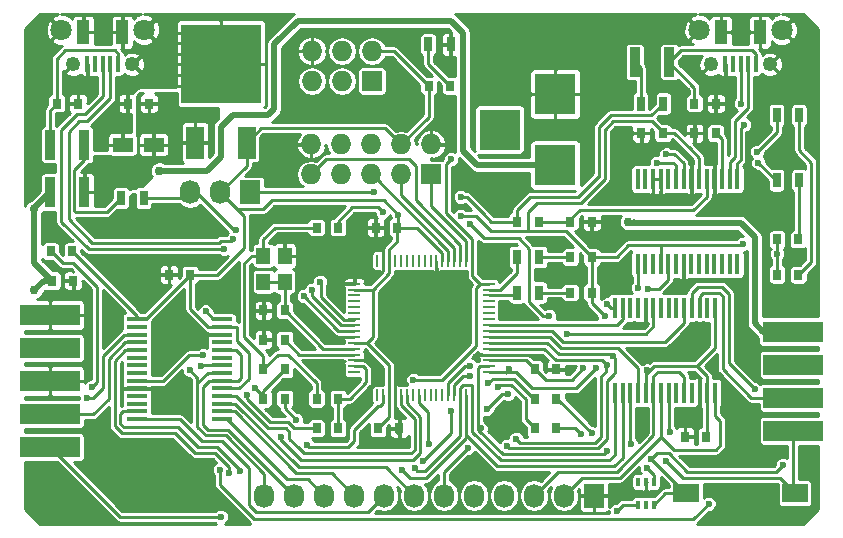
<source format=gtl>
G04 #@! TF.FileFunction,Copper,L1,Top,Signal*
%FSLAX46Y46*%
G04 Gerber Fmt 4.6, Leading zero omitted, Abs format (unit mm)*
G04 Created by KiCad (PCBNEW (2015-07-11 BZR 5925, Git c291b88)-product) date 9/9/2015 4:31:27 PM*
%MOMM*%
G01*
G04 APERTURE LIST*
%ADD10C,0.100000*%
%ADD11R,5.080000X1.778000*%
%ADD12R,0.800000X0.900000*%
%ADD13R,1.800000X1.230000*%
%ADD14R,0.900000X2.500000*%
%ADD15R,1.550000X2.780000*%
%ADD16R,6.740000X6.730000*%
%ADD17R,0.398780X0.749300*%
%ADD18R,3.500120X3.500120*%
%ADD19R,1.727200X1.727200*%
%ADD20O,1.727200X1.727200*%
%ADD21R,0.700000X1.300000*%
%ADD22R,1.727200X2.032000*%
%ADD23O,1.727200X2.032000*%
%ADD24C,1.800000*%
%ADD25R,0.400000X1.350000*%
%ADD26C,1.250000*%
%ADD27R,1.100000X2.100000*%
%ADD28R,0.250000X1.000000*%
%ADD29R,1.000000X0.250000*%
%ADD30R,0.450000X1.750000*%
%ADD31R,1.750000X0.450000*%
%ADD32R,1.200000X1.400000*%
%ADD33R,2.180000X1.600000*%
%ADD34C,0.600000*%
%ADD35C,0.750000*%
%ADD36C,0.250000*%
%ADD37C,0.500000*%
%ADD38C,0.254000*%
G04 APERTURE END LIST*
D10*
D11*
X105460000Y-146691000D03*
X105460000Y-143897000D03*
X105460000Y-141103000D03*
X105460000Y-138309000D03*
X42540000Y-139706000D03*
X42540000Y-142500000D03*
X42540000Y-145294000D03*
X42540000Y-148088000D03*
X42540000Y-136912000D03*
D12*
X43100000Y-119000000D03*
X44900000Y-119000000D03*
X97100000Y-119000000D03*
X98900000Y-119000000D03*
X98900000Y-121500000D03*
X97100000Y-121500000D03*
X62400000Y-136500000D03*
X60600000Y-136500000D03*
X62400000Y-139000000D03*
X60600000Y-139000000D03*
X42700000Y-134000000D03*
X44500000Y-134000000D03*
D13*
X48690000Y-122500000D03*
X51310000Y-122500000D03*
D12*
X50900000Y-119000000D03*
X49100000Y-119000000D03*
X98100000Y-147200000D03*
X96300000Y-147200000D03*
X70300000Y-146500000D03*
X72100000Y-146500000D03*
X94400000Y-121500000D03*
X92600000Y-121500000D03*
X83600000Y-141500000D03*
X85400000Y-141500000D03*
D14*
X45450000Y-122500000D03*
X42550000Y-122500000D03*
X92050000Y-115500000D03*
X94950000Y-115500000D03*
X42550000Y-126500000D03*
X45450000Y-126500000D03*
D12*
X85400000Y-144000000D03*
X83600000Y-144000000D03*
X85400000Y-146500000D03*
X83600000Y-146500000D03*
X83900000Y-129000000D03*
X82100000Y-129000000D03*
X86600000Y-129000000D03*
X88400000Y-129000000D03*
X105900000Y-130500000D03*
X104100000Y-130500000D03*
X105900000Y-133500000D03*
X104100000Y-133500000D03*
X42600000Y-131500000D03*
X44400000Y-131500000D03*
X86600000Y-135000000D03*
X88400000Y-135000000D03*
X86600000Y-132000000D03*
X88400000Y-132000000D03*
X76400000Y-117500000D03*
X74600000Y-117500000D03*
D15*
X59180000Y-122300000D03*
D16*
X57000000Y-115665000D03*
D15*
X54820000Y-122300000D03*
D17*
X93650240Y-151050040D03*
X93000000Y-151050040D03*
X92349760Y-151050040D03*
X92349760Y-152949960D03*
X93000000Y-152949960D03*
X93650240Y-152949960D03*
D18*
X85300000Y-124200140D03*
X85300000Y-118200660D03*
X80601000Y-121200400D03*
D19*
X74800000Y-125000000D03*
D20*
X74800000Y-122460000D03*
X72260000Y-125000000D03*
X72260000Y-122460000D03*
X69720000Y-125000000D03*
X69720000Y-122460000D03*
X67180000Y-125000000D03*
X67180000Y-122460000D03*
X64640000Y-125000000D03*
X64640000Y-122460000D03*
D19*
X69800000Y-117100000D03*
D20*
X69800000Y-114560000D03*
X67260000Y-117100000D03*
X67260000Y-114560000D03*
X64720000Y-117100000D03*
X64720000Y-114560000D03*
D21*
X104050000Y-125500000D03*
X105950000Y-125500000D03*
X104050000Y-120000000D03*
X105950000Y-120000000D03*
X82050000Y-135000000D03*
X83950000Y-135000000D03*
X82050000Y-132000000D03*
X83950000Y-132000000D03*
X76450000Y-114000000D03*
X74550000Y-114000000D03*
X50450000Y-127000000D03*
X48550000Y-127000000D03*
X94450000Y-119000000D03*
X92550000Y-119000000D03*
D22*
X59500000Y-126500000D03*
D23*
X56960000Y-126500000D03*
X54420000Y-126500000D03*
D24*
X50500900Y-112762540D03*
D25*
X48300900Y-115662540D03*
X47650900Y-115662540D03*
X47000900Y-115662540D03*
X46350900Y-115662540D03*
X45700900Y-115662540D03*
D26*
X49500900Y-115662540D03*
X44500900Y-115662540D03*
D24*
X43500900Y-112762540D03*
D27*
X48650000Y-112950000D03*
X45350000Y-112950000D03*
D24*
X104500900Y-112762540D03*
D25*
X102300900Y-115662540D03*
X101650900Y-115662540D03*
X101000900Y-115662540D03*
X100350900Y-115662540D03*
X99700900Y-115662540D03*
D26*
X103500900Y-115662540D03*
X98500900Y-115662540D03*
D24*
X97500900Y-112762540D03*
D27*
X102650000Y-112950000D03*
X99350000Y-112950000D03*
D22*
X88600000Y-152200000D03*
D23*
X86060000Y-152200000D03*
X83520000Y-152200000D03*
X80980000Y-152200000D03*
X78440000Y-152200000D03*
X75900000Y-152200000D03*
X73360000Y-152200000D03*
X70820000Y-152200000D03*
X68280000Y-152200000D03*
X65740000Y-152200000D03*
X63200000Y-152200000D03*
X60660000Y-152200000D03*
D12*
X66900000Y-144000000D03*
X65100000Y-144000000D03*
X66900000Y-129500000D03*
X65100000Y-129500000D03*
X62400000Y-141500000D03*
X60600000Y-141500000D03*
X66900000Y-146500000D03*
X65100000Y-146500000D03*
X60600000Y-144000000D03*
X62400000Y-144000000D03*
D28*
X77750000Y-132300000D03*
X77250000Y-132300000D03*
X76750000Y-132300000D03*
X76250000Y-132300000D03*
X75750000Y-132300000D03*
X75250000Y-132300000D03*
X74750000Y-132300000D03*
X74250000Y-132300000D03*
X73750000Y-132300000D03*
X73250000Y-132300000D03*
X72750000Y-132300000D03*
X72250000Y-132300000D03*
X71750000Y-132300000D03*
X71250000Y-132300000D03*
X70750000Y-132300000D03*
X70250000Y-132300000D03*
D29*
X68300000Y-134250000D03*
X68300000Y-134750000D03*
X68300000Y-135250000D03*
X68300000Y-135750000D03*
X68300000Y-136250000D03*
X68300000Y-136750000D03*
X68300000Y-137250000D03*
X68300000Y-137750000D03*
X68300000Y-138250000D03*
X68300000Y-138750000D03*
X68300000Y-139250000D03*
X68300000Y-139750000D03*
X68300000Y-140250000D03*
X68300000Y-140750000D03*
X68300000Y-141250000D03*
X68300000Y-141750000D03*
D28*
X70250000Y-143700000D03*
X70750000Y-143700000D03*
X71250000Y-143700000D03*
X71750000Y-143700000D03*
X72250000Y-143700000D03*
X72750000Y-143700000D03*
X73250000Y-143700000D03*
X73750000Y-143700000D03*
X74250000Y-143700000D03*
X74750000Y-143700000D03*
X75250000Y-143700000D03*
X75750000Y-143700000D03*
X76250000Y-143700000D03*
X76750000Y-143700000D03*
X77250000Y-143700000D03*
X77750000Y-143700000D03*
D29*
X79700000Y-141750000D03*
X79700000Y-141250000D03*
X79700000Y-140750000D03*
X79700000Y-140250000D03*
X79700000Y-139750000D03*
X79700000Y-139250000D03*
X79700000Y-138750000D03*
X79700000Y-138250000D03*
X79700000Y-137750000D03*
X79700000Y-137250000D03*
X79700000Y-136750000D03*
X79700000Y-136250000D03*
X79700000Y-135750000D03*
X79700000Y-135250000D03*
X79700000Y-134750000D03*
X79700000Y-134250000D03*
D30*
X92275000Y-132600000D03*
X92925000Y-132600000D03*
X93575000Y-132600000D03*
X94225000Y-132600000D03*
X94875000Y-132600000D03*
X95525000Y-132600000D03*
X96175000Y-132600000D03*
X96825000Y-132600000D03*
X97475000Y-132600000D03*
X98125000Y-132600000D03*
X98775000Y-132600000D03*
X99425000Y-132600000D03*
X100075000Y-132600000D03*
X100725000Y-132600000D03*
X100725000Y-125400000D03*
X100075000Y-125400000D03*
X99425000Y-125400000D03*
X98775000Y-125400000D03*
X98125000Y-125400000D03*
X97475000Y-125400000D03*
X96825000Y-125400000D03*
X96175000Y-125400000D03*
X95525000Y-125400000D03*
X94875000Y-125400000D03*
X94225000Y-125400000D03*
X93575000Y-125400000D03*
X92925000Y-125400000D03*
X92275000Y-125400000D03*
D31*
X49900000Y-137275000D03*
X49900000Y-137925000D03*
X49900000Y-138575000D03*
X49900000Y-139225000D03*
X49900000Y-139875000D03*
X49900000Y-140525000D03*
X49900000Y-141175000D03*
X49900000Y-141825000D03*
X49900000Y-142475000D03*
X49900000Y-143125000D03*
X49900000Y-143775000D03*
X49900000Y-144425000D03*
X49900000Y-145075000D03*
X49900000Y-145725000D03*
X57100000Y-145725000D03*
X57100000Y-145075000D03*
X57100000Y-144425000D03*
X57100000Y-143775000D03*
X57100000Y-143125000D03*
X57100000Y-142475000D03*
X57100000Y-141825000D03*
X57100000Y-141175000D03*
X57100000Y-140525000D03*
X57100000Y-139875000D03*
X57100000Y-139225000D03*
X57100000Y-138575000D03*
X57100000Y-137925000D03*
X57100000Y-137275000D03*
D30*
X98825000Y-136300000D03*
X98175000Y-136300000D03*
X97525000Y-136300000D03*
X96875000Y-136300000D03*
X96225000Y-136300000D03*
X95575000Y-136300000D03*
X94925000Y-136300000D03*
X94275000Y-136300000D03*
X93625000Y-136300000D03*
X92975000Y-136300000D03*
X92325000Y-136300000D03*
X91675000Y-136300000D03*
X91025000Y-136300000D03*
X90375000Y-136300000D03*
X90375000Y-143500000D03*
X91025000Y-143500000D03*
X91675000Y-143500000D03*
X92325000Y-143500000D03*
X92975000Y-143500000D03*
X93625000Y-143500000D03*
X94275000Y-143500000D03*
X94925000Y-143500000D03*
X95575000Y-143500000D03*
X96225000Y-143500000D03*
X96875000Y-143500000D03*
X97525000Y-143500000D03*
X98175000Y-143500000D03*
X98825000Y-143500000D03*
D32*
X62400000Y-134100000D03*
X62400000Y-131900000D03*
X60600000Y-131900000D03*
X60600000Y-134100000D03*
D33*
X96397570Y-151997680D03*
X105602430Y-152002320D03*
D12*
X71900000Y-129500000D03*
X70100000Y-129500000D03*
X54400000Y-133500000D03*
X52600000Y-133500000D03*
D34*
X84100000Y-140500000D03*
X78600000Y-140500000D03*
X92600000Y-146200000D03*
X96800000Y-139100000D03*
X80500000Y-126300000D03*
X81400000Y-136700000D03*
X79900000Y-132500000D03*
X90000000Y-133300000D03*
X86100000Y-133700000D03*
X85000000Y-130700000D03*
X94000000Y-130100000D03*
X99800000Y-130100000D03*
X88000000Y-130400000D03*
X97100000Y-145500000D03*
X42700000Y-129600000D03*
X55400000Y-129500000D03*
X46600000Y-129000000D03*
X76300000Y-115600000D03*
X104300000Y-128500000D03*
X101600000Y-141200000D03*
X101600000Y-138900000D03*
X100900000Y-134400000D03*
X101600000Y-140100000D03*
X103800000Y-135000000D03*
X106800000Y-135000000D03*
X92600000Y-137800000D03*
X95900000Y-134500000D03*
X47800000Y-136900000D03*
X57300000Y-134800000D03*
X51600000Y-134800000D03*
X47100000Y-132400000D03*
X62400000Y-142800000D03*
X70300000Y-142100000D03*
X66200000Y-141900000D03*
X66100000Y-138800000D03*
X75200000Y-133700000D03*
X68400000Y-128700000D03*
X68900000Y-132700000D03*
X71500000Y-134800000D03*
X77500000Y-137100000D03*
X72500000Y-141300000D03*
X78000000Y-149700000D03*
X81400000Y-145600000D03*
X87900000Y-144300000D03*
X101500000Y-152500000D03*
X101100000Y-146000000D03*
X42400000Y-152200000D03*
X55900000Y-152500000D03*
X46600000Y-148500000D03*
X45600000Y-135100000D03*
X43600000Y-135100000D03*
X52500000Y-139000000D03*
X55300000Y-138700000D03*
X93900000Y-127200000D03*
X98800000Y-127400000D03*
X90400000Y-122100000D03*
X52000000Y-143600000D03*
X94500000Y-151300000D03*
X63800000Y-131900000D03*
X60600000Y-137700000D03*
X95900000Y-145500000D03*
D35*
X91500000Y-129000000D03*
X51800000Y-124700000D03*
X41200000Y-127900000D03*
X41200000Y-134800000D03*
D34*
X93100000Y-141600000D03*
X89500000Y-137000000D03*
X87700000Y-141400000D03*
X72000000Y-128400000D03*
X77300000Y-128500000D03*
X101200000Y-130900000D03*
X104100000Y-131700000D03*
X94700000Y-149300000D03*
X93100000Y-149900000D03*
X87500000Y-147000000D03*
X104600000Y-149600000D03*
X88400000Y-146900000D03*
X93400000Y-149100000D03*
X45700000Y-143900000D03*
X102200000Y-143200000D03*
X46100000Y-143000000D03*
X76500000Y-123700000D03*
X73300000Y-142400000D03*
X57000000Y-154000000D03*
X90500000Y-153500000D03*
X79600000Y-142700000D03*
X78100000Y-142100000D03*
X80500000Y-143000000D03*
X78100000Y-141200000D03*
X70000000Y-126500000D03*
X77300000Y-126900000D03*
X65400000Y-134100000D03*
X58300000Y-129700000D03*
X102500000Y-124000000D03*
X93900000Y-124000000D03*
X102400000Y-123100000D03*
X94700000Y-123300000D03*
X58000000Y-130500000D03*
X64700000Y-134800000D03*
X57300000Y-131300000D03*
X64000000Y-135300000D03*
X101300000Y-120800000D03*
X101000000Y-119000000D03*
X74600000Y-147800000D03*
X79000000Y-146500000D03*
X77900000Y-148200000D03*
X89700000Y-148400000D03*
X91700000Y-147800000D03*
X72300000Y-150000000D03*
X73400000Y-149900000D03*
X89700000Y-136000000D03*
X88800000Y-141400000D03*
X81400000Y-141500000D03*
X81300000Y-143600000D03*
X79500000Y-144900000D03*
X76500000Y-145000000D03*
X74100000Y-149300000D03*
X55700000Y-136600000D03*
X54400000Y-141600000D03*
X89700000Y-141100000D03*
X82000000Y-147400000D03*
X93200000Y-134700000D03*
X90200000Y-140400000D03*
X81200000Y-148000000D03*
X92300000Y-134600000D03*
X86300000Y-138500000D03*
X70700000Y-128200000D03*
X78100000Y-129200000D03*
X84800000Y-137000000D03*
X55500000Y-140300000D03*
X59900000Y-143100000D03*
X55300000Y-141200000D03*
X59200000Y-143700000D03*
X63400000Y-145800000D03*
X56900000Y-150000000D03*
X98300000Y-152900000D03*
X95000000Y-146800000D03*
X57700000Y-150300000D03*
X62100000Y-147200000D03*
X58600000Y-150100000D03*
X64300000Y-147900000D03*
D36*
X43100000Y-119000000D02*
X42550000Y-119550000D01*
X42550000Y-119550000D02*
X42550000Y-122500000D01*
X48300900Y-115662540D02*
X48300900Y-114800900D01*
X43100000Y-115200000D02*
X43100000Y-119000000D01*
X43800000Y-114500000D02*
X43100000Y-115200000D01*
X48000000Y-114500000D02*
X43800000Y-114500000D01*
X48300900Y-114800900D02*
X48000000Y-114500000D01*
X79700000Y-140250000D02*
X83850000Y-140250000D01*
X83850000Y-140250000D02*
X84100000Y-140500000D01*
X85400000Y-141500000D02*
X84500000Y-141500000D01*
X84500000Y-141500000D02*
X84400000Y-141400000D01*
X84400000Y-141400000D02*
X84400000Y-140800000D01*
X84400000Y-140800000D02*
X84100000Y-140500000D01*
X79700000Y-140250000D02*
X78850000Y-140250000D01*
X78850000Y-140250000D02*
X78600000Y-140500000D01*
X92600000Y-146200000D02*
X92600000Y-145800000D01*
X96300000Y-139600000D02*
X96200000Y-139600000D01*
X96800000Y-139100000D02*
X96300000Y-139600000D01*
X71750000Y-143700000D02*
X71750000Y-145050000D01*
X71750000Y-145050000D02*
X72000000Y-145300000D01*
X80500000Y-126300000D02*
X81200000Y-126300000D01*
X81500000Y-136800000D02*
X81700000Y-136800000D01*
X81400000Y-136700000D02*
X81500000Y-136800000D01*
X80400000Y-133000000D02*
X80400000Y-133300000D01*
X79900000Y-132500000D02*
X80400000Y-133000000D01*
X90100000Y-133400000D02*
X90400000Y-133400000D01*
X90000000Y-133300000D02*
X90100000Y-133400000D01*
X86200000Y-133600000D02*
X86500000Y-133600000D01*
X86100000Y-133700000D02*
X86200000Y-133600000D01*
X84900000Y-130600000D02*
X84400000Y-130600000D01*
X85000000Y-130700000D02*
X84900000Y-130600000D01*
X88400000Y-129000000D02*
X88400000Y-130000000D01*
X99800000Y-130100000D02*
X94000000Y-130100000D01*
X88400000Y-130000000D02*
X88000000Y-130400000D01*
X95900000Y-145500000D02*
X97100000Y-145500000D01*
X97525000Y-143500000D02*
X97525000Y-144475000D01*
X96300000Y-145700000D02*
X96300000Y-146100000D01*
X97525000Y-144475000D02*
X96300000Y-145700000D01*
X68300000Y-134250000D02*
X68300000Y-133300000D01*
X68300000Y-133300000D02*
X68900000Y-132700000D01*
X42400000Y-129300000D02*
X42400000Y-129000000D01*
X42700000Y-129600000D02*
X42400000Y-129300000D01*
X46600000Y-129000000D02*
X55400000Y-129500000D01*
X75250000Y-132300000D02*
X75250000Y-133650000D01*
X75250000Y-133650000D02*
X75200000Y-133700000D01*
X70600000Y-131100000D02*
X70100000Y-130600000D01*
X70750000Y-131250000D02*
X70600000Y-131100000D01*
X70750000Y-132300000D02*
X70750000Y-131250000D01*
X70100000Y-130600000D02*
X70100000Y-129500000D01*
X57000000Y-115665000D02*
X55165000Y-117500000D01*
X55165000Y-117500000D02*
X52500000Y-117500000D01*
X57000000Y-115665000D02*
X56065000Y-116600000D01*
X56065000Y-116600000D02*
X52500000Y-116600000D01*
X57000000Y-115665000D02*
X54335000Y-113000000D01*
X54335000Y-113000000D02*
X52600000Y-113000000D01*
X57000000Y-115665000D02*
X55235000Y-113900000D01*
X55235000Y-113900000D02*
X52600000Y-113900000D01*
X57000000Y-115665000D02*
X56135000Y-114800000D01*
X56135000Y-114800000D02*
X52500000Y-114800000D01*
X76450000Y-114000000D02*
X76450000Y-115450000D01*
X76450000Y-115450000D02*
X76300000Y-115600000D01*
X104300000Y-128500000D02*
X103200000Y-128500000D01*
X102100000Y-141200000D02*
X101600000Y-141200000D01*
X102100000Y-139400000D02*
X102100000Y-141200000D01*
X101600000Y-138900000D02*
X102100000Y-139400000D01*
X100900000Y-139400000D02*
X100900000Y-134400000D01*
X101600000Y-140100000D02*
X100900000Y-139400000D01*
X106800000Y-135000000D02*
X103800000Y-135000000D01*
X92975000Y-136300000D02*
X92975000Y-137425000D01*
X92975000Y-137425000D02*
X92600000Y-137800000D01*
X96175000Y-132600000D02*
X96175000Y-134225000D01*
X96175000Y-134225000D02*
X95900000Y-134500000D01*
X47800000Y-136900000D02*
X47800000Y-137500000D01*
X57200000Y-134900000D02*
X57200000Y-135500000D01*
X57300000Y-134800000D02*
X57200000Y-134900000D01*
X52600000Y-133500000D02*
X48200000Y-133500000D01*
X51600000Y-134800000D02*
X51100000Y-135300000D01*
X48200000Y-133500000D02*
X47100000Y-132400000D01*
X62400000Y-142800000D02*
X62900000Y-142800000D01*
X68300000Y-140750000D02*
X69550000Y-140750000D01*
X70300000Y-141500000D02*
X70300000Y-142100000D01*
X69550000Y-140750000D02*
X70300000Y-141500000D01*
X66200000Y-141900000D02*
X66200000Y-142000000D01*
X68300000Y-138750000D02*
X66150000Y-138750000D01*
X66150000Y-138750000D02*
X66100000Y-138800000D01*
X75200000Y-134800000D02*
X75200000Y-133700000D01*
X70750000Y-132300000D02*
X70750000Y-133150000D01*
X70750000Y-133150000D02*
X70500000Y-133400000D01*
X71750000Y-143700000D02*
X71750000Y-142050000D01*
X68900000Y-132700000D02*
X68358354Y-130610797D01*
X68358354Y-130610797D02*
X68400000Y-128700000D01*
X75200000Y-134800000D02*
X71500000Y-134800000D01*
X77500000Y-137100000D02*
X75200000Y-134800000D01*
X71750000Y-142050000D02*
X72500000Y-141300000D01*
X77700000Y-150000000D02*
X77700000Y-150200000D01*
X78000000Y-149700000D02*
X77700000Y-150000000D01*
X80900000Y-146100000D02*
X80700000Y-146100000D01*
X81400000Y-145600000D02*
X80900000Y-146100000D01*
X88100000Y-144500000D02*
X88100000Y-144700000D01*
X87900000Y-144300000D02*
X88100000Y-144500000D01*
X101500000Y-152500000D02*
X101900000Y-152500000D01*
X101100000Y-146000000D02*
X101100000Y-146900000D01*
X42700000Y-152500000D02*
X43500000Y-152500000D01*
X42400000Y-152200000D02*
X42700000Y-152500000D01*
X50600000Y-152500000D02*
X55900000Y-152500000D01*
X46600000Y-148500000D02*
X50600000Y-152500000D01*
X42540000Y-136912000D02*
X42540000Y-135460000D01*
X45600000Y-135100000D02*
X45600000Y-135200000D01*
X42900000Y-135100000D02*
X43600000Y-135100000D01*
X42540000Y-135460000D02*
X42900000Y-135100000D01*
X55300000Y-138700000D02*
X52800000Y-138700000D01*
X52800000Y-138700000D02*
X52500000Y-139000000D01*
X57100000Y-138575000D02*
X55425000Y-138575000D01*
X55425000Y-138575000D02*
X55300000Y-138700000D01*
X93575000Y-125400000D02*
X93575000Y-126875000D01*
X93575000Y-126875000D02*
X93900000Y-127200000D01*
X98775000Y-125400000D02*
X98775000Y-127375000D01*
X98775000Y-127375000D02*
X98800000Y-127400000D01*
X92600000Y-121500000D02*
X91000000Y-121500000D01*
X91000000Y-121500000D02*
X90400000Y-122100000D01*
X49900000Y-143125000D02*
X51525000Y-143125000D01*
X51525000Y-143125000D02*
X52000000Y-143600000D01*
X93000000Y-151050040D02*
X93000000Y-152000000D01*
X94500000Y-151400000D02*
X94500000Y-151300000D01*
X93918099Y-151981901D02*
X94500000Y-151400000D01*
X93018099Y-151981901D02*
X93918099Y-151981901D01*
X93000000Y-152000000D02*
X93018099Y-151981901D01*
X62400000Y-131900000D02*
X63800000Y-131900000D01*
X60600000Y-139000000D02*
X60600000Y-137700000D01*
X96300000Y-147200000D02*
X96300000Y-146100000D01*
X96300000Y-146100000D02*
X95900000Y-145500000D01*
X71750000Y-146650000D02*
X72100000Y-147000000D01*
X97100000Y-119000000D02*
X97100000Y-117650000D01*
X97100000Y-117650000D02*
X94950000Y-115500000D01*
X102300900Y-115662540D02*
X102300900Y-114800900D01*
X95950000Y-114500000D02*
X94950000Y-115500000D01*
X102000000Y-114500000D02*
X95950000Y-114500000D01*
X102300900Y-114800900D02*
X102000000Y-114500000D01*
X99425000Y-125400000D02*
X99425000Y-122025000D01*
X99425000Y-122025000D02*
X98900000Y-121500000D01*
D37*
X92000000Y-129000000D02*
X92000000Y-129100000D01*
X91900000Y-129100000D02*
X92000000Y-129000000D01*
X91600000Y-129100000D02*
X91900000Y-129100000D01*
X91500000Y-129000000D02*
X91600000Y-129100000D01*
X51800000Y-124700000D02*
X52100000Y-124700000D01*
X57000000Y-122500000D02*
X57000000Y-123500000D01*
X57000000Y-123500000D02*
X55800000Y-124700000D01*
X55800000Y-124700000D02*
X52100000Y-124700000D01*
X85300000Y-124200140D02*
X78700140Y-124200140D01*
X57000000Y-121000000D02*
X57000000Y-122500000D01*
X58000000Y-120000000D02*
X57000000Y-121000000D01*
X61000000Y-120000000D02*
X58000000Y-120000000D01*
X61500000Y-119500000D02*
X61000000Y-120000000D01*
X61500000Y-114000000D02*
X61500000Y-119500000D01*
X63500000Y-112000000D02*
X61500000Y-114000000D01*
X76500000Y-112000000D02*
X63500000Y-112000000D01*
X77500000Y-113000000D02*
X76500000Y-112000000D01*
X77500000Y-123000000D02*
X77500000Y-113000000D01*
X78700140Y-124200140D02*
X77500000Y-123000000D01*
X41200000Y-127900000D02*
X41200000Y-127850000D01*
X42700000Y-134000000D02*
X41200000Y-132500000D01*
X41200000Y-132500000D02*
X41200000Y-127850000D01*
X41200000Y-127850000D02*
X42550000Y-126500000D01*
X42000000Y-134000000D02*
X42700000Y-134000000D01*
X41200000Y-134800000D02*
X42000000Y-134000000D01*
X102200000Y-130300000D02*
X101000000Y-129100000D01*
X101000000Y-129100000D02*
X92000000Y-129100000D01*
X105460000Y-138309000D02*
X102909000Y-138309000D01*
X102200000Y-137600000D02*
X102200000Y-130800000D01*
X102200000Y-130800000D02*
X102200000Y-130300000D01*
X102909000Y-138309000D02*
X102200000Y-137600000D01*
D36*
X71250000Y-143700000D02*
X71250000Y-145550000D01*
X71250000Y-145550000D02*
X70300000Y-146500000D01*
X101100000Y-131000000D02*
X101200000Y-130900000D01*
X94500000Y-131000000D02*
X101100000Y-131000000D01*
X94225000Y-131000000D02*
X94000000Y-131000000D01*
X94225000Y-132600000D02*
X94225000Y-131000000D01*
X94000000Y-131000000D02*
X94550000Y-131000000D01*
X94550000Y-131000000D02*
X94500000Y-131000000D01*
X91500000Y-131000000D02*
X94000000Y-131000000D01*
X90500000Y-132000000D02*
X91500000Y-131000000D01*
X88400000Y-132000000D02*
X90500000Y-132000000D01*
X88400000Y-135000000D02*
X88400000Y-135900000D01*
X88400000Y-135900000D02*
X88500000Y-136000000D01*
X88400000Y-132000000D02*
X88400000Y-135000000D01*
X85700000Y-129800000D02*
X86200000Y-129800000D01*
X86200000Y-129800000D02*
X88400000Y-132000000D01*
X92975000Y-141725000D02*
X92975000Y-141925000D01*
X93100000Y-141600000D02*
X92975000Y-141725000D01*
X59400000Y-141100000D02*
X59400000Y-140100000D01*
X58575000Y-143125000D02*
X59400000Y-142300000D01*
X59400000Y-142300000D02*
X59400000Y-141100000D01*
X57100000Y-143125000D02*
X58575000Y-143125000D01*
X58325000Y-137925000D02*
X57100000Y-137925000D01*
X58400000Y-138000000D02*
X58325000Y-137925000D01*
X58400000Y-139100000D02*
X58400000Y-138000000D01*
X59400000Y-140100000D02*
X58400000Y-139100000D01*
X44400000Y-131500000D02*
X49900000Y-137000000D01*
X49900000Y-137000000D02*
X49900000Y-137275000D01*
X59180000Y-122300000D02*
X59180000Y-124280000D01*
X59180000Y-124280000D02*
X56960000Y-126500000D01*
X54400000Y-133500000D02*
X56700000Y-133500000D01*
X59000000Y-128540000D02*
X58360000Y-127900000D01*
X59000000Y-131200000D02*
X59000000Y-128540000D01*
X56700000Y-133500000D02*
X59000000Y-131200000D01*
X54400000Y-133500000D02*
X54400000Y-136400000D01*
X55925000Y-137925000D02*
X57100000Y-137925000D01*
X54400000Y-136400000D02*
X55925000Y-137925000D01*
X49900000Y-137275000D02*
X50625000Y-137275000D01*
X50625000Y-137275000D02*
X54400000Y-133500000D01*
X82900000Y-129800000D02*
X85700000Y-129800000D01*
X83000000Y-129800000D02*
X82900000Y-129800000D01*
X82900000Y-129800000D02*
X79900000Y-129800000D01*
X78600000Y-128500000D02*
X77300000Y-128500000D01*
X79900000Y-129800000D02*
X78600000Y-128500000D01*
X83600000Y-141500000D02*
X84500000Y-142400000D01*
X89500000Y-137000000D02*
X88500000Y-136000000D01*
X86700000Y-142400000D02*
X87700000Y-141400000D01*
X84500000Y-142400000D02*
X86700000Y-142400000D01*
X88100000Y-126800000D02*
X87500000Y-127400000D01*
X93500000Y-120500000D02*
X90200000Y-120500000D01*
X90200000Y-120500000D02*
X89500000Y-121200000D01*
X89500000Y-121200000D02*
X89500000Y-125400000D01*
X89500000Y-125400000D02*
X88100000Y-126800000D01*
X94400000Y-121400000D02*
X93500000Y-120500000D01*
X83000000Y-128200000D02*
X83000000Y-129800000D01*
X83800000Y-127400000D02*
X83000000Y-128200000D01*
X87500000Y-127400000D02*
X83800000Y-127400000D01*
X94400000Y-121500000D02*
X94400000Y-121400000D01*
X72000000Y-128400000D02*
X70800000Y-127200000D01*
X58360000Y-127900000D02*
X60600000Y-127900000D01*
X70800000Y-127200000D02*
X61300000Y-127200000D01*
X61300000Y-127200000D02*
X60600000Y-127900000D01*
X104100000Y-131700000D02*
X104100000Y-131400000D01*
X96700000Y-122800000D02*
X95400000Y-121500000D01*
X95400000Y-121500000D02*
X94400000Y-121500000D01*
X97475000Y-125400000D02*
X97475000Y-123575000D01*
X97475000Y-123575000D02*
X96700000Y-122800000D01*
X104100000Y-130500000D02*
X104100000Y-131400000D01*
X104100000Y-131400000D02*
X104100000Y-133500000D01*
X94225000Y-131325000D02*
X94225000Y-132600000D01*
X72000000Y-129400000D02*
X72000000Y-128400000D01*
X71900000Y-129500000D02*
X72000000Y-129400000D01*
X56960000Y-126500000D02*
X58360000Y-127900000D01*
X72260000Y-122460000D02*
X70900000Y-121100000D01*
X60380000Y-121100000D02*
X59180000Y-122300000D01*
X70900000Y-121100000D02*
X60380000Y-121100000D01*
X74600000Y-117500000D02*
X71660000Y-114560000D01*
X71660000Y-114560000D02*
X69800000Y-114560000D01*
X72260000Y-122460000D02*
X74600000Y-120120000D01*
X74600000Y-120120000D02*
X74600000Y-117500000D01*
X69850000Y-134750000D02*
X69850000Y-138750000D01*
X69850000Y-138750000D02*
X69350000Y-139250000D01*
X75750000Y-132300000D02*
X75750000Y-131650000D01*
X75750000Y-131650000D02*
X73600000Y-129500000D01*
X73600000Y-129500000D02*
X71900000Y-129500000D01*
X68300000Y-134750000D02*
X69850000Y-134750000D01*
X71250000Y-133350000D02*
X71250000Y-132300000D01*
X69850000Y-134750000D02*
X71250000Y-133350000D01*
X71900000Y-129500000D02*
X71900000Y-130700000D01*
X71900000Y-130700000D02*
X71250000Y-131350000D01*
X71250000Y-131350000D02*
X71250000Y-132300000D01*
X98825000Y-136300000D02*
X98825000Y-138700000D01*
X98825000Y-138700000D02*
X98825000Y-139675000D01*
X98825000Y-139675000D02*
X97300000Y-141200000D01*
X92975000Y-143500000D02*
X92975000Y-141925000D01*
X98175000Y-142075000D02*
X98175000Y-143500000D01*
X97300000Y-141200000D02*
X98175000Y-142075000D01*
X93700000Y-141200000D02*
X97300000Y-141200000D01*
X92975000Y-141925000D02*
X93700000Y-141200000D01*
X98175000Y-143500000D02*
X98175000Y-147125000D01*
X98175000Y-147125000D02*
X98100000Y-147200000D01*
X71250000Y-143700000D02*
X71250000Y-141150000D01*
X71250000Y-141150000D02*
X69350000Y-139250000D01*
X69350000Y-139250000D02*
X68300000Y-139250000D01*
X79700000Y-140750000D02*
X82850000Y-140750000D01*
X82850000Y-140750000D02*
X83600000Y-141500000D01*
X94700000Y-121500000D02*
X94400000Y-121500000D01*
X104300110Y-150700000D02*
X105602430Y-152002320D01*
X96100000Y-150700000D02*
X104300110Y-150700000D01*
X94700000Y-149300000D02*
X96100000Y-150700000D01*
X85400000Y-146500000D02*
X87000000Y-146500000D01*
X93650240Y-150450240D02*
X93650240Y-151050040D01*
X93100000Y-149900000D02*
X93650240Y-150450240D01*
X87000000Y-146500000D02*
X87500000Y-147000000D01*
X105460000Y-146691000D02*
X105460000Y-151350000D01*
X105460000Y-151350000D02*
X104810000Y-152000000D01*
X93400000Y-149100000D02*
X93900000Y-148600000D01*
X104000000Y-150200000D02*
X104600000Y-149600000D01*
X96500000Y-150200000D02*
X104000000Y-150200000D01*
X94900000Y-148600000D02*
X96500000Y-150200000D01*
X93900000Y-148600000D02*
X94900000Y-148600000D01*
X96397570Y-151997680D02*
X94602520Y-151997680D01*
X94602520Y-151997680D02*
X93650240Y-152949960D01*
X85400000Y-144000000D02*
X85500000Y-144000000D01*
X85500000Y-144000000D02*
X88400000Y-146900000D01*
X93400000Y-149100000D02*
X96297680Y-151997680D01*
X96297680Y-151997680D02*
X96397570Y-151997680D01*
X45700000Y-143900000D02*
X46200000Y-143900000D01*
X46200000Y-143900000D02*
X47000000Y-143100000D01*
X47000000Y-143100000D02*
X47000000Y-140400000D01*
X47000000Y-140400000D02*
X48825000Y-138575000D01*
X48825000Y-138575000D02*
X49900000Y-138575000D01*
X49900000Y-139225000D02*
X48875000Y-139225000D01*
X46206000Y-145294000D02*
X42540000Y-145294000D01*
X47500000Y-144000000D02*
X46206000Y-145294000D01*
X47500000Y-140600000D02*
X47500000Y-144000000D01*
X48875000Y-139225000D02*
X47500000Y-140600000D01*
X42540000Y-145294000D02*
X44706000Y-145294000D01*
X97525000Y-136300000D02*
X97525000Y-135275000D01*
X101897000Y-143897000D02*
X105460000Y-143897000D01*
X99500000Y-141500000D02*
X101897000Y-143897000D01*
X99500000Y-135300000D02*
X99500000Y-141500000D01*
X99200000Y-135000000D02*
X99500000Y-135300000D01*
X97800000Y-135000000D02*
X99200000Y-135000000D01*
X97525000Y-135275000D02*
X97800000Y-135000000D01*
X102200000Y-143200000D02*
X100000000Y-141000000D01*
X100000000Y-141000000D02*
X100000000Y-135100000D01*
X100000000Y-135100000D02*
X99400000Y-134500000D01*
X99400000Y-134500000D02*
X97400000Y-134500000D01*
X97400000Y-134500000D02*
X96875000Y-135025000D01*
X96875000Y-135025000D02*
X96875000Y-136300000D01*
X46500000Y-134500000D02*
X44500000Y-132500000D01*
X43600000Y-132500000D02*
X44500000Y-132500000D01*
X43600000Y-132500000D02*
X42600000Y-131500000D01*
X46500000Y-134700000D02*
X46500000Y-134500000D01*
X46100000Y-143000000D02*
X46500000Y-142600000D01*
X46500000Y-142600000D02*
X46500000Y-134700000D01*
X46500000Y-134700000D02*
X46500000Y-134800000D01*
X79700000Y-134250000D02*
X78950000Y-134250000D01*
X78950000Y-134250000D02*
X78300000Y-133600000D01*
X76100000Y-124100000D02*
X76500000Y-123700000D01*
X76100000Y-128300000D02*
X76100000Y-124100000D01*
X78300000Y-130500000D02*
X76100000Y-128300000D01*
X78300000Y-133600000D02*
X78300000Y-130500000D01*
X75700000Y-142400000D02*
X73300000Y-142400000D01*
X78600000Y-139500000D02*
X75700000Y-142400000D01*
X78600000Y-134600000D02*
X78600000Y-139500000D01*
X78950000Y-134250000D02*
X78600000Y-134600000D01*
X92349760Y-152949960D02*
X91050040Y-152949960D01*
X48452000Y-154000000D02*
X42540000Y-148088000D01*
X57000000Y-154000000D02*
X48452000Y-154000000D01*
X91050040Y-152949960D02*
X90500000Y-153500000D01*
X62400000Y-134100000D02*
X62400000Y-136500000D01*
X60600000Y-134100000D02*
X62400000Y-134100000D01*
X68300000Y-139750000D02*
X65650000Y-139750000D01*
X65650000Y-139750000D02*
X62400000Y-136500000D01*
X62400000Y-139000000D02*
X63650000Y-140250000D01*
X63650000Y-140250000D02*
X68300000Y-140250000D01*
X45450000Y-122500000D02*
X45450000Y-123800002D01*
X47350000Y-128200000D02*
X48550000Y-127000000D01*
X44700000Y-128200000D02*
X47350000Y-128200000D01*
X44600000Y-128100000D02*
X44700000Y-128200000D01*
X44600000Y-124650002D02*
X44600000Y-128100000D01*
X45450000Y-123800002D02*
X44600000Y-124650002D01*
X92050000Y-115500000D02*
X92550000Y-116000000D01*
X92550000Y-116000000D02*
X92550000Y-119000000D01*
X76750000Y-143700000D02*
X76750000Y-142850000D01*
X81800000Y-142300000D02*
X83500000Y-144000000D01*
X80000000Y-142300000D02*
X81800000Y-142300000D01*
X79600000Y-142700000D02*
X80000000Y-142300000D01*
X77500000Y-142100000D02*
X78100000Y-142100000D01*
X76750000Y-142850000D02*
X77500000Y-142100000D01*
X83500000Y-144000000D02*
X83600000Y-144000000D01*
X76250000Y-143700000D02*
X76250000Y-142650000D01*
X82800000Y-145700000D02*
X83600000Y-146500000D01*
X82800000Y-144000000D02*
X82800000Y-145700000D01*
X81600000Y-142800000D02*
X82800000Y-144000000D01*
X80700000Y-142800000D02*
X81600000Y-142800000D01*
X80500000Y-143000000D02*
X80700000Y-142800000D01*
X77700000Y-141200000D02*
X78100000Y-141200000D01*
X76250000Y-142650000D02*
X77700000Y-141200000D01*
X86600000Y-129000000D02*
X83900000Y-129000000D01*
X86600000Y-129000000D02*
X86600000Y-128800000D01*
X86600000Y-128800000D02*
X87400000Y-128000000D01*
X98125000Y-125400000D02*
X98125000Y-126875000D01*
X97000000Y-128000000D02*
X95900000Y-128000000D01*
X98125000Y-126875000D02*
X97000000Y-128000000D01*
X87400000Y-128000000D02*
X95900000Y-128000000D01*
X82100000Y-129000000D02*
X82100000Y-128000000D01*
X83200000Y-126900000D02*
X87200000Y-126900000D01*
X82100000Y-128000000D02*
X83200000Y-126900000D01*
X94450000Y-119000000D02*
X93450000Y-120000000D01*
X89000000Y-121000000D02*
X89000000Y-122300000D01*
X90000000Y-120000000D02*
X89000000Y-121000000D01*
X93450000Y-120000000D02*
X90000000Y-120000000D01*
X87200000Y-126900000D02*
X89000000Y-125100000D01*
X88900000Y-125200000D02*
X89000000Y-125200000D01*
X89000000Y-125100000D02*
X88900000Y-125200000D01*
X89000000Y-122300000D02*
X89000000Y-125200000D01*
X79250000Y-128350000D02*
X77800000Y-126900000D01*
X70000000Y-126500000D02*
X69400000Y-126500000D01*
X77800000Y-126900000D02*
X77300000Y-126900000D01*
X79250000Y-128350000D02*
X79900000Y-129000000D01*
X82100000Y-129000000D02*
X79900000Y-129000000D01*
X69400000Y-126500000D02*
X59500000Y-126500000D01*
X94450000Y-119000000D02*
X94450000Y-119050000D01*
X105950000Y-125500000D02*
X105950000Y-130450000D01*
X105950000Y-130450000D02*
X105900000Y-130500000D01*
X105950000Y-120000000D02*
X105950000Y-122950000D01*
X107000000Y-132400000D02*
X105900000Y-133500000D01*
X107000000Y-124000000D02*
X107000000Y-132400000D01*
X105950000Y-122950000D02*
X107000000Y-124000000D01*
X83950000Y-135000000D02*
X86600000Y-135000000D01*
X86600000Y-132000000D02*
X83950000Y-132000000D01*
X74550000Y-114000000D02*
X74550000Y-115650000D01*
X74550000Y-115650000D02*
X76400000Y-117500000D01*
X54420000Y-126500000D02*
X54900000Y-126500000D01*
X54900000Y-126500000D02*
X58100000Y-129700000D01*
X67399998Y-137299998D02*
X68300000Y-137299998D01*
X65500000Y-135400000D02*
X67399998Y-137299998D01*
X65500000Y-134200000D02*
X65500000Y-135400000D01*
X65400000Y-134100000D02*
X65500000Y-134200000D01*
X58100000Y-129700000D02*
X58300000Y-129700000D01*
X68300000Y-137299998D02*
X68300000Y-137250000D01*
X50450000Y-127000000D02*
X53920000Y-127000000D01*
X53920000Y-127000000D02*
X54420000Y-126500000D01*
X77750000Y-132300000D02*
X77750000Y-130650000D01*
X74800000Y-127700000D02*
X74800000Y-125000000D01*
X77750000Y-130650000D02*
X74800000Y-127700000D01*
X76750000Y-132300000D02*
X76750000Y-131250000D01*
X72260000Y-126760000D02*
X72260000Y-125000000D01*
X76750000Y-131250000D02*
X72260000Y-126760000D01*
X76250000Y-132300000D02*
X76250000Y-131450000D01*
X76250000Y-131450000D02*
X69800000Y-125000000D01*
X69800000Y-125000000D02*
X69720000Y-125000000D01*
X77250000Y-132300000D02*
X77250000Y-130950000D01*
X65940000Y-123700000D02*
X64640000Y-125000000D01*
X72900000Y-123700000D02*
X65940000Y-123700000D01*
X73500000Y-124300000D02*
X72900000Y-123700000D01*
X73500000Y-127200000D02*
X73500000Y-124300000D01*
X77250000Y-130950000D02*
X73500000Y-127200000D01*
X95525000Y-125400000D02*
X95525000Y-124225000D01*
X102500000Y-124000000D02*
X104000000Y-125500000D01*
X95300000Y-124000000D02*
X93900000Y-124000000D01*
X95525000Y-124225000D02*
X95300000Y-124000000D01*
X104000000Y-125500000D02*
X104050000Y-125500000D01*
X96175000Y-125400000D02*
X96175000Y-124075000D01*
X104050000Y-121450000D02*
X104050000Y-120000000D01*
X102400000Y-123100000D02*
X104050000Y-121450000D01*
X95400000Y-123300000D02*
X94700000Y-123300000D01*
X96175000Y-124075000D02*
X95400000Y-123300000D01*
X79700000Y-135250000D02*
X81800000Y-135250000D01*
X81800000Y-135250000D02*
X82050000Y-135000000D01*
X79700000Y-134750000D02*
X80650000Y-134750000D01*
X82050000Y-133350000D02*
X82050000Y-132000000D01*
X80650000Y-134750000D02*
X82050000Y-133350000D01*
X44100000Y-127400000D02*
X44100000Y-128800000D01*
X46100000Y-130800000D02*
X47900000Y-130800000D01*
X44100000Y-128800000D02*
X46100000Y-130800000D01*
X48500000Y-130800000D02*
X47900000Y-130800000D01*
X68300000Y-137750000D02*
X67150000Y-137750000D01*
X56800000Y-130800000D02*
X48500000Y-130800000D01*
X57000000Y-130600000D02*
X56800000Y-130800000D01*
X57900000Y-130600000D02*
X57000000Y-130600000D01*
X58000000Y-130500000D02*
X57900000Y-130600000D01*
X64700000Y-135300000D02*
X64700000Y-134800000D01*
X67150000Y-137750000D02*
X64700000Y-135300000D01*
X47900000Y-130800000D02*
X47500000Y-130800000D01*
X45700000Y-120500000D02*
X47650900Y-118549100D01*
X45000000Y-120500000D02*
X45700000Y-120500000D01*
X44100000Y-121400000D02*
X45000000Y-120500000D01*
X44100000Y-127400000D02*
X44100000Y-121400000D01*
X47650900Y-118500000D02*
X47650900Y-115662540D01*
X47200000Y-131300000D02*
X45800000Y-131300000D01*
X43500000Y-129000000D02*
X43500000Y-127600000D01*
X45800000Y-131300000D02*
X43500000Y-129000000D01*
X47000900Y-115662540D02*
X47000900Y-118399100D01*
X47200000Y-131300000D02*
X48200000Y-131300000D01*
X43500000Y-121200000D02*
X43500000Y-127600000D01*
X44800000Y-119900000D02*
X43500000Y-121200000D01*
X45500000Y-119900000D02*
X44800000Y-119900000D01*
X47000900Y-118399100D02*
X45500000Y-119900000D01*
X66950000Y-138250000D02*
X68300000Y-138250000D01*
X48200000Y-131300000D02*
X57300000Y-131300000D01*
X64000000Y-135300000D02*
X66950000Y-138250000D01*
X101000000Y-120000000D02*
X100500000Y-120500000D01*
X100500000Y-120500000D02*
X100500000Y-123500000D01*
X100500000Y-123500000D02*
X100075000Y-123925000D01*
X101650900Y-115662540D02*
X101650900Y-119349100D01*
X100075000Y-123925000D02*
X100075000Y-125400000D01*
X100500000Y-123500000D02*
X100075000Y-123925000D01*
X101650900Y-119349100D02*
X101000000Y-120000000D01*
X100725000Y-124075000D02*
X100725000Y-125400000D01*
X101000000Y-123800000D02*
X100725000Y-124075000D01*
X101000000Y-121100000D02*
X101000000Y-123800000D01*
X101300000Y-120800000D02*
X101000000Y-121100000D01*
X101000900Y-115662540D02*
X101000900Y-118999100D01*
X101000900Y-118999100D02*
X101000000Y-119000000D01*
X73750000Y-143700000D02*
X73750000Y-144350000D01*
X74500000Y-145100000D02*
X74500000Y-145800000D01*
X73750000Y-144350000D02*
X74500000Y-145100000D01*
X74500000Y-145800000D02*
X74500000Y-147700000D01*
X74500000Y-147700000D02*
X74600000Y-147800000D01*
X57100000Y-144425000D02*
X58225000Y-144425000D01*
X70960000Y-149800000D02*
X73360000Y-152200000D01*
X63600000Y-149800000D02*
X70960000Y-149800000D01*
X58225000Y-144425000D02*
X63600000Y-149800000D01*
X75900000Y-152200000D02*
X75900000Y-150200000D01*
X78900000Y-146400000D02*
X78800000Y-146400000D01*
X79000000Y-146500000D02*
X78900000Y-146400000D01*
X75900000Y-150200000D02*
X77900000Y-148200000D01*
X91675000Y-143500000D02*
X91675000Y-147775000D01*
X78950000Y-141250000D02*
X79700000Y-141250000D01*
X78800000Y-141400000D02*
X78950000Y-141250000D01*
X78800000Y-146600000D02*
X78800000Y-146400000D01*
X78800000Y-146400000D02*
X78800000Y-141400000D01*
X80900000Y-148700000D02*
X78800000Y-146600000D01*
X89400000Y-148700000D02*
X80900000Y-148700000D01*
X89700000Y-148400000D02*
X89400000Y-148700000D01*
X91675000Y-147775000D02*
X91700000Y-147800000D01*
X77750000Y-147050000D02*
X77750000Y-147350000D01*
X77750000Y-147350000D02*
X74400000Y-150700000D01*
X72300000Y-150000000D02*
X73000000Y-150700000D01*
X73000000Y-150700000D02*
X74400000Y-150700000D01*
X91025000Y-143500000D02*
X91025000Y-148975000D01*
X91025000Y-148975000D02*
X90300000Y-149700000D01*
X90300000Y-149700000D02*
X80400000Y-149700000D01*
X77750000Y-147050000D02*
X77750000Y-143700000D01*
X80400000Y-149700000D02*
X77750000Y-147050000D01*
X57100000Y-145075000D02*
X58175000Y-145075000D01*
X66380000Y-150300000D02*
X68280000Y-152200000D01*
X63400000Y-150300000D02*
X66380000Y-150300000D01*
X58175000Y-145075000D02*
X63400000Y-150300000D01*
X77250000Y-147150000D02*
X77200000Y-147200000D01*
X77250000Y-147150000D02*
X77250000Y-143700000D01*
X74300000Y-150100000D02*
X77200000Y-147200000D01*
X73600000Y-150100000D02*
X74300000Y-150100000D01*
X73400000Y-149900000D02*
X73600000Y-150100000D01*
X90375000Y-143500000D02*
X90375000Y-148725000D01*
X90375000Y-148725000D02*
X89900000Y-149200000D01*
X89900000Y-149200000D02*
X80700000Y-149200000D01*
X80700000Y-149200000D02*
X78300000Y-146800000D01*
X78300000Y-146800000D02*
X78300000Y-142800000D01*
X78300000Y-142800000D02*
X77500000Y-142800000D01*
X77500000Y-142800000D02*
X77250000Y-143050000D01*
X77250000Y-143050000D02*
X77250000Y-143700000D01*
X57100000Y-145725000D02*
X57525000Y-145725000D01*
X57525000Y-145725000D02*
X62600000Y-150800000D01*
X62600000Y-150800000D02*
X64340000Y-150800000D01*
X64340000Y-150800000D02*
X65740000Y-152200000D01*
X90375000Y-136300000D02*
X90000000Y-136300000D01*
X90000000Y-136300000D02*
X89700000Y-136000000D01*
X82900000Y-142700000D02*
X83300000Y-143100000D01*
X87100000Y-143100000D02*
X87500000Y-142700000D01*
X83300000Y-143100000D02*
X87100000Y-143100000D01*
X88350000Y-141850000D02*
X88800000Y-141400000D01*
X87500000Y-142700000D02*
X88350000Y-141850000D01*
X81100000Y-141800000D02*
X81100000Y-141750000D01*
X81150000Y-141750000D02*
X81100000Y-141800000D01*
X81400000Y-141500000D02*
X81150000Y-141750000D01*
X80800000Y-143600000D02*
X81300000Y-143600000D01*
X79500000Y-144900000D02*
X80800000Y-143600000D01*
X76500000Y-146900000D02*
X76500000Y-145000000D01*
X74100000Y-149300000D02*
X76500000Y-146900000D01*
X79700000Y-141750000D02*
X81100000Y-141750000D01*
X81100000Y-141750000D02*
X81950000Y-141750000D01*
X81950000Y-141750000D02*
X82900000Y-142700000D01*
X49900000Y-145725000D02*
X53525000Y-145725000D01*
X69420000Y-153600000D02*
X70820000Y-152200000D01*
X60000000Y-153600000D02*
X69420000Y-153600000D01*
X59400000Y-153000000D02*
X60000000Y-153600000D01*
X59400000Y-149900000D02*
X59400000Y-153000000D01*
X57100000Y-147600000D02*
X59400000Y-149900000D01*
X55400000Y-147600000D02*
X57100000Y-147600000D01*
X53525000Y-145725000D02*
X55400000Y-147600000D01*
X55000000Y-142700000D02*
X55000000Y-142200000D01*
X55700000Y-136600000D02*
X56375000Y-137275000D01*
X55000000Y-142200000D02*
X54400000Y-141600000D01*
X56375000Y-137275000D02*
X57100000Y-137275000D01*
X57100000Y-141825000D02*
X55875000Y-141825000D01*
X60660000Y-150360000D02*
X60660000Y-152200000D01*
X57400000Y-147100000D02*
X60660000Y-150360000D01*
X55700000Y-147100000D02*
X57400000Y-147100000D01*
X55000000Y-146400000D02*
X55700000Y-147100000D01*
X55000000Y-142700000D02*
X55000000Y-146400000D01*
X55875000Y-141825000D02*
X55000000Y-142700000D01*
X57100000Y-142475000D02*
X58425000Y-142475000D01*
X58275000Y-139875000D02*
X57100000Y-139875000D01*
X58700000Y-140300000D02*
X58275000Y-139875000D01*
X58700000Y-142200000D02*
X58700000Y-140300000D01*
X58425000Y-142475000D02*
X58700000Y-142200000D01*
X63200000Y-152200000D02*
X57600000Y-146600000D01*
X56025000Y-142475000D02*
X57100000Y-142475000D01*
X55500000Y-143000000D02*
X56025000Y-142475000D01*
X55500000Y-146200000D02*
X55500000Y-143000000D01*
X55900000Y-146600000D02*
X55500000Y-146200000D01*
X57600000Y-146600000D02*
X55900000Y-146600000D01*
X98825000Y-143500000D02*
X98825000Y-145425000D01*
X95350000Y-148300000D02*
X94275000Y-147225000D01*
X98900000Y-148300000D02*
X95350000Y-148300000D01*
X99300000Y-147900000D02*
X98900000Y-148300000D01*
X99300000Y-145900000D02*
X99300000Y-147900000D01*
X98825000Y-145425000D02*
X99300000Y-145900000D01*
X86060000Y-152200000D02*
X87560000Y-150700000D01*
X94275000Y-147225000D02*
X94275000Y-143500000D01*
X90800000Y-150700000D02*
X94275000Y-147225000D01*
X87560000Y-150700000D02*
X90800000Y-150700000D01*
X93625000Y-143500000D02*
X93625000Y-142075000D01*
X96225000Y-142125000D02*
X96225000Y-143500000D01*
X95800000Y-141700000D02*
X96225000Y-142125000D01*
X94000000Y-141700000D02*
X95800000Y-141700000D01*
X93625000Y-142075000D02*
X94000000Y-141700000D01*
X83520000Y-152200000D02*
X85520000Y-150200000D01*
X93625000Y-147075000D02*
X93625000Y-143500000D01*
X90500000Y-150200000D02*
X93625000Y-147075000D01*
X85520000Y-150200000D02*
X90500000Y-150200000D01*
X89700000Y-141100000D02*
X89600000Y-141200000D01*
X89600000Y-141200000D02*
X89600000Y-141700000D01*
X89300000Y-140700000D02*
X89700000Y-141100000D01*
X84400000Y-139750000D02*
X85350000Y-140700000D01*
X85350000Y-140700000D02*
X89300000Y-140700000D01*
X89600000Y-141700000D02*
X89200000Y-142100000D01*
X82300000Y-147700000D02*
X82000000Y-147400000D01*
X88700000Y-147700000D02*
X82300000Y-147700000D01*
X89200000Y-147200000D02*
X88700000Y-147700000D01*
X89200000Y-142100000D02*
X89200000Y-147200000D01*
X79700000Y-139750000D02*
X84400000Y-139750000D01*
X94875000Y-133925000D02*
X94875000Y-132600000D01*
X94100000Y-134700000D02*
X94875000Y-133925000D01*
X93200000Y-134700000D02*
X94100000Y-134700000D01*
X90200000Y-140400000D02*
X90400000Y-140600000D01*
X90300000Y-141800000D02*
X90300000Y-141900000D01*
X90400000Y-141800000D02*
X90300000Y-141800000D01*
X90400000Y-140600000D02*
X90400000Y-141800000D01*
X89700000Y-140200000D02*
X90000000Y-140200000D01*
X90000000Y-140200000D02*
X90200000Y-140400000D01*
X85600000Y-140200000D02*
X84650000Y-139250000D01*
X89700000Y-140200000D02*
X85600000Y-140200000D01*
X90300000Y-141900000D02*
X89700000Y-142500000D01*
X89700000Y-142500000D02*
X89700000Y-147400000D01*
X89700000Y-147400000D02*
X88900000Y-148200000D01*
X88900000Y-148200000D02*
X81400000Y-148200000D01*
X81400000Y-148200000D02*
X81200000Y-148000000D01*
X79700000Y-139250000D02*
X84650000Y-139250000D01*
X92275000Y-134575000D02*
X92275000Y-132600000D01*
X92300000Y-134600000D02*
X92275000Y-134575000D01*
X66900000Y-144000000D02*
X67900000Y-144000000D01*
X69050000Y-141250000D02*
X68300000Y-141250000D01*
X69300000Y-141500000D02*
X69050000Y-141250000D01*
X69300000Y-142600000D02*
X69300000Y-141500000D01*
X67900000Y-144000000D02*
X69300000Y-142600000D01*
X66900000Y-146500000D02*
X66900000Y-144000000D01*
X65100000Y-129500000D02*
X61600000Y-129500000D01*
X61600000Y-129500000D02*
X60600000Y-130500000D01*
X60600000Y-141500000D02*
X60600000Y-140400000D01*
X59000000Y-138800000D02*
X59000000Y-138000000D01*
X60600000Y-140400000D02*
X59000000Y-138800000D01*
X59600000Y-131900000D02*
X60600000Y-131900000D01*
X59000000Y-132500000D02*
X59600000Y-131900000D01*
X59000000Y-138000000D02*
X59000000Y-132500000D01*
X60600000Y-131900000D02*
X60600000Y-130500000D01*
X65100000Y-144000000D02*
X65100000Y-142700000D01*
X61800000Y-140300000D02*
X60600000Y-141500000D01*
X62700000Y-140300000D02*
X61800000Y-140300000D01*
X65100000Y-142700000D02*
X62700000Y-140300000D01*
X68100000Y-127800000D02*
X66900000Y-129000000D01*
X66900000Y-129000000D02*
X66900000Y-129500000D01*
X93625000Y-137875000D02*
X93000000Y-138500000D01*
X93000000Y-138500000D02*
X86300000Y-138500000D01*
X93625000Y-136300000D02*
X93625000Y-137875000D01*
X70300000Y-127800000D02*
X68100000Y-127800000D01*
X70700000Y-128200000D02*
X70300000Y-127800000D01*
X79300000Y-130400000D02*
X78100000Y-129200000D01*
X82200000Y-130400000D02*
X79300000Y-130400000D01*
X83100000Y-131300000D02*
X82200000Y-130400000D01*
X83100000Y-135800000D02*
X83100000Y-131300000D01*
X84300000Y-137000000D02*
X83100000Y-135800000D01*
X84800000Y-137000000D02*
X84300000Y-137000000D01*
X60600000Y-144000000D02*
X60600000Y-143800000D01*
X60600000Y-143800000D02*
X59900000Y-143100000D01*
X52125000Y-142475000D02*
X49900000Y-142475000D01*
X54300000Y-140300000D02*
X52125000Y-142475000D01*
X55500000Y-140300000D02*
X54300000Y-140300000D01*
X60600000Y-144000000D02*
X60600000Y-143300000D01*
X60600000Y-143300000D02*
X62400000Y-141500000D01*
X65100000Y-146500000D02*
X63200000Y-146500000D01*
X55325000Y-141175000D02*
X57100000Y-141175000D01*
X55300000Y-141200000D02*
X55325000Y-141175000D01*
X59200000Y-144000000D02*
X59200000Y-143700000D01*
X61200000Y-146000000D02*
X59200000Y-144000000D01*
X62700000Y-146000000D02*
X61200000Y-146000000D01*
X63200000Y-146500000D02*
X62700000Y-146000000D01*
X97100000Y-154100000D02*
X97000000Y-154200000D01*
X62400000Y-144000000D02*
X62400000Y-144800000D01*
X63400000Y-145800000D02*
X62400000Y-144800000D01*
X56900000Y-150500000D02*
X56900000Y-150000000D01*
X98300000Y-152900000D02*
X97100000Y-154100000D01*
X94925000Y-146725000D02*
X95000000Y-146800000D01*
X94925000Y-146725000D02*
X94925000Y-143500000D01*
X56900000Y-151300000D02*
X56900000Y-150500000D01*
X59800000Y-154200000D02*
X56900000Y-151300000D01*
X97000000Y-154200000D02*
X59800000Y-154200000D01*
X72750000Y-143700000D02*
X72750000Y-144350000D01*
X73900000Y-145500000D02*
X73900000Y-146000000D01*
X72750000Y-144350000D02*
X73900000Y-145500000D01*
X49900000Y-139875000D02*
X48925000Y-139875000D01*
X73900000Y-146000000D02*
X73900000Y-148600000D01*
X73900000Y-148600000D02*
X73300000Y-149200000D01*
X73300000Y-149200000D02*
X63800000Y-149200000D01*
X63800000Y-149200000D02*
X62000000Y-147400000D01*
X48925000Y-139875000D02*
X48000000Y-140800000D01*
X48000000Y-140800000D02*
X48000000Y-146300000D01*
X48000000Y-146300000D02*
X48600000Y-146900000D01*
X48600000Y-146900000D02*
X53100000Y-146900000D01*
X53100000Y-146900000D02*
X54800000Y-148600000D01*
X54800000Y-148600000D02*
X56500000Y-148600000D01*
X56500000Y-148600000D02*
X57700000Y-149800000D01*
X57700000Y-149800000D02*
X57700000Y-150300000D01*
X62100000Y-147200000D02*
X62000000Y-147300000D01*
X62000000Y-147300000D02*
X62000000Y-147400000D01*
X70750000Y-143700000D02*
X70750000Y-144350000D01*
X68300000Y-146600000D02*
X68300000Y-147600000D01*
X70300000Y-144600000D02*
X68300000Y-146600000D01*
X70500000Y-144600000D02*
X70300000Y-144600000D01*
X70750000Y-144350000D02*
X70500000Y-144600000D01*
X49900000Y-145075000D02*
X48725000Y-145075000D01*
X67800000Y-148100000D02*
X68300000Y-147600000D01*
X64500000Y-148100000D02*
X67800000Y-148100000D01*
X48725000Y-145075000D02*
X48500000Y-145300000D01*
X48500000Y-145300000D02*
X48500000Y-146100000D01*
X48500000Y-146100000D02*
X48800000Y-146400000D01*
X48800000Y-146400000D02*
X53400000Y-146400000D01*
X53400000Y-146400000D02*
X55100000Y-148100000D01*
X55100000Y-148100000D02*
X56700000Y-148100000D01*
X56700000Y-148100000D02*
X58600000Y-150000000D01*
X58600000Y-150000000D02*
X58600000Y-150100000D01*
X64300000Y-147900000D02*
X64500000Y-148100000D01*
X72250000Y-143700000D02*
X72250000Y-144550000D01*
X73400000Y-145700000D02*
X73400000Y-146200000D01*
X72250000Y-144550000D02*
X73400000Y-145700000D01*
X63600000Y-148200000D02*
X62800000Y-147400000D01*
X58275000Y-143775000D02*
X58200000Y-143775000D01*
X61000000Y-146500000D02*
X58275000Y-143775000D01*
X62500000Y-146500000D02*
X61000000Y-146500000D01*
X62800000Y-146800000D02*
X62500000Y-146500000D01*
X62800000Y-147400000D02*
X62800000Y-146800000D01*
X57100000Y-143775000D02*
X58200000Y-143775000D01*
X64000000Y-148600000D02*
X64800000Y-148600000D01*
X63600000Y-148200000D02*
X64000000Y-148600000D01*
X73100000Y-148600000D02*
X64800000Y-148600000D01*
X73400000Y-148300000D02*
X73400000Y-146200000D01*
X73100000Y-148600000D02*
X73400000Y-148300000D01*
X95500000Y-138300000D02*
X94600000Y-139200000D01*
X86000000Y-139200000D02*
X85050000Y-138250000D01*
X94600000Y-139200000D02*
X86000000Y-139200000D01*
X95500000Y-138300000D02*
X95550000Y-138250000D01*
X79700000Y-138250000D02*
X85050000Y-138250000D01*
X96225000Y-137575000D02*
X96225000Y-136300000D01*
X95550000Y-138250000D02*
X96225000Y-137575000D01*
X79700000Y-137750000D02*
X90550000Y-137750000D01*
X91025000Y-137275000D02*
X91025000Y-136300000D01*
X90550000Y-137750000D02*
X91025000Y-137275000D01*
X89700000Y-139700000D02*
X90600000Y-139700000D01*
X90600000Y-139700000D02*
X92325000Y-141425000D01*
X84800000Y-138750000D02*
X84850000Y-138750000D01*
X85800000Y-139700000D02*
X89700000Y-139700000D01*
X84850000Y-138750000D02*
X85800000Y-139700000D01*
X79700000Y-138750000D02*
X84800000Y-138750000D01*
X92325000Y-141425000D02*
X92325000Y-143500000D01*
D38*
G36*
X48097030Y-154354965D02*
X48097032Y-154354968D01*
X48140467Y-154383990D01*
X48259893Y-154463788D01*
X48452000Y-154502001D01*
X48452005Y-154502000D01*
X56544537Y-154502000D01*
X56615413Y-154573000D01*
X41676869Y-154573000D01*
X40427000Y-153323130D01*
X40427000Y-149361386D01*
X43103450Y-149361386D01*
X48097030Y-154354965D01*
X48097030Y-154354965D01*
G37*
X48097030Y-154354965D02*
X48097032Y-154354968D01*
X48140467Y-154383990D01*
X48259893Y-154463788D01*
X48452000Y-154502001D01*
X48452005Y-154502000D01*
X56544537Y-154502000D01*
X56615413Y-154573000D01*
X41676869Y-154573000D01*
X40427000Y-153323130D01*
X40427000Y-149361386D01*
X43103450Y-149361386D01*
X48097030Y-154354965D01*
G36*
X47498000Y-146299995D02*
X47497999Y-146300000D01*
X47536212Y-146492107D01*
X47645032Y-146654968D01*
X48245032Y-147254968D01*
X48407892Y-147363788D01*
X48600000Y-147402000D01*
X52892064Y-147402000D01*
X54445032Y-148954968D01*
X54607892Y-149063788D01*
X54800000Y-149102001D01*
X54800005Y-149102000D01*
X56292064Y-149102000D01*
X56586914Y-149396850D01*
X56517011Y-149425733D01*
X56326402Y-149616010D01*
X56223118Y-149864746D01*
X56222883Y-150134073D01*
X56325733Y-150382989D01*
X56398000Y-150455382D01*
X56398000Y-151299995D01*
X56397999Y-151300000D01*
X56436212Y-151492107D01*
X56545032Y-151654968D01*
X59445030Y-154554965D01*
X59445032Y-154554968D01*
X59472019Y-154573000D01*
X57384258Y-154573000D01*
X57573598Y-154383990D01*
X57676882Y-154135254D01*
X57677117Y-153865927D01*
X57574267Y-153617011D01*
X57383990Y-153426402D01*
X57135254Y-153323118D01*
X56865927Y-153322883D01*
X56617011Y-153425733D01*
X56544618Y-153498000D01*
X48659935Y-153498000D01*
X44523322Y-149361386D01*
X45080000Y-149361386D01*
X45223749Y-149333495D01*
X45350091Y-149250502D01*
X45434663Y-149125212D01*
X45464386Y-148977000D01*
X45464386Y-147199000D01*
X45436495Y-147055251D01*
X45353502Y-146928909D01*
X45228212Y-146844337D01*
X45080000Y-146814614D01*
X40427000Y-146814614D01*
X40427000Y-146567386D01*
X45080000Y-146567386D01*
X45223749Y-146539495D01*
X45350091Y-146456502D01*
X45434663Y-146331212D01*
X45464386Y-146183000D01*
X45464386Y-145796000D01*
X46205995Y-145796000D01*
X46206000Y-145796001D01*
X46398107Y-145757788D01*
X46560968Y-145648968D01*
X47498000Y-144711935D01*
X47498000Y-146299995D01*
X47498000Y-146299995D01*
G37*
X47498000Y-146299995D02*
X47497999Y-146300000D01*
X47536212Y-146492107D01*
X47645032Y-146654968D01*
X48245032Y-147254968D01*
X48407892Y-147363788D01*
X48600000Y-147402000D01*
X52892064Y-147402000D01*
X54445032Y-148954968D01*
X54607892Y-149063788D01*
X54800000Y-149102001D01*
X54800005Y-149102000D01*
X56292064Y-149102000D01*
X56586914Y-149396850D01*
X56517011Y-149425733D01*
X56326402Y-149616010D01*
X56223118Y-149864746D01*
X56222883Y-150134073D01*
X56325733Y-150382989D01*
X56398000Y-150455382D01*
X56398000Y-151299995D01*
X56397999Y-151300000D01*
X56436212Y-151492107D01*
X56545032Y-151654968D01*
X59445030Y-154554965D01*
X59445032Y-154554968D01*
X59472019Y-154573000D01*
X57384258Y-154573000D01*
X57573598Y-154383990D01*
X57676882Y-154135254D01*
X57677117Y-153865927D01*
X57574267Y-153617011D01*
X57383990Y-153426402D01*
X57135254Y-153323118D01*
X56865927Y-153322883D01*
X56617011Y-153425733D01*
X56544618Y-153498000D01*
X48659935Y-153498000D01*
X44523322Y-149361386D01*
X45080000Y-149361386D01*
X45223749Y-149333495D01*
X45350091Y-149250502D01*
X45434663Y-149125212D01*
X45464386Y-148977000D01*
X45464386Y-147199000D01*
X45436495Y-147055251D01*
X45353502Y-146928909D01*
X45228212Y-146844337D01*
X45080000Y-146814614D01*
X40427000Y-146814614D01*
X40427000Y-146567386D01*
X45080000Y-146567386D01*
X45223749Y-146539495D01*
X45350091Y-146456502D01*
X45434663Y-146331212D01*
X45464386Y-146183000D01*
X45464386Y-145796000D01*
X46205995Y-145796000D01*
X46206000Y-145796001D01*
X46398107Y-145757788D01*
X46560968Y-145648968D01*
X47498000Y-144711935D01*
X47498000Y-146299995D01*
G36*
X107573000Y-153323131D02*
X106323130Y-154573000D01*
X97327981Y-154573000D01*
X97354968Y-154554968D01*
X97454965Y-154454970D01*
X97454968Y-154454968D01*
X98332907Y-153577029D01*
X98434073Y-153577117D01*
X98682989Y-153474267D01*
X98873598Y-153283990D01*
X98976882Y-153035254D01*
X98977117Y-152765927D01*
X98874267Y-152517011D01*
X98683990Y-152326402D01*
X98435254Y-152223118D01*
X98165927Y-152222883D01*
X97917011Y-152325733D01*
X97871956Y-152370710D01*
X97871956Y-151202000D01*
X104092174Y-151202000D01*
X104128044Y-151237870D01*
X104128044Y-152802320D01*
X104155935Y-152946069D01*
X104238928Y-153072411D01*
X104364218Y-153156983D01*
X104512430Y-153186706D01*
X106692430Y-153186706D01*
X106836179Y-153158815D01*
X106962521Y-153075822D01*
X107047093Y-152950532D01*
X107076816Y-152802320D01*
X107076816Y-151202320D01*
X107048925Y-151058571D01*
X106965932Y-150932229D01*
X106840642Y-150847657D01*
X106692430Y-150817934D01*
X105962000Y-150817934D01*
X105962000Y-147964386D01*
X107573000Y-147964386D01*
X107573000Y-153323131D01*
X107573000Y-153323131D01*
G37*
X107573000Y-153323131D02*
X106323130Y-154573000D01*
X97327981Y-154573000D01*
X97354968Y-154554968D01*
X97454965Y-154454970D01*
X97454968Y-154454968D01*
X98332907Y-153577029D01*
X98434073Y-153577117D01*
X98682989Y-153474267D01*
X98873598Y-153283990D01*
X98976882Y-153035254D01*
X98977117Y-152765927D01*
X98874267Y-152517011D01*
X98683990Y-152326402D01*
X98435254Y-152223118D01*
X98165927Y-152222883D01*
X97917011Y-152325733D01*
X97871956Y-152370710D01*
X97871956Y-151202000D01*
X104092174Y-151202000D01*
X104128044Y-151237870D01*
X104128044Y-152802320D01*
X104155935Y-152946069D01*
X104238928Y-153072411D01*
X104364218Y-153156983D01*
X104512430Y-153186706D01*
X106692430Y-153186706D01*
X106836179Y-153158815D01*
X106962521Y-153075822D01*
X107047093Y-152950532D01*
X107076816Y-152802320D01*
X107076816Y-151202320D01*
X107048925Y-151058571D01*
X106965932Y-150932229D01*
X106840642Y-150847657D01*
X106692430Y-150817934D01*
X105962000Y-150817934D01*
X105962000Y-147964386D01*
X107573000Y-147964386D01*
X107573000Y-153323131D01*
G36*
X80045032Y-150054968D02*
X80207893Y-150163788D01*
X80400000Y-150202001D01*
X80400005Y-150202000D01*
X84808064Y-150202000D01*
X84079378Y-150930686D01*
X83994757Y-150874145D01*
X83520000Y-150779710D01*
X83045243Y-150874145D01*
X82642763Y-151143073D01*
X82373835Y-151545553D01*
X82279400Y-152020310D01*
X82279400Y-152379690D01*
X82373835Y-152854447D01*
X82642763Y-153256927D01*
X83045243Y-153525855D01*
X83520000Y-153620290D01*
X83994757Y-153525855D01*
X84397237Y-153256927D01*
X84666165Y-152854447D01*
X84760600Y-152379690D01*
X84760600Y-152020310D01*
X84702370Y-151727566D01*
X84973141Y-151456795D01*
X84913835Y-151545553D01*
X84819400Y-152020310D01*
X84819400Y-152379690D01*
X84913835Y-152854447D01*
X85182763Y-153256927D01*
X85585243Y-153525855D01*
X86060000Y-153620290D01*
X86534757Y-153525855D01*
X86937237Y-153256927D01*
X87206165Y-152854447D01*
X87300600Y-152379690D01*
X87300600Y-152335750D01*
X87301400Y-152335750D01*
X87301400Y-153302527D01*
X87367625Y-153462408D01*
X87489992Y-153584775D01*
X87649873Y-153651000D01*
X88464250Y-153651000D01*
X88573000Y-153542250D01*
X88573000Y-152227000D01*
X87410150Y-152227000D01*
X87301400Y-152335750D01*
X87300600Y-152335750D01*
X87300600Y-152020310D01*
X87242370Y-151727566D01*
X87301400Y-151668535D01*
X87301400Y-152064250D01*
X87410150Y-152173000D01*
X88573000Y-152173000D01*
X88573000Y-152153000D01*
X88627000Y-152153000D01*
X88627000Y-152173000D01*
X89789850Y-152173000D01*
X89898600Y-152064250D01*
X89898600Y-151202000D01*
X90799995Y-151202000D01*
X90800000Y-151202001D01*
X90992107Y-151163788D01*
X91154968Y-151054968D01*
X92423099Y-149786837D01*
X92422883Y-150034073D01*
X92525733Y-150282989D01*
X92533734Y-150291004D01*
X92150370Y-150291004D01*
X92006621Y-150318895D01*
X91880279Y-150401888D01*
X91795707Y-150527178D01*
X91765984Y-150675390D01*
X91765984Y-151424690D01*
X91793875Y-151568439D01*
X91876868Y-151694781D01*
X92002158Y-151779353D01*
X92150370Y-151809076D01*
X92549150Y-151809076D01*
X92578256Y-151803429D01*
X92714083Y-151859690D01*
X92864250Y-151859690D01*
X92973000Y-151750940D01*
X92973000Y-151077040D01*
X92953000Y-151077040D01*
X92953000Y-151023040D01*
X92973000Y-151023040D01*
X92973000Y-151003040D01*
X93027000Y-151003040D01*
X93027000Y-151023040D01*
X93047000Y-151023040D01*
X93047000Y-151077040D01*
X93027000Y-151077040D01*
X93027000Y-151750940D01*
X93135750Y-151859690D01*
X93285917Y-151859690D01*
X93422052Y-151803301D01*
X93450850Y-151809076D01*
X93849630Y-151809076D01*
X93993379Y-151781185D01*
X94119721Y-151698192D01*
X94204293Y-151572902D01*
X94234016Y-151424690D01*
X94234016Y-150675390D01*
X94226448Y-150636383D01*
X94923184Y-151333119D01*
X94923184Y-151495680D01*
X94602520Y-151495680D01*
X94410412Y-151533892D01*
X94352030Y-151572902D01*
X94247552Y-151642712D01*
X94247550Y-151642715D01*
X93699340Y-152190924D01*
X93450850Y-152190924D01*
X93323043Y-152215722D01*
X93199390Y-152190924D01*
X92800610Y-152190924D01*
X92672803Y-152215722D01*
X92549150Y-152190924D01*
X92150370Y-152190924D01*
X92006621Y-152218815D01*
X91880279Y-152301808D01*
X91795707Y-152427098D01*
X91791523Y-152447960D01*
X91050045Y-152447960D01*
X91050040Y-152447959D01*
X90857933Y-152486172D01*
X90695072Y-152594992D01*
X90467093Y-152822971D01*
X90365927Y-152822883D01*
X90117011Y-152925733D01*
X89926402Y-153116010D01*
X89898600Y-153182965D01*
X89898600Y-152335750D01*
X89789850Y-152227000D01*
X88627000Y-152227000D01*
X88627000Y-153542250D01*
X88735750Y-153651000D01*
X89550127Y-153651000D01*
X89710008Y-153584775D01*
X89823025Y-153471758D01*
X89822883Y-153634073D01*
X89849297Y-153698000D01*
X70031936Y-153698000D01*
X70260622Y-153469314D01*
X70345243Y-153525855D01*
X70820000Y-153620290D01*
X71294757Y-153525855D01*
X71697237Y-153256927D01*
X71966165Y-152854447D01*
X72060600Y-152379690D01*
X72060600Y-152020310D01*
X71966165Y-151545553D01*
X71906858Y-151456793D01*
X72177630Y-151727566D01*
X72119400Y-152020310D01*
X72119400Y-152379690D01*
X72213835Y-152854447D01*
X72482763Y-153256927D01*
X72885243Y-153525855D01*
X73360000Y-153620290D01*
X73834757Y-153525855D01*
X74237237Y-153256927D01*
X74506165Y-152854447D01*
X74600600Y-152379690D01*
X74600600Y-152020310D01*
X74506165Y-151545553D01*
X74276611Y-151202000D01*
X74399995Y-151202000D01*
X74400000Y-151202001D01*
X74592107Y-151163788D01*
X74754968Y-151054968D01*
X75398000Y-150411936D01*
X75398000Y-150892348D01*
X75022763Y-151143073D01*
X74753835Y-151545553D01*
X74659400Y-152020310D01*
X74659400Y-152379690D01*
X74753835Y-152854447D01*
X75022763Y-153256927D01*
X75425243Y-153525855D01*
X75900000Y-153620290D01*
X76374757Y-153525855D01*
X76777237Y-153256927D01*
X77046165Y-152854447D01*
X77140600Y-152379690D01*
X77140600Y-152020310D01*
X77199400Y-152020310D01*
X77199400Y-152379690D01*
X77293835Y-152854447D01*
X77562763Y-153256927D01*
X77965243Y-153525855D01*
X78440000Y-153620290D01*
X78914757Y-153525855D01*
X79317237Y-153256927D01*
X79586165Y-152854447D01*
X79680600Y-152379690D01*
X79680600Y-152020310D01*
X79739400Y-152020310D01*
X79739400Y-152379690D01*
X79833835Y-152854447D01*
X80102763Y-153256927D01*
X80505243Y-153525855D01*
X80980000Y-153620290D01*
X81454757Y-153525855D01*
X81857237Y-153256927D01*
X82126165Y-152854447D01*
X82220600Y-152379690D01*
X82220600Y-152020310D01*
X82126165Y-151545553D01*
X81857237Y-151143073D01*
X81454757Y-150874145D01*
X80980000Y-150779710D01*
X80505243Y-150874145D01*
X80102763Y-151143073D01*
X79833835Y-151545553D01*
X79739400Y-152020310D01*
X79680600Y-152020310D01*
X79680600Y-152020310D01*
X79586165Y-151545553D01*
X79317237Y-151143073D01*
X78914757Y-150874145D01*
X78440000Y-150779710D01*
X77965243Y-150874145D01*
X77562763Y-151143073D01*
X77293835Y-151545553D01*
X77199400Y-152020310D01*
X77140600Y-152020310D01*
X77140600Y-152020310D01*
X77046165Y-151545553D01*
X76777237Y-151143073D01*
X76402000Y-150892348D01*
X76402000Y-150407936D01*
X77932907Y-148877029D01*
X78034073Y-148877117D01*
X78282989Y-148774267D01*
X78473598Y-148583990D01*
X78503072Y-148513008D01*
X80045032Y-150054968D01*
X80045032Y-150054968D01*
G37*
X80045032Y-150054968D02*
X80207893Y-150163788D01*
X80400000Y-150202001D01*
X80400005Y-150202000D01*
X84808064Y-150202000D01*
X84079378Y-150930686D01*
X83994757Y-150874145D01*
X83520000Y-150779710D01*
X83045243Y-150874145D01*
X82642763Y-151143073D01*
X82373835Y-151545553D01*
X82279400Y-152020310D01*
X82279400Y-152379690D01*
X82373835Y-152854447D01*
X82642763Y-153256927D01*
X83045243Y-153525855D01*
X83520000Y-153620290D01*
X83994757Y-153525855D01*
X84397237Y-153256927D01*
X84666165Y-152854447D01*
X84760600Y-152379690D01*
X84760600Y-152020310D01*
X84702370Y-151727566D01*
X84973141Y-151456795D01*
X84913835Y-151545553D01*
X84819400Y-152020310D01*
X84819400Y-152379690D01*
X84913835Y-152854447D01*
X85182763Y-153256927D01*
X85585243Y-153525855D01*
X86060000Y-153620290D01*
X86534757Y-153525855D01*
X86937237Y-153256927D01*
X87206165Y-152854447D01*
X87300600Y-152379690D01*
X87300600Y-152335750D01*
X87301400Y-152335750D01*
X87301400Y-153302527D01*
X87367625Y-153462408D01*
X87489992Y-153584775D01*
X87649873Y-153651000D01*
X88464250Y-153651000D01*
X88573000Y-153542250D01*
X88573000Y-152227000D01*
X87410150Y-152227000D01*
X87301400Y-152335750D01*
X87300600Y-152335750D01*
X87300600Y-152020310D01*
X87242370Y-151727566D01*
X87301400Y-151668535D01*
X87301400Y-152064250D01*
X87410150Y-152173000D01*
X88573000Y-152173000D01*
X88573000Y-152153000D01*
X88627000Y-152153000D01*
X88627000Y-152173000D01*
X89789850Y-152173000D01*
X89898600Y-152064250D01*
X89898600Y-151202000D01*
X90799995Y-151202000D01*
X90800000Y-151202001D01*
X90992107Y-151163788D01*
X91154968Y-151054968D01*
X92423099Y-149786837D01*
X92422883Y-150034073D01*
X92525733Y-150282989D01*
X92533734Y-150291004D01*
X92150370Y-150291004D01*
X92006621Y-150318895D01*
X91880279Y-150401888D01*
X91795707Y-150527178D01*
X91765984Y-150675390D01*
X91765984Y-151424690D01*
X91793875Y-151568439D01*
X91876868Y-151694781D01*
X92002158Y-151779353D01*
X92150370Y-151809076D01*
X92549150Y-151809076D01*
X92578256Y-151803429D01*
X92714083Y-151859690D01*
X92864250Y-151859690D01*
X92973000Y-151750940D01*
X92973000Y-151077040D01*
X92953000Y-151077040D01*
X92953000Y-151023040D01*
X92973000Y-151023040D01*
X92973000Y-151003040D01*
X93027000Y-151003040D01*
X93027000Y-151023040D01*
X93047000Y-151023040D01*
X93047000Y-151077040D01*
X93027000Y-151077040D01*
X93027000Y-151750940D01*
X93135750Y-151859690D01*
X93285917Y-151859690D01*
X93422052Y-151803301D01*
X93450850Y-151809076D01*
X93849630Y-151809076D01*
X93993379Y-151781185D01*
X94119721Y-151698192D01*
X94204293Y-151572902D01*
X94234016Y-151424690D01*
X94234016Y-150675390D01*
X94226448Y-150636383D01*
X94923184Y-151333119D01*
X94923184Y-151495680D01*
X94602520Y-151495680D01*
X94410412Y-151533892D01*
X94352030Y-151572902D01*
X94247552Y-151642712D01*
X94247550Y-151642715D01*
X93699340Y-152190924D01*
X93450850Y-152190924D01*
X93323043Y-152215722D01*
X93199390Y-152190924D01*
X92800610Y-152190924D01*
X92672803Y-152215722D01*
X92549150Y-152190924D01*
X92150370Y-152190924D01*
X92006621Y-152218815D01*
X91880279Y-152301808D01*
X91795707Y-152427098D01*
X91791523Y-152447960D01*
X91050045Y-152447960D01*
X91050040Y-152447959D01*
X90857933Y-152486172D01*
X90695072Y-152594992D01*
X90467093Y-152822971D01*
X90365927Y-152822883D01*
X90117011Y-152925733D01*
X89926402Y-153116010D01*
X89898600Y-153182965D01*
X89898600Y-152335750D01*
X89789850Y-152227000D01*
X88627000Y-152227000D01*
X88627000Y-153542250D01*
X88735750Y-153651000D01*
X89550127Y-153651000D01*
X89710008Y-153584775D01*
X89823025Y-153471758D01*
X89822883Y-153634073D01*
X89849297Y-153698000D01*
X70031936Y-153698000D01*
X70260622Y-153469314D01*
X70345243Y-153525855D01*
X70820000Y-153620290D01*
X71294757Y-153525855D01*
X71697237Y-153256927D01*
X71966165Y-152854447D01*
X72060600Y-152379690D01*
X72060600Y-152020310D01*
X71966165Y-151545553D01*
X71906858Y-151456793D01*
X72177630Y-151727566D01*
X72119400Y-152020310D01*
X72119400Y-152379690D01*
X72213835Y-152854447D01*
X72482763Y-153256927D01*
X72885243Y-153525855D01*
X73360000Y-153620290D01*
X73834757Y-153525855D01*
X74237237Y-153256927D01*
X74506165Y-152854447D01*
X74600600Y-152379690D01*
X74600600Y-152020310D01*
X74506165Y-151545553D01*
X74276611Y-151202000D01*
X74399995Y-151202000D01*
X74400000Y-151202001D01*
X74592107Y-151163788D01*
X74754968Y-151054968D01*
X75398000Y-150411936D01*
X75398000Y-150892348D01*
X75022763Y-151143073D01*
X74753835Y-151545553D01*
X74659400Y-152020310D01*
X74659400Y-152379690D01*
X74753835Y-152854447D01*
X75022763Y-153256927D01*
X75425243Y-153525855D01*
X75900000Y-153620290D01*
X76374757Y-153525855D01*
X76777237Y-153256927D01*
X77046165Y-152854447D01*
X77140600Y-152379690D01*
X77140600Y-152020310D01*
X77199400Y-152020310D01*
X77199400Y-152379690D01*
X77293835Y-152854447D01*
X77562763Y-153256927D01*
X77965243Y-153525855D01*
X78440000Y-153620290D01*
X78914757Y-153525855D01*
X79317237Y-153256927D01*
X79586165Y-152854447D01*
X79680600Y-152379690D01*
X79680600Y-152020310D01*
X79739400Y-152020310D01*
X79739400Y-152379690D01*
X79833835Y-152854447D01*
X80102763Y-153256927D01*
X80505243Y-153525855D01*
X80980000Y-153620290D01*
X81454757Y-153525855D01*
X81857237Y-153256927D01*
X82126165Y-152854447D01*
X82220600Y-152379690D01*
X82220600Y-152020310D01*
X82126165Y-151545553D01*
X81857237Y-151143073D01*
X81454757Y-150874145D01*
X80980000Y-150779710D01*
X80505243Y-150874145D01*
X80102763Y-151143073D01*
X79833835Y-151545553D01*
X79739400Y-152020310D01*
X79680600Y-152020310D01*
X79680600Y-152020310D01*
X79586165Y-151545553D01*
X79317237Y-151143073D01*
X78914757Y-150874145D01*
X78440000Y-150779710D01*
X77965243Y-150874145D01*
X77562763Y-151143073D01*
X77293835Y-151545553D01*
X77199400Y-152020310D01*
X77140600Y-152020310D01*
X77140600Y-152020310D01*
X77046165Y-151545553D01*
X76777237Y-151143073D01*
X76402000Y-150892348D01*
X76402000Y-150407936D01*
X77932907Y-148877029D01*
X78034073Y-148877117D01*
X78282989Y-148774267D01*
X78473598Y-148583990D01*
X78503072Y-148513008D01*
X80045032Y-150054968D01*
G36*
X98998000Y-141499995D02*
X98997999Y-141500000D01*
X99036212Y-141692107D01*
X99145032Y-141854968D01*
X101542032Y-144251968D01*
X101704893Y-144360788D01*
X101897000Y-144399001D01*
X101897005Y-144399000D01*
X102535614Y-144399000D01*
X102535614Y-144786000D01*
X102563505Y-144929749D01*
X102646498Y-145056091D01*
X102771788Y-145140663D01*
X102920000Y-145170386D01*
X107573000Y-145170386D01*
X107573000Y-145417614D01*
X102920000Y-145417614D01*
X102776251Y-145445505D01*
X102649909Y-145528498D01*
X102565337Y-145653788D01*
X102535614Y-145802000D01*
X102535614Y-147580000D01*
X102563505Y-147723749D01*
X102646498Y-147850091D01*
X102771788Y-147934663D01*
X102920000Y-147964386D01*
X104958000Y-147964386D01*
X104958000Y-149015610D01*
X104735254Y-148923118D01*
X104465927Y-148922883D01*
X104217011Y-149025733D01*
X104026402Y-149216010D01*
X103923118Y-149464746D01*
X103923029Y-149567035D01*
X103792064Y-149698000D01*
X96707935Y-149698000D01*
X95811936Y-148802000D01*
X98899995Y-148802000D01*
X98900000Y-148802001D01*
X99092107Y-148763788D01*
X99254968Y-148654968D01*
X99654965Y-148254970D01*
X99654968Y-148254968D01*
X99734958Y-148135254D01*
X99763788Y-148092108D01*
X99802000Y-147900000D01*
X99802000Y-145900000D01*
X99763788Y-145707893D01*
X99654968Y-145545032D01*
X99654965Y-145545030D01*
X99327000Y-145217064D01*
X99327000Y-144638267D01*
X99404663Y-144523212D01*
X99434386Y-144375000D01*
X99434386Y-142625000D01*
X99406495Y-142481251D01*
X99323502Y-142354909D01*
X99198212Y-142270337D01*
X99050000Y-142240614D01*
X98677000Y-142240614D01*
X98677000Y-142075005D01*
X98677001Y-142075000D01*
X98638788Y-141882893D01*
X98529968Y-141720032D01*
X98009936Y-141200000D01*
X98998000Y-140211935D01*
X98998000Y-141499995D01*
X98998000Y-141499995D01*
G37*
X98998000Y-141499995D02*
X98997999Y-141500000D01*
X99036212Y-141692107D01*
X99145032Y-141854968D01*
X101542032Y-144251968D01*
X101704893Y-144360788D01*
X101897000Y-144399001D01*
X101897005Y-144399000D01*
X102535614Y-144399000D01*
X102535614Y-144786000D01*
X102563505Y-144929749D01*
X102646498Y-145056091D01*
X102771788Y-145140663D01*
X102920000Y-145170386D01*
X107573000Y-145170386D01*
X107573000Y-145417614D01*
X102920000Y-145417614D01*
X102776251Y-145445505D01*
X102649909Y-145528498D01*
X102565337Y-145653788D01*
X102535614Y-145802000D01*
X102535614Y-147580000D01*
X102563505Y-147723749D01*
X102646498Y-147850091D01*
X102771788Y-147934663D01*
X102920000Y-147964386D01*
X104958000Y-147964386D01*
X104958000Y-149015610D01*
X104735254Y-148923118D01*
X104465927Y-148922883D01*
X104217011Y-149025733D01*
X104026402Y-149216010D01*
X103923118Y-149464746D01*
X103923029Y-149567035D01*
X103792064Y-149698000D01*
X96707935Y-149698000D01*
X95811936Y-148802000D01*
X98899995Y-148802000D01*
X98900000Y-148802001D01*
X99092107Y-148763788D01*
X99254968Y-148654968D01*
X99654965Y-148254970D01*
X99654968Y-148254968D01*
X99734958Y-148135254D01*
X99763788Y-148092108D01*
X99802000Y-147900000D01*
X99802000Y-145900000D01*
X99763788Y-145707893D01*
X99654968Y-145545032D01*
X99654965Y-145545030D01*
X99327000Y-145217064D01*
X99327000Y-144638267D01*
X99404663Y-144523212D01*
X99434386Y-144375000D01*
X99434386Y-142625000D01*
X99406495Y-142481251D01*
X99323502Y-142354909D01*
X99198212Y-142270337D01*
X99050000Y-142240614D01*
X98677000Y-142240614D01*
X98677000Y-142075005D01*
X98677001Y-142075000D01*
X98638788Y-141882893D01*
X98529968Y-141720032D01*
X98009936Y-141200000D01*
X98998000Y-140211935D01*
X98998000Y-141499995D01*
G36*
X71786212Y-144742107D02*
X71895032Y-144904968D01*
X72618173Y-145628108D01*
X72586527Y-145615000D01*
X72235750Y-145615000D01*
X72127000Y-145723750D01*
X72127000Y-146473000D01*
X72147000Y-146473000D01*
X72147000Y-146527000D01*
X72127000Y-146527000D01*
X72127000Y-147276250D01*
X72235750Y-147385000D01*
X72586527Y-147385000D01*
X72746408Y-147318775D01*
X72868775Y-147196408D01*
X72898000Y-147125853D01*
X72898000Y-148092064D01*
X72892064Y-148098000D01*
X68511935Y-148098000D01*
X68654965Y-147954970D01*
X68654968Y-147954968D01*
X68763788Y-147792107D01*
X68767470Y-147773598D01*
X68802001Y-147600000D01*
X68802000Y-147599995D01*
X68802000Y-146807936D01*
X69515614Y-146094322D01*
X69515614Y-146950000D01*
X69543505Y-147093749D01*
X69626498Y-147220091D01*
X69751788Y-147304663D01*
X69900000Y-147334386D01*
X70700000Y-147334386D01*
X70843749Y-147306495D01*
X70970091Y-147223502D01*
X71054663Y-147098212D01*
X71084386Y-146950000D01*
X71084386Y-146635750D01*
X71265000Y-146635750D01*
X71265000Y-147036527D01*
X71331225Y-147196408D01*
X71453592Y-147318775D01*
X71613473Y-147385000D01*
X71964250Y-147385000D01*
X72073000Y-147276250D01*
X72073000Y-146527000D01*
X71373750Y-146527000D01*
X71265000Y-146635750D01*
X71084386Y-146635750D01*
X71084386Y-146425550D01*
X71265000Y-146244936D01*
X71265000Y-146364250D01*
X71373750Y-146473000D01*
X72073000Y-146473000D01*
X72073000Y-145723750D01*
X71964250Y-145615000D01*
X71739072Y-145615000D01*
X71752001Y-145550000D01*
X71752000Y-145549995D01*
X71752000Y-144635000D01*
X71764907Y-144635000D01*
X71786212Y-144742107D01*
X71786212Y-144742107D01*
G37*
X71786212Y-144742107D02*
X71895032Y-144904968D01*
X72618173Y-145628108D01*
X72586527Y-145615000D01*
X72235750Y-145615000D01*
X72127000Y-145723750D01*
X72127000Y-146473000D01*
X72147000Y-146473000D01*
X72147000Y-146527000D01*
X72127000Y-146527000D01*
X72127000Y-147276250D01*
X72235750Y-147385000D01*
X72586527Y-147385000D01*
X72746408Y-147318775D01*
X72868775Y-147196408D01*
X72898000Y-147125853D01*
X72898000Y-148092064D01*
X72892064Y-148098000D01*
X68511935Y-148098000D01*
X68654965Y-147954970D01*
X68654968Y-147954968D01*
X68763788Y-147792107D01*
X68767470Y-147773598D01*
X68802001Y-147600000D01*
X68802000Y-147599995D01*
X68802000Y-146807936D01*
X69515614Y-146094322D01*
X69515614Y-146950000D01*
X69543505Y-147093749D01*
X69626498Y-147220091D01*
X69751788Y-147304663D01*
X69900000Y-147334386D01*
X70700000Y-147334386D01*
X70843749Y-147306495D01*
X70970091Y-147223502D01*
X71054663Y-147098212D01*
X71084386Y-146950000D01*
X71084386Y-146635750D01*
X71265000Y-146635750D01*
X71265000Y-147036527D01*
X71331225Y-147196408D01*
X71453592Y-147318775D01*
X71613473Y-147385000D01*
X71964250Y-147385000D01*
X72073000Y-147276250D01*
X72073000Y-146527000D01*
X71373750Y-146527000D01*
X71265000Y-146635750D01*
X71084386Y-146635750D01*
X71084386Y-146425550D01*
X71265000Y-146244936D01*
X71265000Y-146364250D01*
X71373750Y-146473000D01*
X72073000Y-146473000D01*
X72073000Y-145723750D01*
X71964250Y-145615000D01*
X71739072Y-145615000D01*
X71752001Y-145550000D01*
X71752000Y-145549995D01*
X71752000Y-144635000D01*
X71764907Y-144635000D01*
X71786212Y-144742107D01*
G36*
X97620407Y-142230343D02*
X97552000Y-142298750D01*
X97552000Y-143473000D01*
X97565614Y-143473000D01*
X97565614Y-143527000D01*
X97552000Y-143527000D01*
X97552000Y-144701250D01*
X97660750Y-144810000D01*
X97673000Y-144810000D01*
X97673000Y-146370853D01*
X97556251Y-146393505D01*
X97429909Y-146476498D01*
X97345337Y-146601788D01*
X97315614Y-146750000D01*
X97315614Y-147650000D01*
X97343505Y-147793749D01*
X97346297Y-147798000D01*
X97109537Y-147798000D01*
X97135000Y-147736527D01*
X97135000Y-147335750D01*
X97026250Y-147227000D01*
X96327000Y-147227000D01*
X96327000Y-147247000D01*
X96273000Y-147247000D01*
X96273000Y-147227000D01*
X96253000Y-147227000D01*
X96253000Y-147173000D01*
X96273000Y-147173000D01*
X96273000Y-146423750D01*
X96327000Y-146423750D01*
X96327000Y-147173000D01*
X97026250Y-147173000D01*
X97135000Y-147064250D01*
X97135000Y-146663473D01*
X97068775Y-146503592D01*
X96946408Y-146381225D01*
X96786527Y-146315000D01*
X96435750Y-146315000D01*
X96327000Y-146423750D01*
X96273000Y-146423750D01*
X96273000Y-146423750D01*
X96164250Y-146315000D01*
X95813473Y-146315000D01*
X95653592Y-146381225D01*
X95586997Y-146447820D01*
X95574267Y-146417011D01*
X95427000Y-146269487D01*
X95427000Y-144759386D01*
X95800000Y-144759386D01*
X95901652Y-144739663D01*
X96000000Y-144759386D01*
X96450000Y-144759386D01*
X96551652Y-144739663D01*
X96650000Y-144759386D01*
X97091280Y-144759386D01*
X97213473Y-144810000D01*
X97389250Y-144810000D01*
X97498000Y-144701250D01*
X97498000Y-143527000D01*
X97484386Y-143527000D01*
X97484386Y-143473000D01*
X97498000Y-143473000D01*
X97498000Y-142298750D01*
X97389250Y-142190000D01*
X97213473Y-142190000D01*
X97091280Y-142240614D01*
X96727000Y-142240614D01*
X96727000Y-142125005D01*
X96727001Y-142125000D01*
X96688788Y-141932893D01*
X96678240Y-141917107D01*
X96579968Y-141770032D01*
X96579965Y-141770030D01*
X96511935Y-141702000D01*
X97092064Y-141702000D01*
X97620407Y-142230343D01*
X97620407Y-142230343D01*
G37*
X97620407Y-142230343D02*
X97552000Y-142298750D01*
X97552000Y-143473000D01*
X97565614Y-143473000D01*
X97565614Y-143527000D01*
X97552000Y-143527000D01*
X97552000Y-144701250D01*
X97660750Y-144810000D01*
X97673000Y-144810000D01*
X97673000Y-146370853D01*
X97556251Y-146393505D01*
X97429909Y-146476498D01*
X97345337Y-146601788D01*
X97315614Y-146750000D01*
X97315614Y-147650000D01*
X97343505Y-147793749D01*
X97346297Y-147798000D01*
X97109537Y-147798000D01*
X97135000Y-147736527D01*
X97135000Y-147335750D01*
X97026250Y-147227000D01*
X96327000Y-147227000D01*
X96327000Y-147247000D01*
X96273000Y-147247000D01*
X96273000Y-147227000D01*
X96253000Y-147227000D01*
X96253000Y-147173000D01*
X96273000Y-147173000D01*
X96273000Y-146423750D01*
X96327000Y-146423750D01*
X96327000Y-147173000D01*
X97026250Y-147173000D01*
X97135000Y-147064250D01*
X97135000Y-146663473D01*
X97068775Y-146503592D01*
X96946408Y-146381225D01*
X96786527Y-146315000D01*
X96435750Y-146315000D01*
X96327000Y-146423750D01*
X96273000Y-146423750D01*
X96273000Y-146423750D01*
X96164250Y-146315000D01*
X95813473Y-146315000D01*
X95653592Y-146381225D01*
X95586997Y-146447820D01*
X95574267Y-146417011D01*
X95427000Y-146269487D01*
X95427000Y-144759386D01*
X95800000Y-144759386D01*
X95901652Y-144739663D01*
X96000000Y-144759386D01*
X96450000Y-144759386D01*
X96551652Y-144739663D01*
X96650000Y-144759386D01*
X97091280Y-144759386D01*
X97213473Y-144810000D01*
X97389250Y-144810000D01*
X97498000Y-144701250D01*
X97498000Y-143527000D01*
X97484386Y-143527000D01*
X97484386Y-143473000D01*
X97498000Y-143473000D01*
X97498000Y-142298750D01*
X97389250Y-142190000D01*
X97213473Y-142190000D01*
X97091280Y-142240614D01*
X96727000Y-142240614D01*
X96727000Y-142125005D01*
X96727001Y-142125000D01*
X96688788Y-141932893D01*
X96678240Y-141917107D01*
X96579968Y-141770032D01*
X96579965Y-141770030D01*
X96511935Y-141702000D01*
X97092064Y-141702000D01*
X97620407Y-142230343D01*
G36*
X82298000Y-144207935D02*
X82298000Y-145699995D01*
X82297999Y-145700000D01*
X82336212Y-145892107D01*
X82445032Y-146054968D01*
X82815614Y-146425550D01*
X82815614Y-146950000D01*
X82843505Y-147093749D01*
X82911987Y-147198000D01*
X82649050Y-147198000D01*
X82574267Y-147017011D01*
X82383990Y-146826402D01*
X82135254Y-146723118D01*
X81865927Y-146722883D01*
X81617011Y-146825733D01*
X81426402Y-147016010D01*
X81323118Y-147264746D01*
X81323067Y-147323107D01*
X81065927Y-147322883D01*
X80817011Y-147425733D01*
X80626402Y-147616010D01*
X80596928Y-147686992D01*
X79638243Y-146728307D01*
X79676882Y-146635254D01*
X79677117Y-146365927D01*
X79574267Y-146117011D01*
X79383990Y-145926402D01*
X79302000Y-145892357D01*
X79302000Y-145550828D01*
X79364746Y-145576882D01*
X79634073Y-145577117D01*
X79882989Y-145474267D01*
X80073598Y-145283990D01*
X80176882Y-145035254D01*
X80176971Y-144932965D01*
X80930373Y-144179562D01*
X81164746Y-144276882D01*
X81434073Y-144277117D01*
X81682989Y-144174267D01*
X81873598Y-143983990D01*
X81932413Y-143842348D01*
X82298000Y-144207935D01*
X82298000Y-144207935D01*
G37*
X82298000Y-144207935D02*
X82298000Y-145699995D01*
X82297999Y-145700000D01*
X82336212Y-145892107D01*
X82445032Y-146054968D01*
X82815614Y-146425550D01*
X82815614Y-146950000D01*
X82843505Y-147093749D01*
X82911987Y-147198000D01*
X82649050Y-147198000D01*
X82574267Y-147017011D01*
X82383990Y-146826402D01*
X82135254Y-146723118D01*
X81865927Y-146722883D01*
X81617011Y-146825733D01*
X81426402Y-147016010D01*
X81323118Y-147264746D01*
X81323067Y-147323107D01*
X81065927Y-147322883D01*
X80817011Y-147425733D01*
X80626402Y-147616010D01*
X80596928Y-147686992D01*
X79638243Y-146728307D01*
X79676882Y-146635254D01*
X79677117Y-146365927D01*
X79574267Y-146117011D01*
X79383990Y-145926402D01*
X79302000Y-145892357D01*
X79302000Y-145550828D01*
X79364746Y-145576882D01*
X79634073Y-145577117D01*
X79882989Y-145474267D01*
X80073598Y-145283990D01*
X80176882Y-145035254D01*
X80176971Y-144932965D01*
X80930373Y-144179562D01*
X81164746Y-144276882D01*
X81434073Y-144277117D01*
X81682989Y-144174267D01*
X81873598Y-143983990D01*
X81932413Y-143842348D01*
X82298000Y-144207935D01*
G36*
X92750000Y-144759386D02*
X93123000Y-144759386D01*
X93123000Y-146867065D01*
X92361627Y-147628438D01*
X92274267Y-147417011D01*
X92177000Y-147319574D01*
X92177000Y-144759386D01*
X92550000Y-144759386D01*
X92651652Y-144739663D01*
X92750000Y-144759386D01*
X92750000Y-144759386D01*
G37*
X92750000Y-144759386D02*
X93123000Y-144759386D01*
X93123000Y-146867065D01*
X92361627Y-147628438D01*
X92274267Y-147417011D01*
X92177000Y-147319574D01*
X92177000Y-144759386D01*
X92550000Y-144759386D01*
X92651652Y-144739663D01*
X92750000Y-144759386D01*
G36*
X70748000Y-141357935D02*
X70748000Y-142815614D01*
X70625000Y-142815614D01*
X70497935Y-142840268D01*
X70375000Y-142815614D01*
X70125000Y-142815614D01*
X69981251Y-142843505D01*
X69854909Y-142926498D01*
X69770337Y-143051788D01*
X69740614Y-143200000D01*
X69740614Y-144200000D01*
X69768505Y-144343749D01*
X69799354Y-144390710D01*
X67945032Y-146245032D01*
X67836212Y-146407893D01*
X67797999Y-146600000D01*
X67798000Y-146600005D01*
X67798000Y-147392065D01*
X67592064Y-147598000D01*
X64907731Y-147598000D01*
X64874267Y-147517011D01*
X64689948Y-147332370D01*
X64700000Y-147334386D01*
X65500000Y-147334386D01*
X65643749Y-147306495D01*
X65770091Y-147223502D01*
X65854663Y-147098212D01*
X65884386Y-146950000D01*
X65884386Y-146050000D01*
X65856495Y-145906251D01*
X65773502Y-145779909D01*
X65648212Y-145695337D01*
X65500000Y-145665614D01*
X64700000Y-145665614D01*
X64556251Y-145693505D01*
X64429909Y-145776498D01*
X64345337Y-145901788D01*
X64326042Y-145998000D01*
X64050828Y-145998000D01*
X64076882Y-145935254D01*
X64077117Y-145665927D01*
X63974267Y-145417011D01*
X63783990Y-145226402D01*
X63535254Y-145123118D01*
X63432964Y-145123029D01*
X63047969Y-144738034D01*
X63070091Y-144723502D01*
X63154663Y-144598212D01*
X63184386Y-144450000D01*
X63184386Y-143550000D01*
X63156495Y-143406251D01*
X63073502Y-143279909D01*
X62948212Y-143195337D01*
X62800000Y-143165614D01*
X62000000Y-143165614D01*
X61856251Y-143193505D01*
X61729909Y-143276498D01*
X61645337Y-143401788D01*
X61615614Y-143550000D01*
X61615614Y-144450000D01*
X61643505Y-144593749D01*
X61726498Y-144720091D01*
X61851788Y-144804663D01*
X61900885Y-144814509D01*
X61936212Y-144992107D01*
X62045032Y-145154968D01*
X62388064Y-145498000D01*
X61407936Y-145498000D01*
X60744322Y-144834386D01*
X61000000Y-144834386D01*
X61143749Y-144806495D01*
X61270091Y-144723502D01*
X61354663Y-144598212D01*
X61384386Y-144450000D01*
X61384386Y-143550000D01*
X61356495Y-143406251D01*
X61295912Y-143314024D01*
X62275549Y-142334386D01*
X62800000Y-142334386D01*
X62943749Y-142306495D01*
X63070091Y-142223502D01*
X63154663Y-142098212D01*
X63184386Y-141950000D01*
X63184386Y-141494322D01*
X64598000Y-142907935D01*
X64598000Y-143185405D01*
X64556251Y-143193505D01*
X64429909Y-143276498D01*
X64345337Y-143401788D01*
X64315614Y-143550000D01*
X64315614Y-144450000D01*
X64343505Y-144593749D01*
X64426498Y-144720091D01*
X64551788Y-144804663D01*
X64700000Y-144834386D01*
X65500000Y-144834386D01*
X65643749Y-144806495D01*
X65770091Y-144723502D01*
X65854663Y-144598212D01*
X65884386Y-144450000D01*
X65884386Y-143550000D01*
X65856495Y-143406251D01*
X65773502Y-143279909D01*
X65648212Y-143195337D01*
X65602000Y-143186069D01*
X65602000Y-142700005D01*
X65602001Y-142700000D01*
X65563788Y-142507893D01*
X65553240Y-142492107D01*
X65454968Y-142345032D01*
X65454965Y-142345030D01*
X63861936Y-140752000D01*
X67365000Y-140752000D01*
X67365000Y-140777002D01*
X67473748Y-140777002D01*
X67365000Y-140885750D01*
X67365000Y-140961527D01*
X67421192Y-141097186D01*
X67415614Y-141125000D01*
X67415614Y-141375000D01*
X67440268Y-141502065D01*
X67415614Y-141625000D01*
X67415614Y-141875000D01*
X67443505Y-142018749D01*
X67526498Y-142145091D01*
X67651788Y-142229663D01*
X67800000Y-142259386D01*
X68798000Y-142259386D01*
X68798000Y-142392064D01*
X67692064Y-143498000D01*
X67674297Y-143498000D01*
X67656495Y-143406251D01*
X67573502Y-143279909D01*
X67448212Y-143195337D01*
X67300000Y-143165614D01*
X66500000Y-143165614D01*
X66356251Y-143193505D01*
X66229909Y-143276498D01*
X66145337Y-143401788D01*
X66115614Y-143550000D01*
X66115614Y-144450000D01*
X66143505Y-144593749D01*
X66226498Y-144720091D01*
X66351788Y-144804663D01*
X66398000Y-144813931D01*
X66398000Y-145685405D01*
X66356251Y-145693505D01*
X66229909Y-145776498D01*
X66145337Y-145901788D01*
X66115614Y-146050000D01*
X66115614Y-146950000D01*
X66143505Y-147093749D01*
X66226498Y-147220091D01*
X66351788Y-147304663D01*
X66500000Y-147334386D01*
X67300000Y-147334386D01*
X67443749Y-147306495D01*
X67570091Y-147223502D01*
X67654663Y-147098212D01*
X67684386Y-146950000D01*
X67684386Y-146050000D01*
X67656495Y-145906251D01*
X67573502Y-145779909D01*
X67448212Y-145695337D01*
X67402000Y-145686069D01*
X67402000Y-144814595D01*
X67443749Y-144806495D01*
X67570091Y-144723502D01*
X67654663Y-144598212D01*
X67673958Y-144502000D01*
X67899995Y-144502000D01*
X67900000Y-144502001D01*
X68092107Y-144463788D01*
X68254968Y-144354968D01*
X69654968Y-142954968D01*
X69763788Y-142792107D01*
X69802001Y-142600000D01*
X69802000Y-142599995D01*
X69802000Y-141500000D01*
X69793043Y-141454968D01*
X69763788Y-141307892D01*
X69713674Y-141232892D01*
X69654968Y-141145032D01*
X69654965Y-141145030D01*
X69404968Y-140895032D01*
X69242107Y-140786212D01*
X69050000Y-140747999D01*
X69049995Y-140748000D01*
X68858683Y-140748000D01*
X68943749Y-140731495D01*
X68956681Y-140723000D01*
X69126250Y-140723000D01*
X69235000Y-140614250D01*
X69235000Y-140538473D01*
X69178808Y-140402814D01*
X69184386Y-140375000D01*
X69184386Y-140125000D01*
X69159732Y-139997935D01*
X69184386Y-139875000D01*
X69184386Y-139794322D01*
X70748000Y-141357935D01*
X70748000Y-141357935D01*
G37*
X70748000Y-141357935D02*
X70748000Y-142815614D01*
X70625000Y-142815614D01*
X70497935Y-142840268D01*
X70375000Y-142815614D01*
X70125000Y-142815614D01*
X69981251Y-142843505D01*
X69854909Y-142926498D01*
X69770337Y-143051788D01*
X69740614Y-143200000D01*
X69740614Y-144200000D01*
X69768505Y-144343749D01*
X69799354Y-144390710D01*
X67945032Y-146245032D01*
X67836212Y-146407893D01*
X67797999Y-146600000D01*
X67798000Y-146600005D01*
X67798000Y-147392065D01*
X67592064Y-147598000D01*
X64907731Y-147598000D01*
X64874267Y-147517011D01*
X64689948Y-147332370D01*
X64700000Y-147334386D01*
X65500000Y-147334386D01*
X65643749Y-147306495D01*
X65770091Y-147223502D01*
X65854663Y-147098212D01*
X65884386Y-146950000D01*
X65884386Y-146050000D01*
X65856495Y-145906251D01*
X65773502Y-145779909D01*
X65648212Y-145695337D01*
X65500000Y-145665614D01*
X64700000Y-145665614D01*
X64556251Y-145693505D01*
X64429909Y-145776498D01*
X64345337Y-145901788D01*
X64326042Y-145998000D01*
X64050828Y-145998000D01*
X64076882Y-145935254D01*
X64077117Y-145665927D01*
X63974267Y-145417011D01*
X63783990Y-145226402D01*
X63535254Y-145123118D01*
X63432964Y-145123029D01*
X63047969Y-144738034D01*
X63070091Y-144723502D01*
X63154663Y-144598212D01*
X63184386Y-144450000D01*
X63184386Y-143550000D01*
X63156495Y-143406251D01*
X63073502Y-143279909D01*
X62948212Y-143195337D01*
X62800000Y-143165614D01*
X62000000Y-143165614D01*
X61856251Y-143193505D01*
X61729909Y-143276498D01*
X61645337Y-143401788D01*
X61615614Y-143550000D01*
X61615614Y-144450000D01*
X61643505Y-144593749D01*
X61726498Y-144720091D01*
X61851788Y-144804663D01*
X61900885Y-144814509D01*
X61936212Y-144992107D01*
X62045032Y-145154968D01*
X62388064Y-145498000D01*
X61407936Y-145498000D01*
X60744322Y-144834386D01*
X61000000Y-144834386D01*
X61143749Y-144806495D01*
X61270091Y-144723502D01*
X61354663Y-144598212D01*
X61384386Y-144450000D01*
X61384386Y-143550000D01*
X61356495Y-143406251D01*
X61295912Y-143314024D01*
X62275549Y-142334386D01*
X62800000Y-142334386D01*
X62943749Y-142306495D01*
X63070091Y-142223502D01*
X63154663Y-142098212D01*
X63184386Y-141950000D01*
X63184386Y-141494322D01*
X64598000Y-142907935D01*
X64598000Y-143185405D01*
X64556251Y-143193505D01*
X64429909Y-143276498D01*
X64345337Y-143401788D01*
X64315614Y-143550000D01*
X64315614Y-144450000D01*
X64343505Y-144593749D01*
X64426498Y-144720091D01*
X64551788Y-144804663D01*
X64700000Y-144834386D01*
X65500000Y-144834386D01*
X65643749Y-144806495D01*
X65770091Y-144723502D01*
X65854663Y-144598212D01*
X65884386Y-144450000D01*
X65884386Y-143550000D01*
X65856495Y-143406251D01*
X65773502Y-143279909D01*
X65648212Y-143195337D01*
X65602000Y-143186069D01*
X65602000Y-142700005D01*
X65602001Y-142700000D01*
X65563788Y-142507893D01*
X65553240Y-142492107D01*
X65454968Y-142345032D01*
X65454965Y-142345030D01*
X63861936Y-140752000D01*
X67365000Y-140752000D01*
X67365000Y-140777002D01*
X67473748Y-140777002D01*
X67365000Y-140885750D01*
X67365000Y-140961527D01*
X67421192Y-141097186D01*
X67415614Y-141125000D01*
X67415614Y-141375000D01*
X67440268Y-141502065D01*
X67415614Y-141625000D01*
X67415614Y-141875000D01*
X67443505Y-142018749D01*
X67526498Y-142145091D01*
X67651788Y-142229663D01*
X67800000Y-142259386D01*
X68798000Y-142259386D01*
X68798000Y-142392064D01*
X67692064Y-143498000D01*
X67674297Y-143498000D01*
X67656495Y-143406251D01*
X67573502Y-143279909D01*
X67448212Y-143195337D01*
X67300000Y-143165614D01*
X66500000Y-143165614D01*
X66356251Y-143193505D01*
X66229909Y-143276498D01*
X66145337Y-143401788D01*
X66115614Y-143550000D01*
X66115614Y-144450000D01*
X66143505Y-144593749D01*
X66226498Y-144720091D01*
X66351788Y-144804663D01*
X66398000Y-144813931D01*
X66398000Y-145685405D01*
X66356251Y-145693505D01*
X66229909Y-145776498D01*
X66145337Y-145901788D01*
X66115614Y-146050000D01*
X66115614Y-146950000D01*
X66143505Y-147093749D01*
X66226498Y-147220091D01*
X66351788Y-147304663D01*
X66500000Y-147334386D01*
X67300000Y-147334386D01*
X67443749Y-147306495D01*
X67570091Y-147223502D01*
X67654663Y-147098212D01*
X67684386Y-146950000D01*
X67684386Y-146050000D01*
X67656495Y-145906251D01*
X67573502Y-145779909D01*
X67448212Y-145695337D01*
X67402000Y-145686069D01*
X67402000Y-144814595D01*
X67443749Y-144806495D01*
X67570091Y-144723502D01*
X67654663Y-144598212D01*
X67673958Y-144502000D01*
X67899995Y-144502000D01*
X67900000Y-144502001D01*
X68092107Y-144463788D01*
X68254968Y-144354968D01*
X69654968Y-142954968D01*
X69763788Y-142792107D01*
X69802001Y-142600000D01*
X69802000Y-142599995D01*
X69802000Y-141500000D01*
X69793043Y-141454968D01*
X69763788Y-141307892D01*
X69713674Y-141232892D01*
X69654968Y-141145032D01*
X69654965Y-141145030D01*
X69404968Y-140895032D01*
X69242107Y-140786212D01*
X69050000Y-140747999D01*
X69049995Y-140748000D01*
X68858683Y-140748000D01*
X68943749Y-140731495D01*
X68956681Y-140723000D01*
X69126250Y-140723000D01*
X69235000Y-140614250D01*
X69235000Y-140538473D01*
X69178808Y-140402814D01*
X69184386Y-140375000D01*
X69184386Y-140125000D01*
X69159732Y-139997935D01*
X69184386Y-139875000D01*
X69184386Y-139794322D01*
X70748000Y-141357935D01*
G36*
X88698000Y-146290696D02*
X88535254Y-146223118D01*
X88432964Y-146223029D01*
X86184386Y-143974450D01*
X86184386Y-143602000D01*
X87099995Y-143602000D01*
X87100000Y-143602001D01*
X87292107Y-143563788D01*
X87454968Y-143454968D01*
X87854965Y-143054970D01*
X87854968Y-143054968D01*
X88698000Y-142211935D01*
X88698000Y-146290696D01*
X88698000Y-146290696D01*
G37*
X88698000Y-146290696D02*
X88535254Y-146223118D01*
X88432964Y-146223029D01*
X86184386Y-143974450D01*
X86184386Y-143602000D01*
X87099995Y-143602000D01*
X87100000Y-143602001D01*
X87292107Y-143563788D01*
X87454968Y-143454968D01*
X87854965Y-143054970D01*
X87854968Y-143054968D01*
X88698000Y-142211935D01*
X88698000Y-146290696D01*
G36*
X48660337Y-140851652D02*
X48640614Y-140950000D01*
X48640614Y-141400000D01*
X48660337Y-141501652D01*
X48640614Y-141600000D01*
X48640614Y-142050000D01*
X48660337Y-142151652D01*
X48640614Y-142250000D01*
X48640614Y-142691280D01*
X48590000Y-142813473D01*
X48590000Y-142989250D01*
X48698750Y-143098000D01*
X49873000Y-143098000D01*
X49873000Y-143084386D01*
X49927000Y-143084386D01*
X49927000Y-143098000D01*
X51101250Y-143098000D01*
X51210000Y-142989250D01*
X51210000Y-142977000D01*
X52124995Y-142977000D01*
X52125000Y-142977001D01*
X52317107Y-142938788D01*
X52479968Y-142829968D01*
X53723011Y-141586924D01*
X53722883Y-141734073D01*
X53825733Y-141982989D01*
X54016010Y-142173598D01*
X54264746Y-142276882D01*
X54367035Y-142276971D01*
X54498000Y-142407936D01*
X54498000Y-142699995D01*
X54497999Y-142700000D01*
X54498000Y-142700005D01*
X54498000Y-145988064D01*
X53879968Y-145370032D01*
X53717107Y-145261212D01*
X53525000Y-145222999D01*
X53524995Y-145223000D01*
X51159386Y-145223000D01*
X51159386Y-144850000D01*
X51139663Y-144748348D01*
X51159386Y-144650000D01*
X51159386Y-144200000D01*
X51139663Y-144098348D01*
X51159386Y-144000000D01*
X51159386Y-143558720D01*
X51210000Y-143436527D01*
X51210000Y-143260750D01*
X51101250Y-143152000D01*
X49927000Y-143152000D01*
X49927000Y-143165614D01*
X49873000Y-143165614D01*
X49873000Y-143152000D01*
X48698750Y-143152000D01*
X48590000Y-143260750D01*
X48590000Y-143436527D01*
X48640614Y-143558720D01*
X48640614Y-144000000D01*
X48660337Y-144101652D01*
X48640614Y-144200000D01*
X48640614Y-144589785D01*
X48532892Y-144611212D01*
X48502000Y-144631853D01*
X48502000Y-141007936D01*
X48660003Y-140849932D01*
X48660337Y-140851652D01*
X48660337Y-140851652D01*
G37*
X48660337Y-140851652D02*
X48640614Y-140950000D01*
X48640614Y-141400000D01*
X48660337Y-141501652D01*
X48640614Y-141600000D01*
X48640614Y-142050000D01*
X48660337Y-142151652D01*
X48640614Y-142250000D01*
X48640614Y-142691280D01*
X48590000Y-142813473D01*
X48590000Y-142989250D01*
X48698750Y-143098000D01*
X49873000Y-143098000D01*
X49873000Y-143084386D01*
X49927000Y-143084386D01*
X49927000Y-143098000D01*
X51101250Y-143098000D01*
X51210000Y-142989250D01*
X51210000Y-142977000D01*
X52124995Y-142977000D01*
X52125000Y-142977001D01*
X52317107Y-142938788D01*
X52479968Y-142829968D01*
X53723011Y-141586924D01*
X53722883Y-141734073D01*
X53825733Y-141982989D01*
X54016010Y-142173598D01*
X54264746Y-142276882D01*
X54367035Y-142276971D01*
X54498000Y-142407936D01*
X54498000Y-142699995D01*
X54497999Y-142700000D01*
X54498000Y-142700005D01*
X54498000Y-145988064D01*
X53879968Y-145370032D01*
X53717107Y-145261212D01*
X53525000Y-145222999D01*
X53524995Y-145223000D01*
X51159386Y-145223000D01*
X51159386Y-144850000D01*
X51139663Y-144748348D01*
X51159386Y-144650000D01*
X51159386Y-144200000D01*
X51139663Y-144098348D01*
X51159386Y-144000000D01*
X51159386Y-143558720D01*
X51210000Y-143436527D01*
X51210000Y-143260750D01*
X51101250Y-143152000D01*
X49927000Y-143152000D01*
X49927000Y-143165614D01*
X49873000Y-143165614D01*
X49873000Y-143152000D01*
X48698750Y-143152000D01*
X48590000Y-143260750D01*
X48590000Y-143436527D01*
X48640614Y-143558720D01*
X48640614Y-144000000D01*
X48660337Y-144101652D01*
X48640614Y-144200000D01*
X48640614Y-144589785D01*
X48532892Y-144611212D01*
X48502000Y-144631853D01*
X48502000Y-141007936D01*
X48660003Y-140849932D01*
X48660337Y-140851652D01*
G36*
X41926498Y-132220091D02*
X42051788Y-132304663D01*
X42200000Y-132334386D01*
X42724450Y-132334386D01*
X43245030Y-132854965D01*
X43245032Y-132854968D01*
X43394693Y-132954968D01*
X43407893Y-132963788D01*
X43600000Y-133002001D01*
X43600005Y-133002000D01*
X44292064Y-133002000D01*
X44472998Y-133182934D01*
X44472998Y-133223748D01*
X44364250Y-133115000D01*
X44013473Y-133115000D01*
X43853592Y-133181225D01*
X43731225Y-133303592D01*
X43665000Y-133463473D01*
X43665000Y-133864250D01*
X43773750Y-133973000D01*
X44473000Y-133973000D01*
X44473000Y-133953000D01*
X44527000Y-133953000D01*
X44527000Y-133973000D01*
X44547000Y-133973000D01*
X44547000Y-134027000D01*
X44527000Y-134027000D01*
X44527000Y-134776250D01*
X44635750Y-134885000D01*
X44986527Y-134885000D01*
X45146408Y-134818775D01*
X45268775Y-134696408D01*
X45335000Y-134536527D01*
X45335000Y-134135750D01*
X45226252Y-134027002D01*
X45317066Y-134027002D01*
X45998000Y-134707936D01*
X45998000Y-142322911D01*
X45965927Y-142322883D01*
X45717011Y-142425733D01*
X45526402Y-142616010D01*
X45515000Y-142643469D01*
X45515000Y-142635750D01*
X45406250Y-142527000D01*
X42567000Y-142527000D01*
X42567000Y-143715250D01*
X42675750Y-143824000D01*
X45023066Y-143824000D01*
X45022895Y-144020614D01*
X40427000Y-144020614D01*
X40427000Y-143824000D01*
X42404250Y-143824000D01*
X42513000Y-143715250D01*
X42513000Y-142527000D01*
X42493000Y-142527000D01*
X42493000Y-142473000D01*
X42513000Y-142473000D01*
X42513000Y-141284750D01*
X42567000Y-141284750D01*
X42567000Y-142473000D01*
X45406250Y-142473000D01*
X45515000Y-142364250D01*
X45515000Y-141524473D01*
X45448775Y-141364592D01*
X45326408Y-141242225D01*
X45166527Y-141176000D01*
X42675750Y-141176000D01*
X42567000Y-141284750D01*
X42513000Y-141284750D01*
X42513000Y-141284750D01*
X42404250Y-141176000D01*
X40427000Y-141176000D01*
X40427000Y-140979386D01*
X45080000Y-140979386D01*
X45223749Y-140951495D01*
X45350091Y-140868502D01*
X45434663Y-140743212D01*
X45464386Y-140595000D01*
X45464386Y-138817000D01*
X45436495Y-138673251D01*
X45353502Y-138546909D01*
X45228212Y-138462337D01*
X45080000Y-138432614D01*
X40427000Y-138432614D01*
X40427000Y-138236000D01*
X42404250Y-138236000D01*
X42513000Y-138127250D01*
X42513000Y-136939000D01*
X42567000Y-136939000D01*
X42567000Y-138127250D01*
X42675750Y-138236000D01*
X45166527Y-138236000D01*
X45326408Y-138169775D01*
X45448775Y-138047408D01*
X45515000Y-137887527D01*
X45515000Y-137047750D01*
X45406250Y-136939000D01*
X42567000Y-136939000D01*
X42513000Y-136939000D01*
X42513000Y-136939000D01*
X42493000Y-136939000D01*
X42493000Y-136885000D01*
X42513000Y-136885000D01*
X42513000Y-135696750D01*
X42567000Y-135696750D01*
X42567000Y-136885000D01*
X45406250Y-136885000D01*
X45515000Y-136776250D01*
X45515000Y-135936473D01*
X45448775Y-135776592D01*
X45326408Y-135654225D01*
X45166527Y-135588000D01*
X42675750Y-135588000D01*
X42567000Y-135696750D01*
X42513000Y-135696750D01*
X42513000Y-135696750D01*
X42404250Y-135588000D01*
X41393047Y-135588000D01*
X41653703Y-135480299D01*
X41879506Y-135254890D01*
X42001860Y-134960228D01*
X42001864Y-134955558D01*
X42116365Y-134841057D01*
X42132132Y-134851700D01*
X42300000Y-134885365D01*
X43100000Y-134885365D01*
X43262814Y-134853776D01*
X43405912Y-134759776D01*
X43501700Y-134617868D01*
X43535365Y-134450000D01*
X43535365Y-134135750D01*
X43665000Y-134135750D01*
X43665000Y-134536527D01*
X43731225Y-134696408D01*
X43853592Y-134818775D01*
X44013473Y-134885000D01*
X44364250Y-134885000D01*
X44473000Y-134776250D01*
X44473000Y-134027000D01*
X43773750Y-134027000D01*
X43665000Y-134135750D01*
X43535365Y-134135750D01*
X43535365Y-133550000D01*
X43503776Y-133387186D01*
X43409776Y-133244088D01*
X43267868Y-133148300D01*
X43100000Y-133114635D01*
X42772058Y-133114635D01*
X41877000Y-132219578D01*
X41877000Y-132144739D01*
X41926498Y-132220091D01*
X41926498Y-132220091D01*
G37*
X41926498Y-132220091D02*
X42051788Y-132304663D01*
X42200000Y-132334386D01*
X42724450Y-132334386D01*
X43245030Y-132854965D01*
X43245032Y-132854968D01*
X43394693Y-132954968D01*
X43407893Y-132963788D01*
X43600000Y-133002001D01*
X43600005Y-133002000D01*
X44292064Y-133002000D01*
X44472998Y-133182934D01*
X44472998Y-133223748D01*
X44364250Y-133115000D01*
X44013473Y-133115000D01*
X43853592Y-133181225D01*
X43731225Y-133303592D01*
X43665000Y-133463473D01*
X43665000Y-133864250D01*
X43773750Y-133973000D01*
X44473000Y-133973000D01*
X44473000Y-133953000D01*
X44527000Y-133953000D01*
X44527000Y-133973000D01*
X44547000Y-133973000D01*
X44547000Y-134027000D01*
X44527000Y-134027000D01*
X44527000Y-134776250D01*
X44635750Y-134885000D01*
X44986527Y-134885000D01*
X45146408Y-134818775D01*
X45268775Y-134696408D01*
X45335000Y-134536527D01*
X45335000Y-134135750D01*
X45226252Y-134027002D01*
X45317066Y-134027002D01*
X45998000Y-134707936D01*
X45998000Y-142322911D01*
X45965927Y-142322883D01*
X45717011Y-142425733D01*
X45526402Y-142616010D01*
X45515000Y-142643469D01*
X45515000Y-142635750D01*
X45406250Y-142527000D01*
X42567000Y-142527000D01*
X42567000Y-143715250D01*
X42675750Y-143824000D01*
X45023066Y-143824000D01*
X45022895Y-144020614D01*
X40427000Y-144020614D01*
X40427000Y-143824000D01*
X42404250Y-143824000D01*
X42513000Y-143715250D01*
X42513000Y-142527000D01*
X42493000Y-142527000D01*
X42493000Y-142473000D01*
X42513000Y-142473000D01*
X42513000Y-141284750D01*
X42567000Y-141284750D01*
X42567000Y-142473000D01*
X45406250Y-142473000D01*
X45515000Y-142364250D01*
X45515000Y-141524473D01*
X45448775Y-141364592D01*
X45326408Y-141242225D01*
X45166527Y-141176000D01*
X42675750Y-141176000D01*
X42567000Y-141284750D01*
X42513000Y-141284750D01*
X42513000Y-141284750D01*
X42404250Y-141176000D01*
X40427000Y-141176000D01*
X40427000Y-140979386D01*
X45080000Y-140979386D01*
X45223749Y-140951495D01*
X45350091Y-140868502D01*
X45434663Y-140743212D01*
X45464386Y-140595000D01*
X45464386Y-138817000D01*
X45436495Y-138673251D01*
X45353502Y-138546909D01*
X45228212Y-138462337D01*
X45080000Y-138432614D01*
X40427000Y-138432614D01*
X40427000Y-138236000D01*
X42404250Y-138236000D01*
X42513000Y-138127250D01*
X42513000Y-136939000D01*
X42567000Y-136939000D01*
X42567000Y-138127250D01*
X42675750Y-138236000D01*
X45166527Y-138236000D01*
X45326408Y-138169775D01*
X45448775Y-138047408D01*
X45515000Y-137887527D01*
X45515000Y-137047750D01*
X45406250Y-136939000D01*
X42567000Y-136939000D01*
X42513000Y-136939000D01*
X42513000Y-136939000D01*
X42493000Y-136939000D01*
X42493000Y-136885000D01*
X42513000Y-136885000D01*
X42513000Y-135696750D01*
X42567000Y-135696750D01*
X42567000Y-136885000D01*
X45406250Y-136885000D01*
X45515000Y-136776250D01*
X45515000Y-135936473D01*
X45448775Y-135776592D01*
X45326408Y-135654225D01*
X45166527Y-135588000D01*
X42675750Y-135588000D01*
X42567000Y-135696750D01*
X42513000Y-135696750D01*
X42513000Y-135696750D01*
X42404250Y-135588000D01*
X41393047Y-135588000D01*
X41653703Y-135480299D01*
X41879506Y-135254890D01*
X42001860Y-134960228D01*
X42001864Y-134955558D01*
X42116365Y-134841057D01*
X42132132Y-134851700D01*
X42300000Y-134885365D01*
X43100000Y-134885365D01*
X43262814Y-134853776D01*
X43405912Y-134759776D01*
X43501700Y-134617868D01*
X43535365Y-134450000D01*
X43535365Y-134135750D01*
X43665000Y-134135750D01*
X43665000Y-134536527D01*
X43731225Y-134696408D01*
X43853592Y-134818775D01*
X44013473Y-134885000D01*
X44364250Y-134885000D01*
X44473000Y-134776250D01*
X44473000Y-134027000D01*
X43773750Y-134027000D01*
X43665000Y-134135750D01*
X43535365Y-134135750D01*
X43535365Y-133550000D01*
X43503776Y-133387186D01*
X43409776Y-133244088D01*
X43267868Y-133148300D01*
X43100000Y-133114635D01*
X42772058Y-133114635D01*
X41877000Y-132219578D01*
X41877000Y-132144739D01*
X41926498Y-132220091D01*
G36*
X75268505Y-132943749D02*
X75277000Y-132956681D01*
X75277000Y-133126250D01*
X75385750Y-133235000D01*
X75461527Y-133235000D01*
X75597186Y-133178808D01*
X75625000Y-133184386D01*
X75875000Y-133184386D01*
X76002065Y-133159732D01*
X76125000Y-133184386D01*
X76375000Y-133184386D01*
X76502065Y-133159732D01*
X76625000Y-133184386D01*
X76875000Y-133184386D01*
X77002065Y-133159732D01*
X77125000Y-133184386D01*
X77375000Y-133184386D01*
X77502065Y-133159732D01*
X77625000Y-133184386D01*
X77798000Y-133184386D01*
X77798000Y-133599995D01*
X77797999Y-133600000D01*
X77836212Y-133792107D01*
X77945032Y-133954968D01*
X78241052Y-134250988D01*
X78136212Y-134407893D01*
X78097999Y-134600000D01*
X78098000Y-134600005D01*
X78098000Y-139292065D01*
X75492064Y-141898000D01*
X73755463Y-141898000D01*
X73683990Y-141826402D01*
X73435254Y-141723118D01*
X73165927Y-141722883D01*
X72917011Y-141825733D01*
X72726402Y-142016010D01*
X72623118Y-142264746D01*
X72622883Y-142534073D01*
X72725733Y-142782989D01*
X72758301Y-142815614D01*
X72625000Y-142815614D01*
X72497935Y-142840268D01*
X72375000Y-142815614D01*
X72125000Y-142815614D01*
X72096888Y-142821068D01*
X71961527Y-142765000D01*
X71885750Y-142765000D01*
X71777002Y-142873748D01*
X71777002Y-142765000D01*
X71752000Y-142765000D01*
X71752000Y-141150005D01*
X71752001Y-141150000D01*
X71713788Y-140957893D01*
X71676300Y-140901788D01*
X71604968Y-140795032D01*
X71604965Y-140795030D01*
X70059936Y-139250000D01*
X70204965Y-139104970D01*
X70204968Y-139104968D01*
X70313788Y-138942107D01*
X70323152Y-138895032D01*
X70352001Y-138750000D01*
X70352000Y-138749995D01*
X70352000Y-134957936D01*
X71604968Y-133704968D01*
X71713788Y-133542107D01*
X71752001Y-133350000D01*
X71752000Y-133349995D01*
X71752000Y-133184386D01*
X71875000Y-133184386D01*
X72002065Y-133159732D01*
X72125000Y-133184386D01*
X72375000Y-133184386D01*
X72502065Y-133159732D01*
X72625000Y-133184386D01*
X72875000Y-133184386D01*
X73002065Y-133159732D01*
X73125000Y-133184386D01*
X73375000Y-133184386D01*
X73502065Y-133159732D01*
X73625000Y-133184386D01*
X73875000Y-133184386D01*
X74002065Y-133159732D01*
X74125000Y-133184386D01*
X74375000Y-133184386D01*
X74502065Y-133159732D01*
X74625000Y-133184386D01*
X74875000Y-133184386D01*
X74903112Y-133178932D01*
X75038473Y-133235000D01*
X75114250Y-133235000D01*
X75223000Y-133126250D01*
X75223000Y-132958083D01*
X75229663Y-132948212D01*
X75249845Y-132847576D01*
X75268505Y-132943749D01*
X75268505Y-132943749D01*
G37*
X75268505Y-132943749D02*
X75277000Y-132956681D01*
X75277000Y-133126250D01*
X75385750Y-133235000D01*
X75461527Y-133235000D01*
X75597186Y-133178808D01*
X75625000Y-133184386D01*
X75875000Y-133184386D01*
X76002065Y-133159732D01*
X76125000Y-133184386D01*
X76375000Y-133184386D01*
X76502065Y-133159732D01*
X76625000Y-133184386D01*
X76875000Y-133184386D01*
X77002065Y-133159732D01*
X77125000Y-133184386D01*
X77375000Y-133184386D01*
X77502065Y-133159732D01*
X77625000Y-133184386D01*
X77798000Y-133184386D01*
X77798000Y-133599995D01*
X77797999Y-133600000D01*
X77836212Y-133792107D01*
X77945032Y-133954968D01*
X78241052Y-134250988D01*
X78136212Y-134407893D01*
X78097999Y-134600000D01*
X78098000Y-134600005D01*
X78098000Y-139292065D01*
X75492064Y-141898000D01*
X73755463Y-141898000D01*
X73683990Y-141826402D01*
X73435254Y-141723118D01*
X73165927Y-141722883D01*
X72917011Y-141825733D01*
X72726402Y-142016010D01*
X72623118Y-142264746D01*
X72622883Y-142534073D01*
X72725733Y-142782989D01*
X72758301Y-142815614D01*
X72625000Y-142815614D01*
X72497935Y-142840268D01*
X72375000Y-142815614D01*
X72125000Y-142815614D01*
X72096888Y-142821068D01*
X71961527Y-142765000D01*
X71885750Y-142765000D01*
X71777002Y-142873748D01*
X71777002Y-142765000D01*
X71752000Y-142765000D01*
X71752000Y-141150005D01*
X71752001Y-141150000D01*
X71713788Y-140957893D01*
X71676300Y-140901788D01*
X71604968Y-140795032D01*
X71604965Y-140795030D01*
X70059936Y-139250000D01*
X70204965Y-139104970D01*
X70204968Y-139104968D01*
X70313788Y-138942107D01*
X70323152Y-138895032D01*
X70352001Y-138750000D01*
X70352000Y-138749995D01*
X70352000Y-134957936D01*
X71604968Y-133704968D01*
X71713788Y-133542107D01*
X71752001Y-133350000D01*
X71752000Y-133349995D01*
X71752000Y-133184386D01*
X71875000Y-133184386D01*
X72002065Y-133159732D01*
X72125000Y-133184386D01*
X72375000Y-133184386D01*
X72502065Y-133159732D01*
X72625000Y-133184386D01*
X72875000Y-133184386D01*
X73002065Y-133159732D01*
X73125000Y-133184386D01*
X73375000Y-133184386D01*
X73502065Y-133159732D01*
X73625000Y-133184386D01*
X73875000Y-133184386D01*
X74002065Y-133159732D01*
X74125000Y-133184386D01*
X74375000Y-133184386D01*
X74502065Y-133159732D01*
X74625000Y-133184386D01*
X74875000Y-133184386D01*
X74903112Y-133178932D01*
X75038473Y-133235000D01*
X75114250Y-133235000D01*
X75223000Y-133126250D01*
X75223000Y-132958083D01*
X75229663Y-132948212D01*
X75249845Y-132847576D01*
X75268505Y-132943749D01*
G36*
X101523000Y-137600000D02*
X101574534Y-137859077D01*
X101702054Y-138049924D01*
X101721289Y-138078711D01*
X102430288Y-138787711D01*
X102484635Y-138824024D01*
X102484635Y-139198000D01*
X102516224Y-139360814D01*
X102610224Y-139503912D01*
X102752132Y-139599700D01*
X102920000Y-139633365D01*
X107573000Y-139633365D01*
X107573000Y-139829614D01*
X102920000Y-139829614D01*
X102776251Y-139857505D01*
X102649909Y-139940498D01*
X102565337Y-140065788D01*
X102535614Y-140214000D01*
X102535614Y-141992000D01*
X102563505Y-142135749D01*
X102646498Y-142262091D01*
X102771788Y-142346663D01*
X102920000Y-142376386D01*
X107573000Y-142376386D01*
X107573000Y-142623614D01*
X102920000Y-142623614D01*
X102776251Y-142651505D01*
X102675268Y-142717840D01*
X102583990Y-142626402D01*
X102335254Y-142523118D01*
X102232964Y-142523029D01*
X100502000Y-140792064D01*
X100502000Y-135100000D01*
X100493860Y-135059076D01*
X100463788Y-134907892D01*
X100354968Y-134745032D01*
X99754968Y-134145032D01*
X99592107Y-134036212D01*
X99400000Y-133997999D01*
X99399995Y-133998000D01*
X97400000Y-133998000D01*
X97207892Y-134036212D01*
X97045032Y-134145032D01*
X96520032Y-134670032D01*
X96411212Y-134832893D01*
X96372999Y-135025000D01*
X96373000Y-135025005D01*
X96373000Y-135040614D01*
X96000000Y-135040614D01*
X95898348Y-135060337D01*
X95800000Y-135040614D01*
X95350000Y-135040614D01*
X95248348Y-135060337D01*
X95150000Y-135040614D01*
X94700000Y-135040614D01*
X94598348Y-135060337D01*
X94500000Y-135040614D01*
X94469322Y-135040614D01*
X95229965Y-134279970D01*
X95229968Y-134279968D01*
X95338788Y-134117107D01*
X95342191Y-134100000D01*
X95377001Y-133925000D01*
X95377000Y-133924995D01*
X95377000Y-133859386D01*
X95741280Y-133859386D01*
X95863473Y-133910000D01*
X96039250Y-133910000D01*
X96148000Y-133801250D01*
X96148000Y-132627000D01*
X96134386Y-132627000D01*
X96134386Y-132573000D01*
X96148000Y-132573000D01*
X96148000Y-132553000D01*
X96202000Y-132553000D01*
X96202000Y-132573000D01*
X96215614Y-132573000D01*
X96215614Y-132627000D01*
X96202000Y-132627000D01*
X96202000Y-133801250D01*
X96310750Y-133910000D01*
X96486527Y-133910000D01*
X96608720Y-133859386D01*
X97050000Y-133859386D01*
X97151652Y-133839663D01*
X97250000Y-133859386D01*
X97700000Y-133859386D01*
X97801652Y-133839663D01*
X97900000Y-133859386D01*
X98350000Y-133859386D01*
X98451652Y-133839663D01*
X98550000Y-133859386D01*
X99000000Y-133859386D01*
X99101652Y-133839663D01*
X99200000Y-133859386D01*
X99650000Y-133859386D01*
X99751652Y-133839663D01*
X99850000Y-133859386D01*
X100300000Y-133859386D01*
X100401652Y-133839663D01*
X100500000Y-133859386D01*
X100950000Y-133859386D01*
X101093749Y-133831495D01*
X101220091Y-133748502D01*
X101304663Y-133623212D01*
X101334386Y-133475000D01*
X101334386Y-131725000D01*
X101306495Y-131581251D01*
X101303762Y-131577091D01*
X101334073Y-131577117D01*
X101523000Y-131499054D01*
X101523000Y-137600000D01*
X101523000Y-137600000D01*
G37*
X101523000Y-137600000D02*
X101574534Y-137859077D01*
X101702054Y-138049924D01*
X101721289Y-138078711D01*
X102430288Y-138787711D01*
X102484635Y-138824024D01*
X102484635Y-139198000D01*
X102516224Y-139360814D01*
X102610224Y-139503912D01*
X102752132Y-139599700D01*
X102920000Y-139633365D01*
X107573000Y-139633365D01*
X107573000Y-139829614D01*
X102920000Y-139829614D01*
X102776251Y-139857505D01*
X102649909Y-139940498D01*
X102565337Y-140065788D01*
X102535614Y-140214000D01*
X102535614Y-141992000D01*
X102563505Y-142135749D01*
X102646498Y-142262091D01*
X102771788Y-142346663D01*
X102920000Y-142376386D01*
X107573000Y-142376386D01*
X107573000Y-142623614D01*
X102920000Y-142623614D01*
X102776251Y-142651505D01*
X102675268Y-142717840D01*
X102583990Y-142626402D01*
X102335254Y-142523118D01*
X102232964Y-142523029D01*
X100502000Y-140792064D01*
X100502000Y-135100000D01*
X100493860Y-135059076D01*
X100463788Y-134907892D01*
X100354968Y-134745032D01*
X99754968Y-134145032D01*
X99592107Y-134036212D01*
X99400000Y-133997999D01*
X99399995Y-133998000D01*
X97400000Y-133998000D01*
X97207892Y-134036212D01*
X97045032Y-134145032D01*
X96520032Y-134670032D01*
X96411212Y-134832893D01*
X96372999Y-135025000D01*
X96373000Y-135025005D01*
X96373000Y-135040614D01*
X96000000Y-135040614D01*
X95898348Y-135060337D01*
X95800000Y-135040614D01*
X95350000Y-135040614D01*
X95248348Y-135060337D01*
X95150000Y-135040614D01*
X94700000Y-135040614D01*
X94598348Y-135060337D01*
X94500000Y-135040614D01*
X94469322Y-135040614D01*
X95229965Y-134279970D01*
X95229968Y-134279968D01*
X95338788Y-134117107D01*
X95342191Y-134100000D01*
X95377001Y-133925000D01*
X95377000Y-133924995D01*
X95377000Y-133859386D01*
X95741280Y-133859386D01*
X95863473Y-133910000D01*
X96039250Y-133910000D01*
X96148000Y-133801250D01*
X96148000Y-132627000D01*
X96134386Y-132627000D01*
X96134386Y-132573000D01*
X96148000Y-132573000D01*
X96148000Y-132553000D01*
X96202000Y-132553000D01*
X96202000Y-132573000D01*
X96215614Y-132573000D01*
X96215614Y-132627000D01*
X96202000Y-132627000D01*
X96202000Y-133801250D01*
X96310750Y-133910000D01*
X96486527Y-133910000D01*
X96608720Y-133859386D01*
X97050000Y-133859386D01*
X97151652Y-133839663D01*
X97250000Y-133859386D01*
X97700000Y-133859386D01*
X97801652Y-133839663D01*
X97900000Y-133859386D01*
X98350000Y-133859386D01*
X98451652Y-133839663D01*
X98550000Y-133859386D01*
X99000000Y-133859386D01*
X99101652Y-133839663D01*
X99200000Y-133859386D01*
X99650000Y-133859386D01*
X99751652Y-133839663D01*
X99850000Y-133859386D01*
X100300000Y-133859386D01*
X100401652Y-133839663D01*
X100500000Y-133859386D01*
X100950000Y-133859386D01*
X101093749Y-133831495D01*
X101220091Y-133748502D01*
X101304663Y-133623212D01*
X101334386Y-133475000D01*
X101334386Y-131725000D01*
X101306495Y-131581251D01*
X101303762Y-131577091D01*
X101334073Y-131577117D01*
X101523000Y-131499054D01*
X101523000Y-137600000D01*
G36*
X53898000Y-136399995D02*
X53897999Y-136400000D01*
X53936212Y-136592107D01*
X54045032Y-136754968D01*
X55570030Y-138279965D01*
X55570032Y-138279968D01*
X55732893Y-138388788D01*
X55790000Y-138400147D01*
X55790000Y-138439250D01*
X55898750Y-138548000D01*
X57073000Y-138548000D01*
X57073000Y-138534386D01*
X57127000Y-138534386D01*
X57127000Y-138548000D01*
X57147000Y-138548000D01*
X57147000Y-138602000D01*
X57127000Y-138602000D01*
X57127000Y-138615614D01*
X57073000Y-138615614D01*
X57073000Y-138602000D01*
X55898750Y-138602000D01*
X55790000Y-138710750D01*
X55790000Y-138886527D01*
X55840614Y-139008720D01*
X55840614Y-139450000D01*
X55860337Y-139551652D01*
X55840614Y-139650000D01*
X55840614Y-139708391D01*
X55635254Y-139623118D01*
X55365927Y-139622883D01*
X55117011Y-139725733D01*
X55044618Y-139798000D01*
X54300000Y-139798000D01*
X54107893Y-139836212D01*
X53945032Y-139945032D01*
X53945030Y-139945035D01*
X51917064Y-141973000D01*
X51159386Y-141973000D01*
X51159386Y-141600000D01*
X51139663Y-141498348D01*
X51159386Y-141400000D01*
X51159386Y-140950000D01*
X51139663Y-140848348D01*
X51159386Y-140750000D01*
X51159386Y-140300000D01*
X51139663Y-140198348D01*
X51159386Y-140100000D01*
X51159386Y-139650000D01*
X51139663Y-139548348D01*
X51159386Y-139450000D01*
X51159386Y-139000000D01*
X51139663Y-138898348D01*
X51159386Y-138800000D01*
X51159386Y-138350000D01*
X51139663Y-138248348D01*
X51159386Y-138150000D01*
X51159386Y-137700000D01*
X51139663Y-137598348D01*
X51159386Y-137500000D01*
X51159386Y-137450550D01*
X53898000Y-134711935D01*
X53898000Y-136399995D01*
X53898000Y-136399995D01*
G37*
X53898000Y-136399995D02*
X53897999Y-136400000D01*
X53936212Y-136592107D01*
X54045032Y-136754968D01*
X55570030Y-138279965D01*
X55570032Y-138279968D01*
X55732893Y-138388788D01*
X55790000Y-138400147D01*
X55790000Y-138439250D01*
X55898750Y-138548000D01*
X57073000Y-138548000D01*
X57073000Y-138534386D01*
X57127000Y-138534386D01*
X57127000Y-138548000D01*
X57147000Y-138548000D01*
X57147000Y-138602000D01*
X57127000Y-138602000D01*
X57127000Y-138615614D01*
X57073000Y-138615614D01*
X57073000Y-138602000D01*
X55898750Y-138602000D01*
X55790000Y-138710750D01*
X55790000Y-138886527D01*
X55840614Y-139008720D01*
X55840614Y-139450000D01*
X55860337Y-139551652D01*
X55840614Y-139650000D01*
X55840614Y-139708391D01*
X55635254Y-139623118D01*
X55365927Y-139622883D01*
X55117011Y-139725733D01*
X55044618Y-139798000D01*
X54300000Y-139798000D01*
X54107893Y-139836212D01*
X53945032Y-139945032D01*
X53945030Y-139945035D01*
X51917064Y-141973000D01*
X51159386Y-141973000D01*
X51159386Y-141600000D01*
X51139663Y-141498348D01*
X51159386Y-141400000D01*
X51159386Y-140950000D01*
X51139663Y-140848348D01*
X51159386Y-140750000D01*
X51159386Y-140300000D01*
X51139663Y-140198348D01*
X51159386Y-140100000D01*
X51159386Y-139650000D01*
X51139663Y-139548348D01*
X51159386Y-139450000D01*
X51159386Y-139000000D01*
X51139663Y-138898348D01*
X51159386Y-138800000D01*
X51159386Y-138350000D01*
X51139663Y-138248348D01*
X51159386Y-138150000D01*
X51159386Y-137700000D01*
X51139663Y-137598348D01*
X51159386Y-137500000D01*
X51159386Y-137450550D01*
X53898000Y-134711935D01*
X53898000Y-136399995D01*
G36*
X84687441Y-140747377D02*
X84631225Y-140803592D01*
X84565000Y-140963473D01*
X84565000Y-141364250D01*
X84673750Y-141473000D01*
X85373000Y-141473000D01*
X85373000Y-141453000D01*
X85427000Y-141453000D01*
X85427000Y-141473000D01*
X86126250Y-141473000D01*
X86235000Y-141364250D01*
X86235000Y-141202000D01*
X87049172Y-141202000D01*
X87023118Y-141264746D01*
X87023029Y-141367036D01*
X86492064Y-141898000D01*
X86235000Y-141898000D01*
X86235000Y-141635750D01*
X86126250Y-141527000D01*
X85427000Y-141527000D01*
X85427000Y-141547000D01*
X85373000Y-141547000D01*
X85373000Y-141527000D01*
X84673750Y-141527000D01*
X84565000Y-141635750D01*
X84565000Y-141755065D01*
X84384386Y-141574450D01*
X84384386Y-141050000D01*
X84356495Y-140906251D01*
X84273502Y-140779909D01*
X84148212Y-140695337D01*
X84000000Y-140665614D01*
X83475550Y-140665614D01*
X83204968Y-140395032D01*
X83042107Y-140286212D01*
X82870114Y-140252000D01*
X84192064Y-140252000D01*
X84687441Y-140747377D01*
X84687441Y-140747377D01*
G37*
X84687441Y-140747377D02*
X84631225Y-140803592D01*
X84565000Y-140963473D01*
X84565000Y-141364250D01*
X84673750Y-141473000D01*
X85373000Y-141473000D01*
X85373000Y-141453000D01*
X85427000Y-141453000D01*
X85427000Y-141473000D01*
X86126250Y-141473000D01*
X86235000Y-141364250D01*
X86235000Y-141202000D01*
X87049172Y-141202000D01*
X87023118Y-141264746D01*
X87023029Y-141367036D01*
X86492064Y-141898000D01*
X86235000Y-141898000D01*
X86235000Y-141635750D01*
X86126250Y-141527000D01*
X85427000Y-141527000D01*
X85427000Y-141547000D01*
X85373000Y-141547000D01*
X85373000Y-141527000D01*
X84673750Y-141527000D01*
X84565000Y-141635750D01*
X84565000Y-141755065D01*
X84384386Y-141574450D01*
X84384386Y-141050000D01*
X84356495Y-140906251D01*
X84273502Y-140779909D01*
X84148212Y-140695337D01*
X84000000Y-140665614D01*
X83475550Y-140665614D01*
X83204968Y-140395032D01*
X83042107Y-140286212D01*
X82870114Y-140252000D01*
X84192064Y-140252000D01*
X84687441Y-140747377D01*
G36*
X97950000Y-137559386D02*
X98323000Y-137559386D01*
X98323000Y-139467065D01*
X97092064Y-140698000D01*
X93700005Y-140698000D01*
X93700000Y-140697999D01*
X93540817Y-140729663D01*
X93507893Y-140736212D01*
X93345032Y-140845032D01*
X93345030Y-140845035D01*
X93257648Y-140932417D01*
X93235254Y-140923118D01*
X92965927Y-140922883D01*
X92717011Y-141025733D01*
X92676304Y-141066369D01*
X91311936Y-139702000D01*
X94599995Y-139702000D01*
X94600000Y-139702001D01*
X94792107Y-139663788D01*
X94954968Y-139554968D01*
X95854965Y-138654970D01*
X95854968Y-138654968D01*
X95904965Y-138604970D01*
X95904968Y-138604968D01*
X96579965Y-137929970D01*
X96579968Y-137929968D01*
X96668146Y-137798000D01*
X96688788Y-137767108D01*
X96727000Y-137575000D01*
X96727000Y-137559386D01*
X97100000Y-137559386D01*
X97201652Y-137539663D01*
X97300000Y-137559386D01*
X97750000Y-137559386D01*
X97851652Y-137539663D01*
X97950000Y-137559386D01*
X97950000Y-137559386D01*
G37*
X97950000Y-137559386D02*
X98323000Y-137559386D01*
X98323000Y-139467065D01*
X97092064Y-140698000D01*
X93700005Y-140698000D01*
X93700000Y-140697999D01*
X93540817Y-140729663D01*
X93507893Y-140736212D01*
X93345032Y-140845032D01*
X93345030Y-140845035D01*
X93257648Y-140932417D01*
X93235254Y-140923118D01*
X92965927Y-140922883D01*
X92717011Y-141025733D01*
X92676304Y-141066369D01*
X91311936Y-139702000D01*
X94599995Y-139702000D01*
X94600000Y-139702001D01*
X94792107Y-139663788D01*
X94954968Y-139554968D01*
X95854965Y-138654970D01*
X95854968Y-138654968D01*
X95904965Y-138604970D01*
X95904968Y-138604968D01*
X96579965Y-137929970D01*
X96579968Y-137929968D01*
X96668146Y-137798000D01*
X96688788Y-137767108D01*
X96727000Y-137575000D01*
X96727000Y-137559386D01*
X97100000Y-137559386D01*
X97201652Y-137539663D01*
X97300000Y-137559386D01*
X97750000Y-137559386D01*
X97851652Y-137539663D01*
X97950000Y-137559386D01*
G36*
X78765000Y-140114250D02*
X78873750Y-140223000D01*
X79041917Y-140223000D01*
X79051788Y-140229663D01*
X79152424Y-140249845D01*
X79056251Y-140268505D01*
X79043319Y-140277000D01*
X78873750Y-140277000D01*
X78765000Y-140385750D01*
X78765000Y-140461527D01*
X78821192Y-140597186D01*
X78815614Y-140625000D01*
X78815614Y-140774730D01*
X78757892Y-140786212D01*
X78682387Y-140836663D01*
X78674267Y-140817011D01*
X78483990Y-140626402D01*
X78271688Y-140538247D01*
X78765000Y-140044935D01*
X78765000Y-140114250D01*
X78765000Y-140114250D01*
G37*
X78765000Y-140114250D02*
X78873750Y-140223000D01*
X79041917Y-140223000D01*
X79051788Y-140229663D01*
X79152424Y-140249845D01*
X79056251Y-140268505D01*
X79043319Y-140277000D01*
X78873750Y-140277000D01*
X78765000Y-140385750D01*
X78765000Y-140461527D01*
X78821192Y-140597186D01*
X78815614Y-140625000D01*
X78815614Y-140774730D01*
X78757892Y-140786212D01*
X78682387Y-140836663D01*
X78674267Y-140817011D01*
X78483990Y-140626402D01*
X78271688Y-140538247D01*
X78765000Y-140044935D01*
X78765000Y-140114250D01*
G36*
X59615614Y-132600000D02*
X59643505Y-132743749D01*
X59726498Y-132870091D01*
X59851788Y-132954663D01*
X60000000Y-132984386D01*
X61200000Y-132984386D01*
X61343749Y-132956495D01*
X61462986Y-132878169D01*
X61553592Y-132968775D01*
X61709202Y-133033231D01*
X61656251Y-133043505D01*
X61529909Y-133126498D01*
X61500186Y-133170531D01*
X61473502Y-133129909D01*
X61348212Y-133045337D01*
X61200000Y-133015614D01*
X60000000Y-133015614D01*
X59856251Y-133043505D01*
X59729909Y-133126498D01*
X59645337Y-133251788D01*
X59615614Y-133400000D01*
X59615614Y-134800000D01*
X59643505Y-134943749D01*
X59726498Y-135070091D01*
X59851788Y-135154663D01*
X60000000Y-135184386D01*
X61200000Y-135184386D01*
X61343749Y-135156495D01*
X61470091Y-135073502D01*
X61499814Y-135029469D01*
X61526498Y-135070091D01*
X61651788Y-135154663D01*
X61800000Y-135184386D01*
X61898000Y-135184386D01*
X61898000Y-135685405D01*
X61856251Y-135693505D01*
X61729909Y-135776498D01*
X61645337Y-135901788D01*
X61615614Y-136050000D01*
X61615614Y-136950000D01*
X61643505Y-137093749D01*
X61726498Y-137220091D01*
X61851788Y-137304663D01*
X62000000Y-137334386D01*
X62524450Y-137334386D01*
X64938064Y-139748000D01*
X63857936Y-139748000D01*
X63184386Y-139074450D01*
X63184386Y-138550000D01*
X63156495Y-138406251D01*
X63073502Y-138279909D01*
X62948212Y-138195337D01*
X62800000Y-138165614D01*
X62000000Y-138165614D01*
X61856251Y-138193505D01*
X61729909Y-138276498D01*
X61645337Y-138401788D01*
X61615614Y-138550000D01*
X61615614Y-139450000D01*
X61643505Y-139593749D01*
X61726498Y-139720091D01*
X61841917Y-139798000D01*
X61800000Y-139798000D01*
X61607892Y-139836212D01*
X61544467Y-139878592D01*
X61445032Y-139945032D01*
X61445030Y-139945035D01*
X61083429Y-140306635D01*
X61063788Y-140207893D01*
X61021825Y-140145091D01*
X60954968Y-140045032D01*
X60954965Y-140045030D01*
X60794935Y-139885000D01*
X61086527Y-139885000D01*
X61246408Y-139818775D01*
X61368775Y-139696408D01*
X61435000Y-139536527D01*
X61435000Y-139135750D01*
X61326250Y-139027000D01*
X60627000Y-139027000D01*
X60627000Y-139047000D01*
X60573000Y-139047000D01*
X60573000Y-139027000D01*
X60553000Y-139027000D01*
X60553000Y-138973000D01*
X60573000Y-138973000D01*
X60573000Y-138223750D01*
X60627000Y-138223750D01*
X60627000Y-138973000D01*
X61326250Y-138973000D01*
X61435000Y-138864250D01*
X61435000Y-138463473D01*
X61368775Y-138303592D01*
X61246408Y-138181225D01*
X61086527Y-138115000D01*
X60735750Y-138115000D01*
X60627000Y-138223750D01*
X60573000Y-138223750D01*
X60573000Y-138223750D01*
X60464250Y-138115000D01*
X60113473Y-138115000D01*
X59953592Y-138181225D01*
X59831225Y-138303592D01*
X59765000Y-138463473D01*
X59765000Y-138855064D01*
X59502000Y-138592064D01*
X59502000Y-136635750D01*
X59765000Y-136635750D01*
X59765000Y-137036527D01*
X59831225Y-137196408D01*
X59953592Y-137318775D01*
X60113473Y-137385000D01*
X60464250Y-137385000D01*
X60573000Y-137276250D01*
X60573000Y-136527000D01*
X60627000Y-136527000D01*
X60627000Y-137276250D01*
X60735750Y-137385000D01*
X61086527Y-137385000D01*
X61246408Y-137318775D01*
X61368775Y-137196408D01*
X61435000Y-137036527D01*
X61435000Y-136635750D01*
X61326250Y-136527000D01*
X60627000Y-136527000D01*
X60573000Y-136527000D01*
X60573000Y-136527000D01*
X59873750Y-136527000D01*
X59765000Y-136635750D01*
X59502000Y-136635750D01*
X59502000Y-135963473D01*
X59765000Y-135963473D01*
X59765000Y-136364250D01*
X59873750Y-136473000D01*
X60573000Y-136473000D01*
X60573000Y-135723750D01*
X60627000Y-135723750D01*
X60627000Y-136473000D01*
X61326250Y-136473000D01*
X61435000Y-136364250D01*
X61435000Y-135963473D01*
X61368775Y-135803592D01*
X61246408Y-135681225D01*
X61086527Y-135615000D01*
X60735750Y-135615000D01*
X60627000Y-135723750D01*
X60573000Y-135723750D01*
X60573000Y-135723750D01*
X60464250Y-135615000D01*
X60113473Y-135615000D01*
X59953592Y-135681225D01*
X59831225Y-135803592D01*
X59765000Y-135963473D01*
X59502000Y-135963473D01*
X59502000Y-132707936D01*
X59615614Y-132594322D01*
X59615614Y-132600000D01*
X59615614Y-132600000D01*
G37*
X59615614Y-132600000D02*
X59643505Y-132743749D01*
X59726498Y-132870091D01*
X59851788Y-132954663D01*
X60000000Y-132984386D01*
X61200000Y-132984386D01*
X61343749Y-132956495D01*
X61462986Y-132878169D01*
X61553592Y-132968775D01*
X61709202Y-133033231D01*
X61656251Y-133043505D01*
X61529909Y-133126498D01*
X61500186Y-133170531D01*
X61473502Y-133129909D01*
X61348212Y-133045337D01*
X61200000Y-133015614D01*
X60000000Y-133015614D01*
X59856251Y-133043505D01*
X59729909Y-133126498D01*
X59645337Y-133251788D01*
X59615614Y-133400000D01*
X59615614Y-134800000D01*
X59643505Y-134943749D01*
X59726498Y-135070091D01*
X59851788Y-135154663D01*
X60000000Y-135184386D01*
X61200000Y-135184386D01*
X61343749Y-135156495D01*
X61470091Y-135073502D01*
X61499814Y-135029469D01*
X61526498Y-135070091D01*
X61651788Y-135154663D01*
X61800000Y-135184386D01*
X61898000Y-135184386D01*
X61898000Y-135685405D01*
X61856251Y-135693505D01*
X61729909Y-135776498D01*
X61645337Y-135901788D01*
X61615614Y-136050000D01*
X61615614Y-136950000D01*
X61643505Y-137093749D01*
X61726498Y-137220091D01*
X61851788Y-137304663D01*
X62000000Y-137334386D01*
X62524450Y-137334386D01*
X64938064Y-139748000D01*
X63857936Y-139748000D01*
X63184386Y-139074450D01*
X63184386Y-138550000D01*
X63156495Y-138406251D01*
X63073502Y-138279909D01*
X62948212Y-138195337D01*
X62800000Y-138165614D01*
X62000000Y-138165614D01*
X61856251Y-138193505D01*
X61729909Y-138276498D01*
X61645337Y-138401788D01*
X61615614Y-138550000D01*
X61615614Y-139450000D01*
X61643505Y-139593749D01*
X61726498Y-139720091D01*
X61841917Y-139798000D01*
X61800000Y-139798000D01*
X61607892Y-139836212D01*
X61544467Y-139878592D01*
X61445032Y-139945032D01*
X61445030Y-139945035D01*
X61083429Y-140306635D01*
X61063788Y-140207893D01*
X61021825Y-140145091D01*
X60954968Y-140045032D01*
X60954965Y-140045030D01*
X60794935Y-139885000D01*
X61086527Y-139885000D01*
X61246408Y-139818775D01*
X61368775Y-139696408D01*
X61435000Y-139536527D01*
X61435000Y-139135750D01*
X61326250Y-139027000D01*
X60627000Y-139027000D01*
X60627000Y-139047000D01*
X60573000Y-139047000D01*
X60573000Y-139027000D01*
X60553000Y-139027000D01*
X60553000Y-138973000D01*
X60573000Y-138973000D01*
X60573000Y-138223750D01*
X60627000Y-138223750D01*
X60627000Y-138973000D01*
X61326250Y-138973000D01*
X61435000Y-138864250D01*
X61435000Y-138463473D01*
X61368775Y-138303592D01*
X61246408Y-138181225D01*
X61086527Y-138115000D01*
X60735750Y-138115000D01*
X60627000Y-138223750D01*
X60573000Y-138223750D01*
X60573000Y-138223750D01*
X60464250Y-138115000D01*
X60113473Y-138115000D01*
X59953592Y-138181225D01*
X59831225Y-138303592D01*
X59765000Y-138463473D01*
X59765000Y-138855064D01*
X59502000Y-138592064D01*
X59502000Y-136635750D01*
X59765000Y-136635750D01*
X59765000Y-137036527D01*
X59831225Y-137196408D01*
X59953592Y-137318775D01*
X60113473Y-137385000D01*
X60464250Y-137385000D01*
X60573000Y-137276250D01*
X60573000Y-136527000D01*
X60627000Y-136527000D01*
X60627000Y-137276250D01*
X60735750Y-137385000D01*
X61086527Y-137385000D01*
X61246408Y-137318775D01*
X61368775Y-137196408D01*
X61435000Y-137036527D01*
X61435000Y-136635750D01*
X61326250Y-136527000D01*
X60627000Y-136527000D01*
X60573000Y-136527000D01*
X60573000Y-136527000D01*
X59873750Y-136527000D01*
X59765000Y-136635750D01*
X59502000Y-136635750D01*
X59502000Y-135963473D01*
X59765000Y-135963473D01*
X59765000Y-136364250D01*
X59873750Y-136473000D01*
X60573000Y-136473000D01*
X60573000Y-135723750D01*
X60627000Y-135723750D01*
X60627000Y-136473000D01*
X61326250Y-136473000D01*
X61435000Y-136364250D01*
X61435000Y-135963473D01*
X61368775Y-135803592D01*
X61246408Y-135681225D01*
X61086527Y-135615000D01*
X60735750Y-135615000D01*
X60627000Y-135723750D01*
X60573000Y-135723750D01*
X60573000Y-135723750D01*
X60464250Y-135615000D01*
X60113473Y-135615000D01*
X59953592Y-135681225D01*
X59831225Y-135803592D01*
X59765000Y-135963473D01*
X59502000Y-135963473D01*
X59502000Y-132707936D01*
X59615614Y-132594322D01*
X59615614Y-132600000D01*
G36*
X48883193Y-136693128D02*
X48881251Y-136693505D01*
X48754909Y-136776498D01*
X48670337Y-136901788D01*
X48640614Y-137050000D01*
X48640614Y-137500000D01*
X48660337Y-137601652D01*
X48640614Y-137700000D01*
X48640614Y-138109676D01*
X48632893Y-138111212D01*
X48470032Y-138220032D01*
X48470030Y-138220035D01*
X47002000Y-139688064D01*
X47002000Y-134811935D01*
X48883193Y-136693128D01*
X48883193Y-136693128D01*
G37*
X48883193Y-136693128D02*
X48881251Y-136693505D01*
X48754909Y-136776498D01*
X48670337Y-136901788D01*
X48640614Y-137050000D01*
X48640614Y-137500000D01*
X48660337Y-137601652D01*
X48640614Y-137700000D01*
X48640614Y-138109676D01*
X48632893Y-138111212D01*
X48470032Y-138220032D01*
X48470030Y-138220035D01*
X47002000Y-139688064D01*
X47002000Y-134811935D01*
X48883193Y-136693128D01*
G36*
X66545032Y-128645032D02*
X66531280Y-128665614D01*
X66500000Y-128665614D01*
X66356251Y-128693505D01*
X66229909Y-128776498D01*
X66145337Y-128901788D01*
X66115614Y-129050000D01*
X66115614Y-129950000D01*
X66143505Y-130093749D01*
X66226498Y-130220091D01*
X66351788Y-130304663D01*
X66500000Y-130334386D01*
X67300000Y-130334386D01*
X67443749Y-130306495D01*
X67570091Y-130223502D01*
X67654663Y-130098212D01*
X67684386Y-129950000D01*
X67684386Y-129635750D01*
X69265000Y-129635750D01*
X69265000Y-130036527D01*
X69331225Y-130196408D01*
X69453592Y-130318775D01*
X69613473Y-130385000D01*
X69964250Y-130385000D01*
X70073000Y-130276250D01*
X70073000Y-129527000D01*
X70127000Y-129527000D01*
X70127000Y-130276250D01*
X70235750Y-130385000D01*
X70586527Y-130385000D01*
X70746408Y-130318775D01*
X70868775Y-130196408D01*
X70935000Y-130036527D01*
X70935000Y-129635750D01*
X70826250Y-129527000D01*
X70127000Y-129527000D01*
X70073000Y-129527000D01*
X70073000Y-129527000D01*
X69373750Y-129527000D01*
X69265000Y-129635750D01*
X67684386Y-129635750D01*
X67684386Y-129050000D01*
X67667598Y-128963473D01*
X69265000Y-128963473D01*
X69265000Y-129364250D01*
X69373750Y-129473000D01*
X70073000Y-129473000D01*
X70073000Y-128723750D01*
X69964250Y-128615000D01*
X69613473Y-128615000D01*
X69453592Y-128681225D01*
X69331225Y-128803592D01*
X69265000Y-128963473D01*
X67667598Y-128963473D01*
X67664163Y-128945772D01*
X68307935Y-128302000D01*
X70022911Y-128302000D01*
X70022883Y-128334073D01*
X70125733Y-128582989D01*
X70196685Y-128654065D01*
X70127000Y-128723750D01*
X70127000Y-129473000D01*
X70826250Y-129473000D01*
X70935000Y-129364250D01*
X70935000Y-128963473D01*
X70889708Y-128854129D01*
X71082989Y-128774267D01*
X71273598Y-128583990D01*
X71322943Y-128465153D01*
X71322883Y-128534073D01*
X71386346Y-128687666D01*
X71356251Y-128693505D01*
X71229909Y-128776498D01*
X71145337Y-128901788D01*
X71115614Y-129050000D01*
X71115614Y-129950000D01*
X71143505Y-130093749D01*
X71226498Y-130220091D01*
X71351788Y-130304663D01*
X71398000Y-130313931D01*
X71398000Y-130492065D01*
X70895032Y-130995032D01*
X70786212Y-131157893D01*
X70747999Y-131350000D01*
X70748000Y-131350005D01*
X70748000Y-131365000D01*
X70722998Y-131365000D01*
X70722998Y-131473748D01*
X70614250Y-131365000D01*
X70538473Y-131365000D01*
X70402814Y-131421192D01*
X70375000Y-131415614D01*
X70125000Y-131415614D01*
X69981251Y-131443505D01*
X69854909Y-131526498D01*
X69770337Y-131651788D01*
X69740614Y-131800000D01*
X69740614Y-132800000D01*
X69768505Y-132943749D01*
X69851498Y-133070091D01*
X69976788Y-133154663D01*
X70125000Y-133184386D01*
X70375000Y-133184386D01*
X70403112Y-133178932D01*
X70538473Y-133235000D01*
X70614250Y-133235000D01*
X70722998Y-133126252D01*
X70722998Y-133167066D01*
X69642064Y-134248000D01*
X69235000Y-134248000D01*
X69235000Y-134222998D01*
X69126252Y-134222998D01*
X69235000Y-134114250D01*
X69235000Y-134038473D01*
X69168775Y-133878592D01*
X69046408Y-133756225D01*
X68886527Y-133690000D01*
X68435750Y-133690000D01*
X68327000Y-133798750D01*
X68327000Y-134223000D01*
X68347000Y-134223000D01*
X68347000Y-134240614D01*
X67800000Y-134240614D01*
X67656251Y-134268505D01*
X67643319Y-134277000D01*
X67473750Y-134277000D01*
X67365000Y-134385750D01*
X67365000Y-134461527D01*
X67421192Y-134597186D01*
X67415614Y-134625000D01*
X67415614Y-134875000D01*
X67440268Y-135002065D01*
X67415614Y-135125000D01*
X67415614Y-135375000D01*
X67440268Y-135502065D01*
X67415614Y-135625000D01*
X67415614Y-135875000D01*
X67440268Y-136002065D01*
X67415614Y-136125000D01*
X67415614Y-136375000D01*
X67440268Y-136502065D01*
X67418842Y-136608906D01*
X66002000Y-135192064D01*
X66002000Y-134415590D01*
X66076882Y-134235254D01*
X66077053Y-134038473D01*
X67365000Y-134038473D01*
X67365000Y-134114250D01*
X67473750Y-134223000D01*
X68273000Y-134223000D01*
X68273000Y-133798750D01*
X68164250Y-133690000D01*
X67713473Y-133690000D01*
X67553592Y-133756225D01*
X67431225Y-133878592D01*
X67365000Y-134038473D01*
X66077053Y-134038473D01*
X66077117Y-133965927D01*
X65974267Y-133717011D01*
X65783990Y-133526402D01*
X65535254Y-133423118D01*
X65265927Y-133422883D01*
X65017011Y-133525733D01*
X64826402Y-133716010D01*
X64723118Y-133964746D01*
X64722980Y-134123020D01*
X64565927Y-134122883D01*
X64317011Y-134225733D01*
X64126402Y-134416010D01*
X64040438Y-134623035D01*
X63865927Y-134622883D01*
X63617011Y-134725733D01*
X63426402Y-134916010D01*
X63323118Y-135164746D01*
X63322883Y-135434073D01*
X63425733Y-135682989D01*
X63616010Y-135873598D01*
X63864746Y-135976882D01*
X63967035Y-135976971D01*
X66595032Y-138604968D01*
X66757893Y-138713788D01*
X66950000Y-138752001D01*
X66950005Y-138752000D01*
X67365000Y-138752000D01*
X67365000Y-138777002D01*
X67473748Y-138777002D01*
X67365000Y-138885750D01*
X67365000Y-138961527D01*
X67421192Y-139097186D01*
X67415614Y-139125000D01*
X67415614Y-139248000D01*
X65857936Y-139248000D01*
X63184386Y-136574450D01*
X63184386Y-136050000D01*
X63156495Y-135906251D01*
X63073502Y-135779909D01*
X62948212Y-135695337D01*
X62902000Y-135686069D01*
X62902000Y-135184386D01*
X63000000Y-135184386D01*
X63143749Y-135156495D01*
X63270091Y-135073502D01*
X63354663Y-134948212D01*
X63384386Y-134800000D01*
X63384386Y-133400000D01*
X63356495Y-133256251D01*
X63273502Y-133129909D01*
X63148212Y-133045337D01*
X63089835Y-133033630D01*
X63246408Y-132968775D01*
X63368775Y-132846408D01*
X63435000Y-132686527D01*
X63435000Y-132035750D01*
X63326250Y-131927000D01*
X62427000Y-131927000D01*
X62427000Y-131947000D01*
X62373000Y-131947000D01*
X62373000Y-131927000D01*
X62353000Y-131927000D01*
X62353000Y-131873000D01*
X62373000Y-131873000D01*
X62373000Y-130873750D01*
X62427000Y-130873750D01*
X62427000Y-131873000D01*
X63326250Y-131873000D01*
X63435000Y-131764250D01*
X63435000Y-131113473D01*
X63368775Y-130953592D01*
X63246408Y-130831225D01*
X63086527Y-130765000D01*
X62535750Y-130765000D01*
X62427000Y-130873750D01*
X62373000Y-130873750D01*
X62373000Y-130873750D01*
X62264250Y-130765000D01*
X61713473Y-130765000D01*
X61553592Y-130831225D01*
X61462401Y-130922416D01*
X61348212Y-130845337D01*
X61200000Y-130815614D01*
X61102000Y-130815614D01*
X61102000Y-130707936D01*
X61807935Y-130002000D01*
X64325703Y-130002000D01*
X64343505Y-130093749D01*
X64426498Y-130220091D01*
X64551788Y-130304663D01*
X64700000Y-130334386D01*
X65500000Y-130334386D01*
X65643749Y-130306495D01*
X65770091Y-130223502D01*
X65854663Y-130098212D01*
X65884386Y-129950000D01*
X65884386Y-129050000D01*
X65856495Y-128906251D01*
X65773502Y-128779909D01*
X65648212Y-128695337D01*
X65500000Y-128665614D01*
X64700000Y-128665614D01*
X64556251Y-128693505D01*
X64429909Y-128776498D01*
X64345337Y-128901788D01*
X64326042Y-128998000D01*
X61600005Y-128998000D01*
X61600000Y-128997999D01*
X61407893Y-129036212D01*
X61245032Y-129145032D01*
X61245030Y-129145035D01*
X60245032Y-130145032D01*
X60136212Y-130307893D01*
X60097999Y-130500000D01*
X60098000Y-130500005D01*
X60098000Y-130815614D01*
X60000000Y-130815614D01*
X59856251Y-130843505D01*
X59729909Y-130926498D01*
X59645337Y-131051788D01*
X59615614Y-131200000D01*
X59615614Y-131398000D01*
X59600000Y-131398000D01*
X59438369Y-131430150D01*
X59463788Y-131392108D01*
X59502000Y-131200000D01*
X59502000Y-128540005D01*
X59502001Y-128540000D01*
X59474551Y-128402000D01*
X60599995Y-128402000D01*
X60600000Y-128402001D01*
X60792107Y-128363788D01*
X60954968Y-128254968D01*
X61507935Y-127702000D01*
X67488065Y-127702000D01*
X66545032Y-128645032D01*
X66545032Y-128645032D01*
G37*
X66545032Y-128645032D02*
X66531280Y-128665614D01*
X66500000Y-128665614D01*
X66356251Y-128693505D01*
X66229909Y-128776498D01*
X66145337Y-128901788D01*
X66115614Y-129050000D01*
X66115614Y-129950000D01*
X66143505Y-130093749D01*
X66226498Y-130220091D01*
X66351788Y-130304663D01*
X66500000Y-130334386D01*
X67300000Y-130334386D01*
X67443749Y-130306495D01*
X67570091Y-130223502D01*
X67654663Y-130098212D01*
X67684386Y-129950000D01*
X67684386Y-129635750D01*
X69265000Y-129635750D01*
X69265000Y-130036527D01*
X69331225Y-130196408D01*
X69453592Y-130318775D01*
X69613473Y-130385000D01*
X69964250Y-130385000D01*
X70073000Y-130276250D01*
X70073000Y-129527000D01*
X70127000Y-129527000D01*
X70127000Y-130276250D01*
X70235750Y-130385000D01*
X70586527Y-130385000D01*
X70746408Y-130318775D01*
X70868775Y-130196408D01*
X70935000Y-130036527D01*
X70935000Y-129635750D01*
X70826250Y-129527000D01*
X70127000Y-129527000D01*
X70073000Y-129527000D01*
X70073000Y-129527000D01*
X69373750Y-129527000D01*
X69265000Y-129635750D01*
X67684386Y-129635750D01*
X67684386Y-129050000D01*
X67667598Y-128963473D01*
X69265000Y-128963473D01*
X69265000Y-129364250D01*
X69373750Y-129473000D01*
X70073000Y-129473000D01*
X70073000Y-128723750D01*
X69964250Y-128615000D01*
X69613473Y-128615000D01*
X69453592Y-128681225D01*
X69331225Y-128803592D01*
X69265000Y-128963473D01*
X67667598Y-128963473D01*
X67664163Y-128945772D01*
X68307935Y-128302000D01*
X70022911Y-128302000D01*
X70022883Y-128334073D01*
X70125733Y-128582989D01*
X70196685Y-128654065D01*
X70127000Y-128723750D01*
X70127000Y-129473000D01*
X70826250Y-129473000D01*
X70935000Y-129364250D01*
X70935000Y-128963473D01*
X70889708Y-128854129D01*
X71082989Y-128774267D01*
X71273598Y-128583990D01*
X71322943Y-128465153D01*
X71322883Y-128534073D01*
X71386346Y-128687666D01*
X71356251Y-128693505D01*
X71229909Y-128776498D01*
X71145337Y-128901788D01*
X71115614Y-129050000D01*
X71115614Y-129950000D01*
X71143505Y-130093749D01*
X71226498Y-130220091D01*
X71351788Y-130304663D01*
X71398000Y-130313931D01*
X71398000Y-130492065D01*
X70895032Y-130995032D01*
X70786212Y-131157893D01*
X70747999Y-131350000D01*
X70748000Y-131350005D01*
X70748000Y-131365000D01*
X70722998Y-131365000D01*
X70722998Y-131473748D01*
X70614250Y-131365000D01*
X70538473Y-131365000D01*
X70402814Y-131421192D01*
X70375000Y-131415614D01*
X70125000Y-131415614D01*
X69981251Y-131443505D01*
X69854909Y-131526498D01*
X69770337Y-131651788D01*
X69740614Y-131800000D01*
X69740614Y-132800000D01*
X69768505Y-132943749D01*
X69851498Y-133070091D01*
X69976788Y-133154663D01*
X70125000Y-133184386D01*
X70375000Y-133184386D01*
X70403112Y-133178932D01*
X70538473Y-133235000D01*
X70614250Y-133235000D01*
X70722998Y-133126252D01*
X70722998Y-133167066D01*
X69642064Y-134248000D01*
X69235000Y-134248000D01*
X69235000Y-134222998D01*
X69126252Y-134222998D01*
X69235000Y-134114250D01*
X69235000Y-134038473D01*
X69168775Y-133878592D01*
X69046408Y-133756225D01*
X68886527Y-133690000D01*
X68435750Y-133690000D01*
X68327000Y-133798750D01*
X68327000Y-134223000D01*
X68347000Y-134223000D01*
X68347000Y-134240614D01*
X67800000Y-134240614D01*
X67656251Y-134268505D01*
X67643319Y-134277000D01*
X67473750Y-134277000D01*
X67365000Y-134385750D01*
X67365000Y-134461527D01*
X67421192Y-134597186D01*
X67415614Y-134625000D01*
X67415614Y-134875000D01*
X67440268Y-135002065D01*
X67415614Y-135125000D01*
X67415614Y-135375000D01*
X67440268Y-135502065D01*
X67415614Y-135625000D01*
X67415614Y-135875000D01*
X67440268Y-136002065D01*
X67415614Y-136125000D01*
X67415614Y-136375000D01*
X67440268Y-136502065D01*
X67418842Y-136608906D01*
X66002000Y-135192064D01*
X66002000Y-134415590D01*
X66076882Y-134235254D01*
X66077053Y-134038473D01*
X67365000Y-134038473D01*
X67365000Y-134114250D01*
X67473750Y-134223000D01*
X68273000Y-134223000D01*
X68273000Y-133798750D01*
X68164250Y-133690000D01*
X67713473Y-133690000D01*
X67553592Y-133756225D01*
X67431225Y-133878592D01*
X67365000Y-134038473D01*
X66077053Y-134038473D01*
X66077117Y-133965927D01*
X65974267Y-133717011D01*
X65783990Y-133526402D01*
X65535254Y-133423118D01*
X65265927Y-133422883D01*
X65017011Y-133525733D01*
X64826402Y-133716010D01*
X64723118Y-133964746D01*
X64722980Y-134123020D01*
X64565927Y-134122883D01*
X64317011Y-134225733D01*
X64126402Y-134416010D01*
X64040438Y-134623035D01*
X63865927Y-134622883D01*
X63617011Y-134725733D01*
X63426402Y-134916010D01*
X63323118Y-135164746D01*
X63322883Y-135434073D01*
X63425733Y-135682989D01*
X63616010Y-135873598D01*
X63864746Y-135976882D01*
X63967035Y-135976971D01*
X66595032Y-138604968D01*
X66757893Y-138713788D01*
X66950000Y-138752001D01*
X66950005Y-138752000D01*
X67365000Y-138752000D01*
X67365000Y-138777002D01*
X67473748Y-138777002D01*
X67365000Y-138885750D01*
X67365000Y-138961527D01*
X67421192Y-139097186D01*
X67415614Y-139125000D01*
X67415614Y-139248000D01*
X65857936Y-139248000D01*
X63184386Y-136574450D01*
X63184386Y-136050000D01*
X63156495Y-135906251D01*
X63073502Y-135779909D01*
X62948212Y-135695337D01*
X62902000Y-135686069D01*
X62902000Y-135184386D01*
X63000000Y-135184386D01*
X63143749Y-135156495D01*
X63270091Y-135073502D01*
X63354663Y-134948212D01*
X63384386Y-134800000D01*
X63384386Y-133400000D01*
X63356495Y-133256251D01*
X63273502Y-133129909D01*
X63148212Y-133045337D01*
X63089835Y-133033630D01*
X63246408Y-132968775D01*
X63368775Y-132846408D01*
X63435000Y-132686527D01*
X63435000Y-132035750D01*
X63326250Y-131927000D01*
X62427000Y-131927000D01*
X62427000Y-131947000D01*
X62373000Y-131947000D01*
X62373000Y-131927000D01*
X62353000Y-131927000D01*
X62353000Y-131873000D01*
X62373000Y-131873000D01*
X62373000Y-130873750D01*
X62427000Y-130873750D01*
X62427000Y-131873000D01*
X63326250Y-131873000D01*
X63435000Y-131764250D01*
X63435000Y-131113473D01*
X63368775Y-130953592D01*
X63246408Y-130831225D01*
X63086527Y-130765000D01*
X62535750Y-130765000D01*
X62427000Y-130873750D01*
X62373000Y-130873750D01*
X62373000Y-130873750D01*
X62264250Y-130765000D01*
X61713473Y-130765000D01*
X61553592Y-130831225D01*
X61462401Y-130922416D01*
X61348212Y-130845337D01*
X61200000Y-130815614D01*
X61102000Y-130815614D01*
X61102000Y-130707936D01*
X61807935Y-130002000D01*
X64325703Y-130002000D01*
X64343505Y-130093749D01*
X64426498Y-130220091D01*
X64551788Y-130304663D01*
X64700000Y-130334386D01*
X65500000Y-130334386D01*
X65643749Y-130306495D01*
X65770091Y-130223502D01*
X65854663Y-130098212D01*
X65884386Y-129950000D01*
X65884386Y-129050000D01*
X65856495Y-128906251D01*
X65773502Y-128779909D01*
X65648212Y-128695337D01*
X65500000Y-128665614D01*
X64700000Y-128665614D01*
X64556251Y-128693505D01*
X64429909Y-128776498D01*
X64345337Y-128901788D01*
X64326042Y-128998000D01*
X61600005Y-128998000D01*
X61600000Y-128997999D01*
X61407893Y-129036212D01*
X61245032Y-129145032D01*
X61245030Y-129145035D01*
X60245032Y-130145032D01*
X60136212Y-130307893D01*
X60097999Y-130500000D01*
X60098000Y-130500005D01*
X60098000Y-130815614D01*
X60000000Y-130815614D01*
X59856251Y-130843505D01*
X59729909Y-130926498D01*
X59645337Y-131051788D01*
X59615614Y-131200000D01*
X59615614Y-131398000D01*
X59600000Y-131398000D01*
X59438369Y-131430150D01*
X59463788Y-131392108D01*
X59502000Y-131200000D01*
X59502000Y-128540005D01*
X59502001Y-128540000D01*
X59474551Y-128402000D01*
X60599995Y-128402000D01*
X60600000Y-128402001D01*
X60792107Y-128363788D01*
X60954968Y-128254968D01*
X61507935Y-127702000D01*
X67488065Y-127702000D01*
X66545032Y-128645032D01*
G36*
X93002000Y-136273000D02*
X93015614Y-136273000D01*
X93015614Y-136327000D01*
X93002000Y-136327000D01*
X93002000Y-137501250D01*
X93110750Y-137610000D01*
X93123000Y-137610000D01*
X93123000Y-137667065D01*
X92792064Y-137998000D01*
X91011936Y-137998000D01*
X91379965Y-137629970D01*
X91379968Y-137629968D01*
X91429832Y-137555341D01*
X91450000Y-137559386D01*
X91900000Y-137559386D01*
X92001652Y-137539663D01*
X92100000Y-137559386D01*
X92541280Y-137559386D01*
X92663473Y-137610000D01*
X92839250Y-137610000D01*
X92948000Y-137501250D01*
X92948000Y-136327000D01*
X92934386Y-136327000D01*
X92934386Y-136273000D01*
X92948000Y-136273000D01*
X92948000Y-136253000D01*
X93002000Y-136253000D01*
X93002000Y-136273000D01*
X93002000Y-136273000D01*
G37*
X93002000Y-136273000D02*
X93015614Y-136273000D01*
X93015614Y-136327000D01*
X93002000Y-136327000D01*
X93002000Y-137501250D01*
X93110750Y-137610000D01*
X93123000Y-137610000D01*
X93123000Y-137667065D01*
X92792064Y-137998000D01*
X91011936Y-137998000D01*
X91379965Y-137629970D01*
X91379968Y-137629968D01*
X91429832Y-137555341D01*
X91450000Y-137559386D01*
X91900000Y-137559386D01*
X92001652Y-137539663D01*
X92100000Y-137559386D01*
X92541280Y-137559386D01*
X92663473Y-137610000D01*
X92839250Y-137610000D01*
X92948000Y-137501250D01*
X92948000Y-136327000D01*
X92934386Y-136327000D01*
X92934386Y-136273000D01*
X92948000Y-136273000D01*
X92948000Y-136253000D01*
X93002000Y-136253000D01*
X93002000Y-136273000D01*
G36*
X58497999Y-132500000D02*
X58498000Y-132500005D01*
X58498000Y-137457411D01*
X58359386Y-137429839D01*
X58359386Y-137050000D01*
X58331495Y-136906251D01*
X58248502Y-136779909D01*
X58123212Y-136695337D01*
X57975000Y-136665614D01*
X56475549Y-136665614D01*
X56377029Y-136567093D01*
X56377117Y-136465927D01*
X56274267Y-136217011D01*
X56083990Y-136026402D01*
X55835254Y-135923118D01*
X55565927Y-135922883D01*
X55317011Y-136025733D01*
X55126402Y-136216010D01*
X55067587Y-136357652D01*
X54902000Y-136192064D01*
X54902000Y-134314595D01*
X54943749Y-134306495D01*
X55070091Y-134223502D01*
X55154663Y-134098212D01*
X55173958Y-134002000D01*
X56699995Y-134002000D01*
X56700000Y-134002001D01*
X56892107Y-133963788D01*
X57054968Y-133854968D01*
X58519866Y-132390070D01*
X58497999Y-132500000D01*
X58497999Y-132500000D01*
G37*
X58497999Y-132500000D02*
X58498000Y-132500005D01*
X58498000Y-137457411D01*
X58359386Y-137429839D01*
X58359386Y-137050000D01*
X58331495Y-136906251D01*
X58248502Y-136779909D01*
X58123212Y-136695337D01*
X57975000Y-136665614D01*
X56475549Y-136665614D01*
X56377029Y-136567093D01*
X56377117Y-136465927D01*
X56274267Y-136217011D01*
X56083990Y-136026402D01*
X55835254Y-135923118D01*
X55565927Y-135922883D01*
X55317011Y-136025733D01*
X55126402Y-136216010D01*
X55067587Y-136357652D01*
X54902000Y-136192064D01*
X54902000Y-134314595D01*
X54943749Y-134306495D01*
X55070091Y-134223502D01*
X55154663Y-134098212D01*
X55173958Y-134002000D01*
X56699995Y-134002000D01*
X56700000Y-134002001D01*
X56892107Y-133963788D01*
X57054968Y-133854968D01*
X58519866Y-132390070D01*
X58497999Y-132500000D01*
G36*
X87615614Y-131925549D02*
X87615614Y-132450000D01*
X87643505Y-132593749D01*
X87726498Y-132720091D01*
X87851788Y-132804663D01*
X87898000Y-132813931D01*
X87898000Y-134185405D01*
X87856251Y-134193505D01*
X87729909Y-134276498D01*
X87645337Y-134401788D01*
X87615614Y-134550000D01*
X87615614Y-135450000D01*
X87643505Y-135593749D01*
X87726498Y-135720091D01*
X87851788Y-135804663D01*
X87898000Y-135813931D01*
X87898000Y-135899995D01*
X87897999Y-135900000D01*
X87936212Y-136092107D01*
X88045032Y-136254968D01*
X88145030Y-136354965D01*
X88145032Y-136354968D01*
X88822971Y-137032907D01*
X88822883Y-137134073D01*
X88869957Y-137248000D01*
X85430066Y-137248000D01*
X85476882Y-137135254D01*
X85477117Y-136865927D01*
X85374267Y-136617011D01*
X85183990Y-136426402D01*
X84935254Y-136323118D01*
X84665927Y-136322883D01*
X84430213Y-136420278D01*
X84044322Y-136034386D01*
X84300000Y-136034386D01*
X84443749Y-136006495D01*
X84570091Y-135923502D01*
X84654663Y-135798212D01*
X84684386Y-135650000D01*
X84684386Y-135502000D01*
X85825703Y-135502000D01*
X85843505Y-135593749D01*
X85926498Y-135720091D01*
X86051788Y-135804663D01*
X86200000Y-135834386D01*
X87000000Y-135834386D01*
X87143749Y-135806495D01*
X87270091Y-135723502D01*
X87354663Y-135598212D01*
X87384386Y-135450000D01*
X87384386Y-134550000D01*
X87356495Y-134406251D01*
X87273502Y-134279909D01*
X87148212Y-134195337D01*
X87000000Y-134165614D01*
X86200000Y-134165614D01*
X86056251Y-134193505D01*
X85929909Y-134276498D01*
X85845337Y-134401788D01*
X85826042Y-134498000D01*
X84684386Y-134498000D01*
X84684386Y-134350000D01*
X84656495Y-134206251D01*
X84573502Y-134079909D01*
X84448212Y-133995337D01*
X84300000Y-133965614D01*
X83602000Y-133965614D01*
X83602000Y-133034386D01*
X84300000Y-133034386D01*
X84443749Y-133006495D01*
X84570091Y-132923502D01*
X84654663Y-132798212D01*
X84684386Y-132650000D01*
X84684386Y-132502000D01*
X85825703Y-132502000D01*
X85843505Y-132593749D01*
X85926498Y-132720091D01*
X86051788Y-132804663D01*
X86200000Y-132834386D01*
X87000000Y-132834386D01*
X87143749Y-132806495D01*
X87270091Y-132723502D01*
X87354663Y-132598212D01*
X87384386Y-132450000D01*
X87384386Y-131694321D01*
X87615614Y-131925549D01*
X87615614Y-131925549D01*
G37*
X87615614Y-131925549D02*
X87615614Y-132450000D01*
X87643505Y-132593749D01*
X87726498Y-132720091D01*
X87851788Y-132804663D01*
X87898000Y-132813931D01*
X87898000Y-134185405D01*
X87856251Y-134193505D01*
X87729909Y-134276498D01*
X87645337Y-134401788D01*
X87615614Y-134550000D01*
X87615614Y-135450000D01*
X87643505Y-135593749D01*
X87726498Y-135720091D01*
X87851788Y-135804663D01*
X87898000Y-135813931D01*
X87898000Y-135899995D01*
X87897999Y-135900000D01*
X87936212Y-136092107D01*
X88045032Y-136254968D01*
X88145030Y-136354965D01*
X88145032Y-136354968D01*
X88822971Y-137032907D01*
X88822883Y-137134073D01*
X88869957Y-137248000D01*
X85430066Y-137248000D01*
X85476882Y-137135254D01*
X85477117Y-136865927D01*
X85374267Y-136617011D01*
X85183990Y-136426402D01*
X84935254Y-136323118D01*
X84665927Y-136322883D01*
X84430213Y-136420278D01*
X84044322Y-136034386D01*
X84300000Y-136034386D01*
X84443749Y-136006495D01*
X84570091Y-135923502D01*
X84654663Y-135798212D01*
X84684386Y-135650000D01*
X84684386Y-135502000D01*
X85825703Y-135502000D01*
X85843505Y-135593749D01*
X85926498Y-135720091D01*
X86051788Y-135804663D01*
X86200000Y-135834386D01*
X87000000Y-135834386D01*
X87143749Y-135806495D01*
X87270091Y-135723502D01*
X87354663Y-135598212D01*
X87384386Y-135450000D01*
X87384386Y-134550000D01*
X87356495Y-134406251D01*
X87273502Y-134279909D01*
X87148212Y-134195337D01*
X87000000Y-134165614D01*
X86200000Y-134165614D01*
X86056251Y-134193505D01*
X85929909Y-134276498D01*
X85845337Y-134401788D01*
X85826042Y-134498000D01*
X84684386Y-134498000D01*
X84684386Y-134350000D01*
X84656495Y-134206251D01*
X84573502Y-134079909D01*
X84448212Y-133995337D01*
X84300000Y-133965614D01*
X83602000Y-133965614D01*
X83602000Y-133034386D01*
X84300000Y-133034386D01*
X84443749Y-133006495D01*
X84570091Y-132923502D01*
X84654663Y-132798212D01*
X84684386Y-132650000D01*
X84684386Y-132502000D01*
X85825703Y-132502000D01*
X85843505Y-132593749D01*
X85926498Y-132720091D01*
X86051788Y-132804663D01*
X86200000Y-132834386D01*
X87000000Y-132834386D01*
X87143749Y-132806495D01*
X87270091Y-132723502D01*
X87354663Y-132598212D01*
X87384386Y-132450000D01*
X87384386Y-131694321D01*
X87615614Y-131925549D01*
G36*
X81343505Y-135793749D02*
X81426498Y-135920091D01*
X81551788Y-136004663D01*
X81700000Y-136034386D01*
X82400000Y-136034386D01*
X82543749Y-136006495D01*
X82628058Y-135951113D01*
X82636212Y-135992107D01*
X82745032Y-136154968D01*
X83838065Y-137248000D01*
X80584386Y-137248000D01*
X80584386Y-137125000D01*
X80559732Y-136997935D01*
X80584386Y-136875000D01*
X80584386Y-136625000D01*
X80559732Y-136497935D01*
X80584386Y-136375000D01*
X80584386Y-136125000D01*
X80559732Y-135997935D01*
X80584386Y-135875000D01*
X80584386Y-135752000D01*
X81335405Y-135752000D01*
X81343505Y-135793749D01*
X81343505Y-135793749D01*
G37*
X81343505Y-135793749D02*
X81426498Y-135920091D01*
X81551788Y-136004663D01*
X81700000Y-136034386D01*
X82400000Y-136034386D01*
X82543749Y-136006495D01*
X82628058Y-135951113D01*
X82636212Y-135992107D01*
X82745032Y-136154968D01*
X83838065Y-137248000D01*
X80584386Y-137248000D01*
X80584386Y-137125000D01*
X80559732Y-136997935D01*
X80584386Y-136875000D01*
X80584386Y-136625000D01*
X80559732Y-136497935D01*
X80584386Y-136375000D01*
X80584386Y-136125000D01*
X80559732Y-135997935D01*
X80584386Y-135875000D01*
X80584386Y-135752000D01*
X81335405Y-135752000D01*
X81343505Y-135793749D01*
G36*
X96766818Y-111616301D02*
X96722834Y-111645690D01*
X96634614Y-111858071D01*
X97500900Y-112724356D01*
X97515042Y-112710214D01*
X97553226Y-112748398D01*
X97539084Y-112762540D01*
X97553226Y-112776682D01*
X97515042Y-112814866D01*
X97500900Y-112800724D01*
X96634614Y-113667009D01*
X96722834Y-113879390D01*
X96994148Y-113998000D01*
X95950005Y-113998000D01*
X95950000Y-113997999D01*
X95757893Y-114036212D01*
X95724947Y-114058225D01*
X95673502Y-113979909D01*
X95548212Y-113895337D01*
X95400000Y-113865614D01*
X94500000Y-113865614D01*
X94356251Y-113893505D01*
X94229909Y-113976498D01*
X94145337Y-114101788D01*
X94115614Y-114250000D01*
X94115614Y-116750000D01*
X94143505Y-116893749D01*
X94226498Y-117020091D01*
X94351788Y-117104663D01*
X94500000Y-117134386D01*
X95400000Y-117134386D01*
X95543749Y-117106495D01*
X95670091Y-117023502D01*
X95707761Y-116967696D01*
X96598000Y-117857935D01*
X96598000Y-118185405D01*
X96556251Y-118193505D01*
X96429909Y-118276498D01*
X96345337Y-118401788D01*
X96315614Y-118550000D01*
X96315614Y-119450000D01*
X96343505Y-119593749D01*
X96426498Y-119720091D01*
X96551788Y-119804663D01*
X96700000Y-119834386D01*
X97500000Y-119834386D01*
X97643749Y-119806495D01*
X97770091Y-119723502D01*
X97854663Y-119598212D01*
X97884386Y-119450000D01*
X97884386Y-119135750D01*
X98065000Y-119135750D01*
X98065000Y-119536527D01*
X98131225Y-119696408D01*
X98253592Y-119818775D01*
X98413473Y-119885000D01*
X98764250Y-119885000D01*
X98873000Y-119776250D01*
X98873000Y-119027000D01*
X98927000Y-119027000D01*
X98927000Y-119776250D01*
X99035750Y-119885000D01*
X99386527Y-119885000D01*
X99546408Y-119818775D01*
X99668775Y-119696408D01*
X99735000Y-119536527D01*
X99735000Y-119135750D01*
X99626250Y-119027000D01*
X98927000Y-119027000D01*
X98873000Y-119027000D01*
X98873000Y-119027000D01*
X98173750Y-119027000D01*
X98065000Y-119135750D01*
X97884386Y-119135750D01*
X97884386Y-118550000D01*
X97867598Y-118463473D01*
X98065000Y-118463473D01*
X98065000Y-118864250D01*
X98173750Y-118973000D01*
X98873000Y-118973000D01*
X98873000Y-118223750D01*
X98927000Y-118223750D01*
X98927000Y-118973000D01*
X99626250Y-118973000D01*
X99735000Y-118864250D01*
X99735000Y-118463473D01*
X99668775Y-118303592D01*
X99546408Y-118181225D01*
X99386527Y-118115000D01*
X99035750Y-118115000D01*
X98927000Y-118223750D01*
X98873000Y-118223750D01*
X98873000Y-118223750D01*
X98764250Y-118115000D01*
X98413473Y-118115000D01*
X98253592Y-118181225D01*
X98131225Y-118303592D01*
X98065000Y-118463473D01*
X97867598Y-118463473D01*
X97856495Y-118406251D01*
X97773502Y-118279909D01*
X97648212Y-118195337D01*
X97602000Y-118186069D01*
X97602000Y-117650000D01*
X97563788Y-117457893D01*
X97563788Y-117457892D01*
X97463561Y-117307893D01*
X97454968Y-117295032D01*
X97454965Y-117295030D01*
X95784386Y-115624450D01*
X95784386Y-115375550D01*
X96157935Y-115002000D01*
X97769830Y-115002000D01*
X97610944Y-115049323D01*
X97444020Y-115436573D01*
X97437996Y-115858224D01*
X97593790Y-116250084D01*
X97610944Y-116275757D01*
X97794753Y-116330503D01*
X98462716Y-115662540D01*
X98448574Y-115648398D01*
X98486758Y-115610214D01*
X98500900Y-115624356D01*
X98515042Y-115610214D01*
X98553226Y-115648398D01*
X98539084Y-115662540D01*
X98553226Y-115676682D01*
X98515042Y-115714866D01*
X98500900Y-115700724D01*
X97832937Y-116368687D01*
X97887683Y-116552496D01*
X98274933Y-116719420D01*
X98696584Y-116725444D01*
X99088444Y-116569650D01*
X99114117Y-116552496D01*
X99116200Y-116545502D01*
X99132125Y-116583948D01*
X99254492Y-116706315D01*
X99414373Y-116772540D01*
X99565150Y-116772540D01*
X99673900Y-116663790D01*
X99673900Y-115689540D01*
X99653900Y-115689540D01*
X99653900Y-115635540D01*
X99673900Y-115635540D01*
X99673900Y-115615540D01*
X99727900Y-115615540D01*
X99727900Y-115635540D01*
X99747900Y-115635540D01*
X99747900Y-115689540D01*
X99727900Y-115689540D01*
X99727900Y-116663790D01*
X99836650Y-116772540D01*
X99987427Y-116772540D01*
X100123086Y-116716348D01*
X100150900Y-116721926D01*
X100498900Y-116721926D01*
X100498900Y-118543638D01*
X100426402Y-118616010D01*
X100323118Y-118864746D01*
X100322883Y-119134073D01*
X100425733Y-119382989D01*
X100616010Y-119573598D01*
X100686992Y-119603072D01*
X100645032Y-119645032D01*
X100645030Y-119645035D01*
X100145032Y-120145032D01*
X100036212Y-120307893D01*
X99997999Y-120500000D01*
X99998000Y-120500005D01*
X99998000Y-123292065D01*
X99927000Y-123363064D01*
X99927000Y-122025000D01*
X99888788Y-121832893D01*
X99888788Y-121832892D01*
X99779968Y-121670032D01*
X99684386Y-121574450D01*
X99684386Y-121050000D01*
X99656495Y-120906251D01*
X99573502Y-120779909D01*
X99448212Y-120695337D01*
X99300000Y-120665614D01*
X98500000Y-120665614D01*
X98356251Y-120693505D01*
X98229909Y-120776498D01*
X98145337Y-120901788D01*
X98115614Y-121050000D01*
X98115614Y-121950000D01*
X98143505Y-122093749D01*
X98226498Y-122220091D01*
X98351788Y-122304663D01*
X98500000Y-122334386D01*
X98923000Y-122334386D01*
X98923000Y-124090000D01*
X98910750Y-124090000D01*
X98802000Y-124198750D01*
X98802000Y-125373000D01*
X98815614Y-125373000D01*
X98815614Y-125427000D01*
X98802000Y-125427000D01*
X98802000Y-126601250D01*
X98910750Y-126710000D01*
X99086527Y-126710000D01*
X99208720Y-126659386D01*
X99650000Y-126659386D01*
X99751652Y-126639663D01*
X99850000Y-126659386D01*
X100300000Y-126659386D01*
X100401652Y-126639663D01*
X100500000Y-126659386D01*
X100950000Y-126659386D01*
X101093749Y-126631495D01*
X101220091Y-126548502D01*
X101304663Y-126423212D01*
X101334386Y-126275000D01*
X101334386Y-124525000D01*
X101306495Y-124381251D01*
X101236000Y-124273935D01*
X101354965Y-124154970D01*
X101354968Y-124154968D01*
X101463788Y-123992107D01*
X101477130Y-123925032D01*
X101502001Y-123800000D01*
X101502000Y-123799995D01*
X101502000Y-123234073D01*
X101722883Y-123234073D01*
X101825733Y-123482989D01*
X101942490Y-123599950D01*
X101926402Y-123616010D01*
X101823118Y-123864746D01*
X101822883Y-124134073D01*
X101925733Y-124382989D01*
X102116010Y-124573598D01*
X102364746Y-124676882D01*
X102467035Y-124676971D01*
X103315614Y-125525549D01*
X103315614Y-126150000D01*
X103343505Y-126293749D01*
X103426498Y-126420091D01*
X103551788Y-126504663D01*
X103700000Y-126534386D01*
X104400000Y-126534386D01*
X104543749Y-126506495D01*
X104670091Y-126423502D01*
X104754663Y-126298212D01*
X104784386Y-126150000D01*
X104784386Y-124850000D01*
X104756495Y-124706251D01*
X104673502Y-124579909D01*
X104548212Y-124495337D01*
X104400000Y-124465614D01*
X103700000Y-124465614D01*
X103679523Y-124469587D01*
X103177029Y-123967093D01*
X103177117Y-123865927D01*
X103074267Y-123617011D01*
X102957510Y-123500050D01*
X102973598Y-123483990D01*
X103076882Y-123235254D01*
X103076971Y-123132965D01*
X104404965Y-121804970D01*
X104404968Y-121804968D01*
X104480379Y-121692107D01*
X104513788Y-121642108D01*
X104552000Y-121450000D01*
X104552000Y-121001075D01*
X104670091Y-120923502D01*
X104754663Y-120798212D01*
X104784386Y-120650000D01*
X104784386Y-119350000D01*
X104756495Y-119206251D01*
X104673502Y-119079909D01*
X104548212Y-118995337D01*
X104400000Y-118965614D01*
X103700000Y-118965614D01*
X103556251Y-118993505D01*
X103429909Y-119076498D01*
X103345337Y-119201788D01*
X103315614Y-119350000D01*
X103315614Y-120650000D01*
X103343505Y-120793749D01*
X103426498Y-120920091D01*
X103548000Y-121002106D01*
X103548000Y-121242065D01*
X102367093Y-122422971D01*
X102265927Y-122422883D01*
X102017011Y-122525733D01*
X101826402Y-122716010D01*
X101723118Y-122964746D01*
X101722883Y-123234073D01*
X101502000Y-123234073D01*
X101502000Y-121449050D01*
X101682989Y-121374267D01*
X101873598Y-121183990D01*
X101976882Y-120935254D01*
X101977117Y-120665927D01*
X101874267Y-120417011D01*
X101683990Y-120226402D01*
X101542348Y-120167587D01*
X102005865Y-119704070D01*
X102005868Y-119704068D01*
X102114688Y-119541207D01*
X102120142Y-119513788D01*
X102152901Y-119349100D01*
X102152900Y-119349095D01*
X102152900Y-116721926D01*
X102500900Y-116721926D01*
X102644649Y-116694035D01*
X102770991Y-116611042D01*
X102855563Y-116485752D01*
X102860489Y-116461191D01*
X102887683Y-116552496D01*
X103274933Y-116719420D01*
X103696584Y-116725444D01*
X104088444Y-116569650D01*
X104114117Y-116552496D01*
X104168863Y-116368687D01*
X103500900Y-115700724D01*
X103486758Y-115714866D01*
X103448574Y-115676682D01*
X103462716Y-115662540D01*
X103539084Y-115662540D01*
X104207047Y-116330503D01*
X104390856Y-116275757D01*
X104557780Y-115888507D01*
X104563804Y-115466856D01*
X104408010Y-115074996D01*
X104390856Y-115049323D01*
X104207047Y-114994577D01*
X103539084Y-115662540D01*
X103462716Y-115662540D01*
X103462716Y-115662540D01*
X103448574Y-115648398D01*
X103486758Y-115610214D01*
X103500900Y-115624356D01*
X104168863Y-114956393D01*
X104114117Y-114772584D01*
X103726867Y-114605660D01*
X103305216Y-114599636D01*
X102913356Y-114755430D01*
X102887683Y-114772584D01*
X102860977Y-114862250D01*
X102857395Y-114843791D01*
X102791470Y-114743431D01*
X102764688Y-114608793D01*
X102655868Y-114445932D01*
X102579593Y-114369657D01*
X102623000Y-114326250D01*
X102623000Y-112977000D01*
X101773750Y-112977000D01*
X101665000Y-113085750D01*
X101665000Y-113998000D01*
X100335000Y-113998000D01*
X100335000Y-113085750D01*
X100226250Y-112977000D01*
X99377000Y-112977000D01*
X99377000Y-112997000D01*
X99323000Y-112997000D01*
X99323000Y-112977000D01*
X99303000Y-112977000D01*
X99303000Y-112923000D01*
X99323000Y-112923000D01*
X99323000Y-111573750D01*
X99377000Y-111573750D01*
X99377000Y-112923000D01*
X100226250Y-112923000D01*
X100335000Y-112814250D01*
X100335000Y-111813473D01*
X101665000Y-111813473D01*
X101665000Y-112814250D01*
X101773750Y-112923000D01*
X102623000Y-112923000D01*
X102623000Y-111573750D01*
X102514250Y-111465000D01*
X102013473Y-111465000D01*
X101853592Y-111531225D01*
X101731225Y-111653592D01*
X101665000Y-111813473D01*
X100335000Y-111813473D01*
X100335000Y-111813473D01*
X100268775Y-111653592D01*
X100146408Y-111531225D01*
X99986527Y-111465000D01*
X99485750Y-111465000D01*
X99377000Y-111573750D01*
X99323000Y-111573750D01*
X99323000Y-111573750D01*
X99214250Y-111465000D01*
X98713473Y-111465000D01*
X98553592Y-111531225D01*
X98431225Y-111653592D01*
X98365000Y-111813473D01*
X98365000Y-111852808D01*
X98278966Y-111645690D01*
X97792339Y-111432952D01*
X97486091Y-111427000D01*
X104250190Y-111427000D01*
X103766818Y-111616301D01*
X103722834Y-111645690D01*
X103635000Y-111857142D01*
X103635000Y-111813473D01*
X103568775Y-111653592D01*
X103446408Y-111531225D01*
X103286527Y-111465000D01*
X102785750Y-111465000D01*
X102677000Y-111573750D01*
X102677000Y-112923000D01*
X102697000Y-112923000D01*
X102697000Y-112977000D01*
X102677000Y-112977000D01*
X102677000Y-114326250D01*
X102785750Y-114435000D01*
X103286527Y-114435000D01*
X103446408Y-114368775D01*
X103568775Y-114246408D01*
X103635000Y-114086527D01*
X103635000Y-113667938D01*
X103722834Y-113879390D01*
X104209461Y-114092128D01*
X104740456Y-114102448D01*
X105234982Y-113908779D01*
X105278966Y-113879390D01*
X105367186Y-113667009D01*
X104500900Y-112800724D01*
X104486758Y-112814866D01*
X104448574Y-112776682D01*
X104462716Y-112762540D01*
X104539084Y-112762540D01*
X105405369Y-113628826D01*
X105617750Y-113540606D01*
X105830488Y-113053979D01*
X105840808Y-112522984D01*
X105647139Y-112028458D01*
X105617750Y-111984474D01*
X105405369Y-111896254D01*
X104539084Y-112762540D01*
X104462716Y-112762540D01*
X104462716Y-112762540D01*
X104448574Y-112748398D01*
X104486758Y-112710214D01*
X104500900Y-112724356D01*
X105367186Y-111858071D01*
X105278966Y-111645690D01*
X104792339Y-111432952D01*
X104486091Y-111427000D01*
X106323130Y-111427000D01*
X107573000Y-112676869D01*
X107573000Y-136984635D01*
X102920000Y-136984635D01*
X102877000Y-136992978D01*
X102877000Y-130300000D01*
X102827272Y-130050000D01*
X103315614Y-130050000D01*
X103315614Y-130950000D01*
X103343505Y-131093749D01*
X103426498Y-131220091D01*
X103543424Y-131299017D01*
X103526402Y-131316010D01*
X103423118Y-131564746D01*
X103422883Y-131834073D01*
X103525733Y-132082989D01*
X103598000Y-132155382D01*
X103598000Y-132685405D01*
X103556251Y-132693505D01*
X103429909Y-132776498D01*
X103345337Y-132901788D01*
X103315614Y-133050000D01*
X103315614Y-133950000D01*
X103343505Y-134093749D01*
X103426498Y-134220091D01*
X103551788Y-134304663D01*
X103700000Y-134334386D01*
X104500000Y-134334386D01*
X104643749Y-134306495D01*
X104770091Y-134223502D01*
X104854663Y-134098212D01*
X104884386Y-133950000D01*
X104884386Y-133050000D01*
X104856495Y-132906251D01*
X104773502Y-132779909D01*
X104648212Y-132695337D01*
X104602000Y-132686069D01*
X104602000Y-132155463D01*
X104673598Y-132083990D01*
X104776882Y-131835254D01*
X104777117Y-131565927D01*
X104674267Y-131317011D01*
X104655840Y-131298552D01*
X104770091Y-131223502D01*
X104854663Y-131098212D01*
X104884386Y-130950000D01*
X104884386Y-130050000D01*
X105115614Y-130050000D01*
X105115614Y-130950000D01*
X105143505Y-131093749D01*
X105226498Y-131220091D01*
X105351788Y-131304663D01*
X105500000Y-131334386D01*
X106300000Y-131334386D01*
X106443749Y-131306495D01*
X106498000Y-131270858D01*
X106498000Y-132192064D01*
X106024450Y-132665614D01*
X105500000Y-132665614D01*
X105356251Y-132693505D01*
X105229909Y-132776498D01*
X105145337Y-132901788D01*
X105115614Y-133050000D01*
X105115614Y-133950000D01*
X105143505Y-134093749D01*
X105226498Y-134220091D01*
X105351788Y-134304663D01*
X105500000Y-134334386D01*
X106300000Y-134334386D01*
X106443749Y-134306495D01*
X106570091Y-134223502D01*
X106654663Y-134098212D01*
X106684386Y-133950000D01*
X106684386Y-133425550D01*
X107354968Y-132754968D01*
X107463788Y-132592107D01*
X107502001Y-132400000D01*
X107502000Y-132399995D01*
X107502000Y-124000000D01*
X107478706Y-123882893D01*
X107463788Y-123807892D01*
X107386422Y-123692107D01*
X107354968Y-123645032D01*
X107354965Y-123645030D01*
X106452000Y-122742064D01*
X106452000Y-121001075D01*
X106570091Y-120923502D01*
X106654663Y-120798212D01*
X106684386Y-120650000D01*
X106684386Y-119350000D01*
X106656495Y-119206251D01*
X106573502Y-119079909D01*
X106448212Y-118995337D01*
X106300000Y-118965614D01*
X105600000Y-118965614D01*
X105456251Y-118993505D01*
X105329909Y-119076498D01*
X105245337Y-119201788D01*
X105215614Y-119350000D01*
X105215614Y-120650000D01*
X105243505Y-120793749D01*
X105326498Y-120920091D01*
X105448000Y-121002106D01*
X105448000Y-122949995D01*
X105447999Y-122950000D01*
X105486212Y-123142107D01*
X105595032Y-123304968D01*
X106498000Y-124207935D01*
X106498000Y-124528944D01*
X106448212Y-124495337D01*
X106300000Y-124465614D01*
X105600000Y-124465614D01*
X105456251Y-124493505D01*
X105329909Y-124576498D01*
X105245337Y-124701788D01*
X105215614Y-124850000D01*
X105215614Y-126150000D01*
X105243505Y-126293749D01*
X105326498Y-126420091D01*
X105448000Y-126502106D01*
X105448000Y-129675703D01*
X105356251Y-129693505D01*
X105229909Y-129776498D01*
X105145337Y-129901788D01*
X105115614Y-130050000D01*
X104884386Y-130050000D01*
X104884386Y-130050000D01*
X104856495Y-129906251D01*
X104773502Y-129779909D01*
X104648212Y-129695337D01*
X104500000Y-129665614D01*
X103700000Y-129665614D01*
X103556251Y-129693505D01*
X103429909Y-129776498D01*
X103345337Y-129901788D01*
X103315614Y-130050000D01*
X102827272Y-130050000D01*
X102825466Y-130040923D01*
X102678711Y-129821289D01*
X101478711Y-128621289D01*
X101469299Y-128615000D01*
X101259077Y-128474534D01*
X101000000Y-128423000D01*
X97253151Y-128423000D01*
X97354968Y-128354968D01*
X98479965Y-127229970D01*
X98479968Y-127229968D01*
X98545200Y-127132340D01*
X98588788Y-127067108D01*
X98627000Y-126875000D01*
X98627000Y-126710000D01*
X98639250Y-126710000D01*
X98748000Y-126601250D01*
X98748000Y-125427000D01*
X98734386Y-125427000D01*
X98734386Y-125373000D01*
X98748000Y-125373000D01*
X98748000Y-124198750D01*
X98639250Y-124090000D01*
X98463473Y-124090000D01*
X98341280Y-124140614D01*
X97977000Y-124140614D01*
X97977000Y-123575005D01*
X97977001Y-123575000D01*
X97938788Y-123382893D01*
X97906684Y-123334846D01*
X97829968Y-123220032D01*
X97829965Y-123220030D01*
X97054968Y-122445032D01*
X97054965Y-122445030D01*
X96979593Y-122369657D01*
X97073000Y-122276250D01*
X97073000Y-121527000D01*
X97127000Y-121527000D01*
X97127000Y-122276250D01*
X97235750Y-122385000D01*
X97586527Y-122385000D01*
X97746408Y-122318775D01*
X97868775Y-122196408D01*
X97935000Y-122036527D01*
X97935000Y-121635750D01*
X97826250Y-121527000D01*
X97127000Y-121527000D01*
X97073000Y-121527000D01*
X97073000Y-121527000D01*
X96373750Y-121527000D01*
X96265000Y-121635750D01*
X96265000Y-121655064D01*
X95754968Y-121145032D01*
X95592107Y-121036212D01*
X95400000Y-120997999D01*
X95399995Y-120998000D01*
X95174297Y-120998000D01*
X95167598Y-120963473D01*
X96265000Y-120963473D01*
X96265000Y-121364250D01*
X96373750Y-121473000D01*
X97073000Y-121473000D01*
X97073000Y-120723750D01*
X97127000Y-120723750D01*
X97127000Y-121473000D01*
X97826250Y-121473000D01*
X97935000Y-121364250D01*
X97935000Y-120963473D01*
X97868775Y-120803592D01*
X97746408Y-120681225D01*
X97586527Y-120615000D01*
X97235750Y-120615000D01*
X97127000Y-120723750D01*
X97073000Y-120723750D01*
X97073000Y-120723750D01*
X96964250Y-120615000D01*
X96613473Y-120615000D01*
X96453592Y-120681225D01*
X96331225Y-120803592D01*
X96265000Y-120963473D01*
X95167598Y-120963473D01*
X95156495Y-120906251D01*
X95073502Y-120779909D01*
X94948212Y-120695337D01*
X94800000Y-120665614D01*
X94375549Y-120665614D01*
X93934936Y-120225000D01*
X94125550Y-120034386D01*
X94800000Y-120034386D01*
X94943749Y-120006495D01*
X95070091Y-119923502D01*
X95154663Y-119798212D01*
X95184386Y-119650000D01*
X95184386Y-118350000D01*
X95156495Y-118206251D01*
X95073502Y-118079909D01*
X94948212Y-117995337D01*
X94800000Y-117965614D01*
X94100000Y-117965614D01*
X93956251Y-117993505D01*
X93829909Y-118076498D01*
X93745337Y-118201788D01*
X93715614Y-118350000D01*
X93715614Y-119024451D01*
X93284386Y-119455678D01*
X93284386Y-118350000D01*
X93256495Y-118206251D01*
X93173502Y-118079909D01*
X93052000Y-117997894D01*
X93052000Y-116000005D01*
X93052001Y-116000000D01*
X93013788Y-115807893D01*
X92974819Y-115749572D01*
X92904968Y-115645032D01*
X92904965Y-115645030D01*
X92884386Y-115624451D01*
X92884386Y-114250000D01*
X92856495Y-114106251D01*
X92773502Y-113979909D01*
X92648212Y-113895337D01*
X92500000Y-113865614D01*
X91600000Y-113865614D01*
X91456251Y-113893505D01*
X91329909Y-113976498D01*
X91245337Y-114101788D01*
X91215614Y-114250000D01*
X91215614Y-116750000D01*
X91243505Y-116893749D01*
X91326498Y-117020091D01*
X91451788Y-117104663D01*
X91600000Y-117134386D01*
X92048000Y-117134386D01*
X92048000Y-117998925D01*
X91929909Y-118076498D01*
X91845337Y-118201788D01*
X91815614Y-118350000D01*
X91815614Y-119498000D01*
X90000005Y-119498000D01*
X90000000Y-119497999D01*
X89807893Y-119536212D01*
X89645032Y-119645032D01*
X89645030Y-119645035D01*
X88645032Y-120645032D01*
X88536212Y-120807893D01*
X88497999Y-121000000D01*
X88498000Y-121000005D01*
X88498000Y-124892065D01*
X87485425Y-125904639D01*
X87485425Y-122450080D01*
X87453836Y-122287266D01*
X87359836Y-122144168D01*
X87217928Y-122048380D01*
X87050060Y-122014715D01*
X83549940Y-122014715D01*
X83387126Y-122046304D01*
X83244028Y-122140304D01*
X83148240Y-122282212D01*
X83114575Y-122450080D01*
X83114575Y-123523140D01*
X78980562Y-123523140D01*
X78777550Y-123320128D01*
X78850940Y-123334846D01*
X82351060Y-123334846D01*
X82494809Y-123306955D01*
X82621151Y-123223962D01*
X82705723Y-123098672D01*
X82735446Y-122950460D01*
X82735446Y-119450340D01*
X82707555Y-119306591D01*
X82624562Y-119180249D01*
X82499272Y-119095677D01*
X82351060Y-119065954D01*
X78850940Y-119065954D01*
X78707191Y-119093845D01*
X78580849Y-119176838D01*
X78496277Y-119302128D01*
X78466554Y-119450340D01*
X78466554Y-122950460D01*
X78480678Y-123023256D01*
X78177000Y-122719578D01*
X78177000Y-118336410D01*
X83114940Y-118336410D01*
X83114940Y-120037247D01*
X83181165Y-120197128D01*
X83303532Y-120319495D01*
X83463413Y-120385720D01*
X85164250Y-120385720D01*
X85273000Y-120276970D01*
X85273000Y-118227660D01*
X85327000Y-118227660D01*
X85327000Y-120276970D01*
X85435750Y-120385720D01*
X87136587Y-120385720D01*
X87296468Y-120319495D01*
X87418835Y-120197128D01*
X87485060Y-120037247D01*
X87485060Y-118336410D01*
X87376310Y-118227660D01*
X85327000Y-118227660D01*
X85273000Y-118227660D01*
X85273000Y-118227660D01*
X83223690Y-118227660D01*
X83114940Y-118336410D01*
X78177000Y-118336410D01*
X78177000Y-116364073D01*
X83114940Y-116364073D01*
X83114940Y-118064910D01*
X83223690Y-118173660D01*
X85273000Y-118173660D01*
X85273000Y-116124350D01*
X85327000Y-116124350D01*
X85327000Y-118173660D01*
X87376310Y-118173660D01*
X87485060Y-118064910D01*
X87485060Y-116364073D01*
X87418835Y-116204192D01*
X87296468Y-116081825D01*
X87136587Y-116015600D01*
X85435750Y-116015600D01*
X85327000Y-116124350D01*
X85273000Y-116124350D01*
X85273000Y-116124350D01*
X85164250Y-116015600D01*
X83463413Y-116015600D01*
X83303532Y-116081825D01*
X83181165Y-116204192D01*
X83114940Y-116364073D01*
X78177000Y-116364073D01*
X78177000Y-113002096D01*
X96160992Y-113002096D01*
X96354661Y-113496622D01*
X96384050Y-113540606D01*
X96596431Y-113628826D01*
X97462716Y-112762540D01*
X96596431Y-111896254D01*
X96384050Y-111984474D01*
X96171312Y-112471101D01*
X96160992Y-113002096D01*
X78177000Y-113002096D01*
X78177000Y-113000000D01*
X78170160Y-112965614D01*
X78125467Y-112740924D01*
X77978712Y-112521289D01*
X76978711Y-111521289D01*
X76837598Y-111427000D01*
X97250190Y-111427000D01*
X96766818Y-111616301D01*
X96766818Y-111616301D01*
G37*
X96766818Y-111616301D02*
X96722834Y-111645690D01*
X96634614Y-111858071D01*
X97500900Y-112724356D01*
X97515042Y-112710214D01*
X97553226Y-112748398D01*
X97539084Y-112762540D01*
X97553226Y-112776682D01*
X97515042Y-112814866D01*
X97500900Y-112800724D01*
X96634614Y-113667009D01*
X96722834Y-113879390D01*
X96994148Y-113998000D01*
X95950005Y-113998000D01*
X95950000Y-113997999D01*
X95757893Y-114036212D01*
X95724947Y-114058225D01*
X95673502Y-113979909D01*
X95548212Y-113895337D01*
X95400000Y-113865614D01*
X94500000Y-113865614D01*
X94356251Y-113893505D01*
X94229909Y-113976498D01*
X94145337Y-114101788D01*
X94115614Y-114250000D01*
X94115614Y-116750000D01*
X94143505Y-116893749D01*
X94226498Y-117020091D01*
X94351788Y-117104663D01*
X94500000Y-117134386D01*
X95400000Y-117134386D01*
X95543749Y-117106495D01*
X95670091Y-117023502D01*
X95707761Y-116967696D01*
X96598000Y-117857935D01*
X96598000Y-118185405D01*
X96556251Y-118193505D01*
X96429909Y-118276498D01*
X96345337Y-118401788D01*
X96315614Y-118550000D01*
X96315614Y-119450000D01*
X96343505Y-119593749D01*
X96426498Y-119720091D01*
X96551788Y-119804663D01*
X96700000Y-119834386D01*
X97500000Y-119834386D01*
X97643749Y-119806495D01*
X97770091Y-119723502D01*
X97854663Y-119598212D01*
X97884386Y-119450000D01*
X97884386Y-119135750D01*
X98065000Y-119135750D01*
X98065000Y-119536527D01*
X98131225Y-119696408D01*
X98253592Y-119818775D01*
X98413473Y-119885000D01*
X98764250Y-119885000D01*
X98873000Y-119776250D01*
X98873000Y-119027000D01*
X98927000Y-119027000D01*
X98927000Y-119776250D01*
X99035750Y-119885000D01*
X99386527Y-119885000D01*
X99546408Y-119818775D01*
X99668775Y-119696408D01*
X99735000Y-119536527D01*
X99735000Y-119135750D01*
X99626250Y-119027000D01*
X98927000Y-119027000D01*
X98873000Y-119027000D01*
X98873000Y-119027000D01*
X98173750Y-119027000D01*
X98065000Y-119135750D01*
X97884386Y-119135750D01*
X97884386Y-118550000D01*
X97867598Y-118463473D01*
X98065000Y-118463473D01*
X98065000Y-118864250D01*
X98173750Y-118973000D01*
X98873000Y-118973000D01*
X98873000Y-118223750D01*
X98927000Y-118223750D01*
X98927000Y-118973000D01*
X99626250Y-118973000D01*
X99735000Y-118864250D01*
X99735000Y-118463473D01*
X99668775Y-118303592D01*
X99546408Y-118181225D01*
X99386527Y-118115000D01*
X99035750Y-118115000D01*
X98927000Y-118223750D01*
X98873000Y-118223750D01*
X98873000Y-118223750D01*
X98764250Y-118115000D01*
X98413473Y-118115000D01*
X98253592Y-118181225D01*
X98131225Y-118303592D01*
X98065000Y-118463473D01*
X97867598Y-118463473D01*
X97856495Y-118406251D01*
X97773502Y-118279909D01*
X97648212Y-118195337D01*
X97602000Y-118186069D01*
X97602000Y-117650000D01*
X97563788Y-117457893D01*
X97563788Y-117457892D01*
X97463561Y-117307893D01*
X97454968Y-117295032D01*
X97454965Y-117295030D01*
X95784386Y-115624450D01*
X95784386Y-115375550D01*
X96157935Y-115002000D01*
X97769830Y-115002000D01*
X97610944Y-115049323D01*
X97444020Y-115436573D01*
X97437996Y-115858224D01*
X97593790Y-116250084D01*
X97610944Y-116275757D01*
X97794753Y-116330503D01*
X98462716Y-115662540D01*
X98448574Y-115648398D01*
X98486758Y-115610214D01*
X98500900Y-115624356D01*
X98515042Y-115610214D01*
X98553226Y-115648398D01*
X98539084Y-115662540D01*
X98553226Y-115676682D01*
X98515042Y-115714866D01*
X98500900Y-115700724D01*
X97832937Y-116368687D01*
X97887683Y-116552496D01*
X98274933Y-116719420D01*
X98696584Y-116725444D01*
X99088444Y-116569650D01*
X99114117Y-116552496D01*
X99116200Y-116545502D01*
X99132125Y-116583948D01*
X99254492Y-116706315D01*
X99414373Y-116772540D01*
X99565150Y-116772540D01*
X99673900Y-116663790D01*
X99673900Y-115689540D01*
X99653900Y-115689540D01*
X99653900Y-115635540D01*
X99673900Y-115635540D01*
X99673900Y-115615540D01*
X99727900Y-115615540D01*
X99727900Y-115635540D01*
X99747900Y-115635540D01*
X99747900Y-115689540D01*
X99727900Y-115689540D01*
X99727900Y-116663790D01*
X99836650Y-116772540D01*
X99987427Y-116772540D01*
X100123086Y-116716348D01*
X100150900Y-116721926D01*
X100498900Y-116721926D01*
X100498900Y-118543638D01*
X100426402Y-118616010D01*
X100323118Y-118864746D01*
X100322883Y-119134073D01*
X100425733Y-119382989D01*
X100616010Y-119573598D01*
X100686992Y-119603072D01*
X100645032Y-119645032D01*
X100645030Y-119645035D01*
X100145032Y-120145032D01*
X100036212Y-120307893D01*
X99997999Y-120500000D01*
X99998000Y-120500005D01*
X99998000Y-123292065D01*
X99927000Y-123363064D01*
X99927000Y-122025000D01*
X99888788Y-121832893D01*
X99888788Y-121832892D01*
X99779968Y-121670032D01*
X99684386Y-121574450D01*
X99684386Y-121050000D01*
X99656495Y-120906251D01*
X99573502Y-120779909D01*
X99448212Y-120695337D01*
X99300000Y-120665614D01*
X98500000Y-120665614D01*
X98356251Y-120693505D01*
X98229909Y-120776498D01*
X98145337Y-120901788D01*
X98115614Y-121050000D01*
X98115614Y-121950000D01*
X98143505Y-122093749D01*
X98226498Y-122220091D01*
X98351788Y-122304663D01*
X98500000Y-122334386D01*
X98923000Y-122334386D01*
X98923000Y-124090000D01*
X98910750Y-124090000D01*
X98802000Y-124198750D01*
X98802000Y-125373000D01*
X98815614Y-125373000D01*
X98815614Y-125427000D01*
X98802000Y-125427000D01*
X98802000Y-126601250D01*
X98910750Y-126710000D01*
X99086527Y-126710000D01*
X99208720Y-126659386D01*
X99650000Y-126659386D01*
X99751652Y-126639663D01*
X99850000Y-126659386D01*
X100300000Y-126659386D01*
X100401652Y-126639663D01*
X100500000Y-126659386D01*
X100950000Y-126659386D01*
X101093749Y-126631495D01*
X101220091Y-126548502D01*
X101304663Y-126423212D01*
X101334386Y-126275000D01*
X101334386Y-124525000D01*
X101306495Y-124381251D01*
X101236000Y-124273935D01*
X101354965Y-124154970D01*
X101354968Y-124154968D01*
X101463788Y-123992107D01*
X101477130Y-123925032D01*
X101502001Y-123800000D01*
X101502000Y-123799995D01*
X101502000Y-123234073D01*
X101722883Y-123234073D01*
X101825733Y-123482989D01*
X101942490Y-123599950D01*
X101926402Y-123616010D01*
X101823118Y-123864746D01*
X101822883Y-124134073D01*
X101925733Y-124382989D01*
X102116010Y-124573598D01*
X102364746Y-124676882D01*
X102467035Y-124676971D01*
X103315614Y-125525549D01*
X103315614Y-126150000D01*
X103343505Y-126293749D01*
X103426498Y-126420091D01*
X103551788Y-126504663D01*
X103700000Y-126534386D01*
X104400000Y-126534386D01*
X104543749Y-126506495D01*
X104670091Y-126423502D01*
X104754663Y-126298212D01*
X104784386Y-126150000D01*
X104784386Y-124850000D01*
X104756495Y-124706251D01*
X104673502Y-124579909D01*
X104548212Y-124495337D01*
X104400000Y-124465614D01*
X103700000Y-124465614D01*
X103679523Y-124469587D01*
X103177029Y-123967093D01*
X103177117Y-123865927D01*
X103074267Y-123617011D01*
X102957510Y-123500050D01*
X102973598Y-123483990D01*
X103076882Y-123235254D01*
X103076971Y-123132965D01*
X104404965Y-121804970D01*
X104404968Y-121804968D01*
X104480379Y-121692107D01*
X104513788Y-121642108D01*
X104552000Y-121450000D01*
X104552000Y-121001075D01*
X104670091Y-120923502D01*
X104754663Y-120798212D01*
X104784386Y-120650000D01*
X104784386Y-119350000D01*
X104756495Y-119206251D01*
X104673502Y-119079909D01*
X104548212Y-118995337D01*
X104400000Y-118965614D01*
X103700000Y-118965614D01*
X103556251Y-118993505D01*
X103429909Y-119076498D01*
X103345337Y-119201788D01*
X103315614Y-119350000D01*
X103315614Y-120650000D01*
X103343505Y-120793749D01*
X103426498Y-120920091D01*
X103548000Y-121002106D01*
X103548000Y-121242065D01*
X102367093Y-122422971D01*
X102265927Y-122422883D01*
X102017011Y-122525733D01*
X101826402Y-122716010D01*
X101723118Y-122964746D01*
X101722883Y-123234073D01*
X101502000Y-123234073D01*
X101502000Y-121449050D01*
X101682989Y-121374267D01*
X101873598Y-121183990D01*
X101976882Y-120935254D01*
X101977117Y-120665927D01*
X101874267Y-120417011D01*
X101683990Y-120226402D01*
X101542348Y-120167587D01*
X102005865Y-119704070D01*
X102005868Y-119704068D01*
X102114688Y-119541207D01*
X102120142Y-119513788D01*
X102152901Y-119349100D01*
X102152900Y-119349095D01*
X102152900Y-116721926D01*
X102500900Y-116721926D01*
X102644649Y-116694035D01*
X102770991Y-116611042D01*
X102855563Y-116485752D01*
X102860489Y-116461191D01*
X102887683Y-116552496D01*
X103274933Y-116719420D01*
X103696584Y-116725444D01*
X104088444Y-116569650D01*
X104114117Y-116552496D01*
X104168863Y-116368687D01*
X103500900Y-115700724D01*
X103486758Y-115714866D01*
X103448574Y-115676682D01*
X103462716Y-115662540D01*
X103539084Y-115662540D01*
X104207047Y-116330503D01*
X104390856Y-116275757D01*
X104557780Y-115888507D01*
X104563804Y-115466856D01*
X104408010Y-115074996D01*
X104390856Y-115049323D01*
X104207047Y-114994577D01*
X103539084Y-115662540D01*
X103462716Y-115662540D01*
X103462716Y-115662540D01*
X103448574Y-115648398D01*
X103486758Y-115610214D01*
X103500900Y-115624356D01*
X104168863Y-114956393D01*
X104114117Y-114772584D01*
X103726867Y-114605660D01*
X103305216Y-114599636D01*
X102913356Y-114755430D01*
X102887683Y-114772584D01*
X102860977Y-114862250D01*
X102857395Y-114843791D01*
X102791470Y-114743431D01*
X102764688Y-114608793D01*
X102655868Y-114445932D01*
X102579593Y-114369657D01*
X102623000Y-114326250D01*
X102623000Y-112977000D01*
X101773750Y-112977000D01*
X101665000Y-113085750D01*
X101665000Y-113998000D01*
X100335000Y-113998000D01*
X100335000Y-113085750D01*
X100226250Y-112977000D01*
X99377000Y-112977000D01*
X99377000Y-112997000D01*
X99323000Y-112997000D01*
X99323000Y-112977000D01*
X99303000Y-112977000D01*
X99303000Y-112923000D01*
X99323000Y-112923000D01*
X99323000Y-111573750D01*
X99377000Y-111573750D01*
X99377000Y-112923000D01*
X100226250Y-112923000D01*
X100335000Y-112814250D01*
X100335000Y-111813473D01*
X101665000Y-111813473D01*
X101665000Y-112814250D01*
X101773750Y-112923000D01*
X102623000Y-112923000D01*
X102623000Y-111573750D01*
X102514250Y-111465000D01*
X102013473Y-111465000D01*
X101853592Y-111531225D01*
X101731225Y-111653592D01*
X101665000Y-111813473D01*
X100335000Y-111813473D01*
X100335000Y-111813473D01*
X100268775Y-111653592D01*
X100146408Y-111531225D01*
X99986527Y-111465000D01*
X99485750Y-111465000D01*
X99377000Y-111573750D01*
X99323000Y-111573750D01*
X99323000Y-111573750D01*
X99214250Y-111465000D01*
X98713473Y-111465000D01*
X98553592Y-111531225D01*
X98431225Y-111653592D01*
X98365000Y-111813473D01*
X98365000Y-111852808D01*
X98278966Y-111645690D01*
X97792339Y-111432952D01*
X97486091Y-111427000D01*
X104250190Y-111427000D01*
X103766818Y-111616301D01*
X103722834Y-111645690D01*
X103635000Y-111857142D01*
X103635000Y-111813473D01*
X103568775Y-111653592D01*
X103446408Y-111531225D01*
X103286527Y-111465000D01*
X102785750Y-111465000D01*
X102677000Y-111573750D01*
X102677000Y-112923000D01*
X102697000Y-112923000D01*
X102697000Y-112977000D01*
X102677000Y-112977000D01*
X102677000Y-114326250D01*
X102785750Y-114435000D01*
X103286527Y-114435000D01*
X103446408Y-114368775D01*
X103568775Y-114246408D01*
X103635000Y-114086527D01*
X103635000Y-113667938D01*
X103722834Y-113879390D01*
X104209461Y-114092128D01*
X104740456Y-114102448D01*
X105234982Y-113908779D01*
X105278966Y-113879390D01*
X105367186Y-113667009D01*
X104500900Y-112800724D01*
X104486758Y-112814866D01*
X104448574Y-112776682D01*
X104462716Y-112762540D01*
X104539084Y-112762540D01*
X105405369Y-113628826D01*
X105617750Y-113540606D01*
X105830488Y-113053979D01*
X105840808Y-112522984D01*
X105647139Y-112028458D01*
X105617750Y-111984474D01*
X105405369Y-111896254D01*
X104539084Y-112762540D01*
X104462716Y-112762540D01*
X104462716Y-112762540D01*
X104448574Y-112748398D01*
X104486758Y-112710214D01*
X104500900Y-112724356D01*
X105367186Y-111858071D01*
X105278966Y-111645690D01*
X104792339Y-111432952D01*
X104486091Y-111427000D01*
X106323130Y-111427000D01*
X107573000Y-112676869D01*
X107573000Y-136984635D01*
X102920000Y-136984635D01*
X102877000Y-136992978D01*
X102877000Y-130300000D01*
X102827272Y-130050000D01*
X103315614Y-130050000D01*
X103315614Y-130950000D01*
X103343505Y-131093749D01*
X103426498Y-131220091D01*
X103543424Y-131299017D01*
X103526402Y-131316010D01*
X103423118Y-131564746D01*
X103422883Y-131834073D01*
X103525733Y-132082989D01*
X103598000Y-132155382D01*
X103598000Y-132685405D01*
X103556251Y-132693505D01*
X103429909Y-132776498D01*
X103345337Y-132901788D01*
X103315614Y-133050000D01*
X103315614Y-133950000D01*
X103343505Y-134093749D01*
X103426498Y-134220091D01*
X103551788Y-134304663D01*
X103700000Y-134334386D01*
X104500000Y-134334386D01*
X104643749Y-134306495D01*
X104770091Y-134223502D01*
X104854663Y-134098212D01*
X104884386Y-133950000D01*
X104884386Y-133050000D01*
X104856495Y-132906251D01*
X104773502Y-132779909D01*
X104648212Y-132695337D01*
X104602000Y-132686069D01*
X104602000Y-132155463D01*
X104673598Y-132083990D01*
X104776882Y-131835254D01*
X104777117Y-131565927D01*
X104674267Y-131317011D01*
X104655840Y-131298552D01*
X104770091Y-131223502D01*
X104854663Y-131098212D01*
X104884386Y-130950000D01*
X104884386Y-130050000D01*
X105115614Y-130050000D01*
X105115614Y-130950000D01*
X105143505Y-131093749D01*
X105226498Y-131220091D01*
X105351788Y-131304663D01*
X105500000Y-131334386D01*
X106300000Y-131334386D01*
X106443749Y-131306495D01*
X106498000Y-131270858D01*
X106498000Y-132192064D01*
X106024450Y-132665614D01*
X105500000Y-132665614D01*
X105356251Y-132693505D01*
X105229909Y-132776498D01*
X105145337Y-132901788D01*
X105115614Y-133050000D01*
X105115614Y-133950000D01*
X105143505Y-134093749D01*
X105226498Y-134220091D01*
X105351788Y-134304663D01*
X105500000Y-134334386D01*
X106300000Y-134334386D01*
X106443749Y-134306495D01*
X106570091Y-134223502D01*
X106654663Y-134098212D01*
X106684386Y-133950000D01*
X106684386Y-133425550D01*
X107354968Y-132754968D01*
X107463788Y-132592107D01*
X107502001Y-132400000D01*
X107502000Y-132399995D01*
X107502000Y-124000000D01*
X107478706Y-123882893D01*
X107463788Y-123807892D01*
X107386422Y-123692107D01*
X107354968Y-123645032D01*
X107354965Y-123645030D01*
X106452000Y-122742064D01*
X106452000Y-121001075D01*
X106570091Y-120923502D01*
X106654663Y-120798212D01*
X106684386Y-120650000D01*
X106684386Y-119350000D01*
X106656495Y-119206251D01*
X106573502Y-119079909D01*
X106448212Y-118995337D01*
X106300000Y-118965614D01*
X105600000Y-118965614D01*
X105456251Y-118993505D01*
X105329909Y-119076498D01*
X105245337Y-119201788D01*
X105215614Y-119350000D01*
X105215614Y-120650000D01*
X105243505Y-120793749D01*
X105326498Y-120920091D01*
X105448000Y-121002106D01*
X105448000Y-122949995D01*
X105447999Y-122950000D01*
X105486212Y-123142107D01*
X105595032Y-123304968D01*
X106498000Y-124207935D01*
X106498000Y-124528944D01*
X106448212Y-124495337D01*
X106300000Y-124465614D01*
X105600000Y-124465614D01*
X105456251Y-124493505D01*
X105329909Y-124576498D01*
X105245337Y-124701788D01*
X105215614Y-124850000D01*
X105215614Y-126150000D01*
X105243505Y-126293749D01*
X105326498Y-126420091D01*
X105448000Y-126502106D01*
X105448000Y-129675703D01*
X105356251Y-129693505D01*
X105229909Y-129776498D01*
X105145337Y-129901788D01*
X105115614Y-130050000D01*
X104884386Y-130050000D01*
X104884386Y-130050000D01*
X104856495Y-129906251D01*
X104773502Y-129779909D01*
X104648212Y-129695337D01*
X104500000Y-129665614D01*
X103700000Y-129665614D01*
X103556251Y-129693505D01*
X103429909Y-129776498D01*
X103345337Y-129901788D01*
X103315614Y-130050000D01*
X102827272Y-130050000D01*
X102825466Y-130040923D01*
X102678711Y-129821289D01*
X101478711Y-128621289D01*
X101469299Y-128615000D01*
X101259077Y-128474534D01*
X101000000Y-128423000D01*
X97253151Y-128423000D01*
X97354968Y-128354968D01*
X98479965Y-127229970D01*
X98479968Y-127229968D01*
X98545200Y-127132340D01*
X98588788Y-127067108D01*
X98627000Y-126875000D01*
X98627000Y-126710000D01*
X98639250Y-126710000D01*
X98748000Y-126601250D01*
X98748000Y-125427000D01*
X98734386Y-125427000D01*
X98734386Y-125373000D01*
X98748000Y-125373000D01*
X98748000Y-124198750D01*
X98639250Y-124090000D01*
X98463473Y-124090000D01*
X98341280Y-124140614D01*
X97977000Y-124140614D01*
X97977000Y-123575005D01*
X97977001Y-123575000D01*
X97938788Y-123382893D01*
X97906684Y-123334846D01*
X97829968Y-123220032D01*
X97829965Y-123220030D01*
X97054968Y-122445032D01*
X97054965Y-122445030D01*
X96979593Y-122369657D01*
X97073000Y-122276250D01*
X97073000Y-121527000D01*
X97127000Y-121527000D01*
X97127000Y-122276250D01*
X97235750Y-122385000D01*
X97586527Y-122385000D01*
X97746408Y-122318775D01*
X97868775Y-122196408D01*
X97935000Y-122036527D01*
X97935000Y-121635750D01*
X97826250Y-121527000D01*
X97127000Y-121527000D01*
X97073000Y-121527000D01*
X97073000Y-121527000D01*
X96373750Y-121527000D01*
X96265000Y-121635750D01*
X96265000Y-121655064D01*
X95754968Y-121145032D01*
X95592107Y-121036212D01*
X95400000Y-120997999D01*
X95399995Y-120998000D01*
X95174297Y-120998000D01*
X95167598Y-120963473D01*
X96265000Y-120963473D01*
X96265000Y-121364250D01*
X96373750Y-121473000D01*
X97073000Y-121473000D01*
X97073000Y-120723750D01*
X97127000Y-120723750D01*
X97127000Y-121473000D01*
X97826250Y-121473000D01*
X97935000Y-121364250D01*
X97935000Y-120963473D01*
X97868775Y-120803592D01*
X97746408Y-120681225D01*
X97586527Y-120615000D01*
X97235750Y-120615000D01*
X97127000Y-120723750D01*
X97073000Y-120723750D01*
X97073000Y-120723750D01*
X96964250Y-120615000D01*
X96613473Y-120615000D01*
X96453592Y-120681225D01*
X96331225Y-120803592D01*
X96265000Y-120963473D01*
X95167598Y-120963473D01*
X95156495Y-120906251D01*
X95073502Y-120779909D01*
X94948212Y-120695337D01*
X94800000Y-120665614D01*
X94375549Y-120665614D01*
X93934936Y-120225000D01*
X94125550Y-120034386D01*
X94800000Y-120034386D01*
X94943749Y-120006495D01*
X95070091Y-119923502D01*
X95154663Y-119798212D01*
X95184386Y-119650000D01*
X95184386Y-118350000D01*
X95156495Y-118206251D01*
X95073502Y-118079909D01*
X94948212Y-117995337D01*
X94800000Y-117965614D01*
X94100000Y-117965614D01*
X93956251Y-117993505D01*
X93829909Y-118076498D01*
X93745337Y-118201788D01*
X93715614Y-118350000D01*
X93715614Y-119024451D01*
X93284386Y-119455678D01*
X93284386Y-118350000D01*
X93256495Y-118206251D01*
X93173502Y-118079909D01*
X93052000Y-117997894D01*
X93052000Y-116000005D01*
X93052001Y-116000000D01*
X93013788Y-115807893D01*
X92974819Y-115749572D01*
X92904968Y-115645032D01*
X92904965Y-115645030D01*
X92884386Y-115624451D01*
X92884386Y-114250000D01*
X92856495Y-114106251D01*
X92773502Y-113979909D01*
X92648212Y-113895337D01*
X92500000Y-113865614D01*
X91600000Y-113865614D01*
X91456251Y-113893505D01*
X91329909Y-113976498D01*
X91245337Y-114101788D01*
X91215614Y-114250000D01*
X91215614Y-116750000D01*
X91243505Y-116893749D01*
X91326498Y-117020091D01*
X91451788Y-117104663D01*
X91600000Y-117134386D01*
X92048000Y-117134386D01*
X92048000Y-117998925D01*
X91929909Y-118076498D01*
X91845337Y-118201788D01*
X91815614Y-118350000D01*
X91815614Y-119498000D01*
X90000005Y-119498000D01*
X90000000Y-119497999D01*
X89807893Y-119536212D01*
X89645032Y-119645032D01*
X89645030Y-119645035D01*
X88645032Y-120645032D01*
X88536212Y-120807893D01*
X88497999Y-121000000D01*
X88498000Y-121000005D01*
X88498000Y-124892065D01*
X87485425Y-125904639D01*
X87485425Y-122450080D01*
X87453836Y-122287266D01*
X87359836Y-122144168D01*
X87217928Y-122048380D01*
X87050060Y-122014715D01*
X83549940Y-122014715D01*
X83387126Y-122046304D01*
X83244028Y-122140304D01*
X83148240Y-122282212D01*
X83114575Y-122450080D01*
X83114575Y-123523140D01*
X78980562Y-123523140D01*
X78777550Y-123320128D01*
X78850940Y-123334846D01*
X82351060Y-123334846D01*
X82494809Y-123306955D01*
X82621151Y-123223962D01*
X82705723Y-123098672D01*
X82735446Y-122950460D01*
X82735446Y-119450340D01*
X82707555Y-119306591D01*
X82624562Y-119180249D01*
X82499272Y-119095677D01*
X82351060Y-119065954D01*
X78850940Y-119065954D01*
X78707191Y-119093845D01*
X78580849Y-119176838D01*
X78496277Y-119302128D01*
X78466554Y-119450340D01*
X78466554Y-122950460D01*
X78480678Y-123023256D01*
X78177000Y-122719578D01*
X78177000Y-118336410D01*
X83114940Y-118336410D01*
X83114940Y-120037247D01*
X83181165Y-120197128D01*
X83303532Y-120319495D01*
X83463413Y-120385720D01*
X85164250Y-120385720D01*
X85273000Y-120276970D01*
X85273000Y-118227660D01*
X85327000Y-118227660D01*
X85327000Y-120276970D01*
X85435750Y-120385720D01*
X87136587Y-120385720D01*
X87296468Y-120319495D01*
X87418835Y-120197128D01*
X87485060Y-120037247D01*
X87485060Y-118336410D01*
X87376310Y-118227660D01*
X85327000Y-118227660D01*
X85273000Y-118227660D01*
X85273000Y-118227660D01*
X83223690Y-118227660D01*
X83114940Y-118336410D01*
X78177000Y-118336410D01*
X78177000Y-116364073D01*
X83114940Y-116364073D01*
X83114940Y-118064910D01*
X83223690Y-118173660D01*
X85273000Y-118173660D01*
X85273000Y-116124350D01*
X85327000Y-116124350D01*
X85327000Y-118173660D01*
X87376310Y-118173660D01*
X87485060Y-118064910D01*
X87485060Y-116364073D01*
X87418835Y-116204192D01*
X87296468Y-116081825D01*
X87136587Y-116015600D01*
X85435750Y-116015600D01*
X85327000Y-116124350D01*
X85273000Y-116124350D01*
X85273000Y-116124350D01*
X85164250Y-116015600D01*
X83463413Y-116015600D01*
X83303532Y-116081825D01*
X83181165Y-116204192D01*
X83114940Y-116364073D01*
X78177000Y-116364073D01*
X78177000Y-113002096D01*
X96160992Y-113002096D01*
X96354661Y-113496622D01*
X96384050Y-113540606D01*
X96596431Y-113628826D01*
X97462716Y-112762540D01*
X96596431Y-111896254D01*
X96384050Y-111984474D01*
X96171312Y-112471101D01*
X96160992Y-113002096D01*
X78177000Y-113002096D01*
X78177000Y-113000000D01*
X78170160Y-112965614D01*
X78125467Y-112740924D01*
X77978712Y-112521289D01*
X76978711Y-111521289D01*
X76837598Y-111427000D01*
X97250190Y-111427000D01*
X96766818Y-111616301D01*
G36*
X45445030Y-131654965D02*
X45445032Y-131654968D01*
X45524240Y-131707893D01*
X45607892Y-131763788D01*
X45800000Y-131802000D01*
X56844537Y-131802000D01*
X56916010Y-131873598D01*
X57164746Y-131976882D01*
X57434073Y-131977117D01*
X57568486Y-131921579D01*
X56492064Y-132998000D01*
X55174297Y-132998000D01*
X55156495Y-132906251D01*
X55073502Y-132779909D01*
X54948212Y-132695337D01*
X54800000Y-132665614D01*
X54000000Y-132665614D01*
X53856251Y-132693505D01*
X53729909Y-132776498D01*
X53645337Y-132901788D01*
X53615614Y-133050000D01*
X53615614Y-133574451D01*
X53435000Y-133755065D01*
X53435000Y-133635750D01*
X53326250Y-133527000D01*
X52627000Y-133527000D01*
X52627000Y-134276250D01*
X52735750Y-134385000D01*
X52805065Y-134385000D01*
X50524450Y-136665614D01*
X50268720Y-136665614D01*
X50254968Y-136645032D01*
X50254965Y-136645030D01*
X47245686Y-133635750D01*
X51765000Y-133635750D01*
X51765000Y-134036527D01*
X51831225Y-134196408D01*
X51953592Y-134318775D01*
X52113473Y-134385000D01*
X52464250Y-134385000D01*
X52573000Y-134276250D01*
X52573000Y-133527000D01*
X51873750Y-133527000D01*
X51765000Y-133635750D01*
X47245686Y-133635750D01*
X46573409Y-132963473D01*
X51765000Y-132963473D01*
X51765000Y-133364250D01*
X51873750Y-133473000D01*
X52573000Y-133473000D01*
X52573000Y-132723750D01*
X52627000Y-132723750D01*
X52627000Y-133473000D01*
X53326250Y-133473000D01*
X53435000Y-133364250D01*
X53435000Y-132963473D01*
X53368775Y-132803592D01*
X53246408Y-132681225D01*
X53086527Y-132615000D01*
X52735750Y-132615000D01*
X52627000Y-132723750D01*
X52573000Y-132723750D01*
X52573000Y-132723750D01*
X52464250Y-132615000D01*
X52113473Y-132615000D01*
X51953592Y-132681225D01*
X51831225Y-132803592D01*
X51765000Y-132963473D01*
X46573409Y-132963473D01*
X45184386Y-131574450D01*
X45184386Y-131394321D01*
X45445030Y-131654965D01*
X45445030Y-131654965D01*
G37*
X45445030Y-131654965D02*
X45445032Y-131654968D01*
X45524240Y-131707893D01*
X45607892Y-131763788D01*
X45800000Y-131802000D01*
X56844537Y-131802000D01*
X56916010Y-131873598D01*
X57164746Y-131976882D01*
X57434073Y-131977117D01*
X57568486Y-131921579D01*
X56492064Y-132998000D01*
X55174297Y-132998000D01*
X55156495Y-132906251D01*
X55073502Y-132779909D01*
X54948212Y-132695337D01*
X54800000Y-132665614D01*
X54000000Y-132665614D01*
X53856251Y-132693505D01*
X53729909Y-132776498D01*
X53645337Y-132901788D01*
X53615614Y-133050000D01*
X53615614Y-133574451D01*
X53435000Y-133755065D01*
X53435000Y-133635750D01*
X53326250Y-133527000D01*
X52627000Y-133527000D01*
X52627000Y-134276250D01*
X52735750Y-134385000D01*
X52805065Y-134385000D01*
X50524450Y-136665614D01*
X50268720Y-136665614D01*
X50254968Y-136645032D01*
X50254965Y-136645030D01*
X47245686Y-133635750D01*
X51765000Y-133635750D01*
X51765000Y-134036527D01*
X51831225Y-134196408D01*
X51953592Y-134318775D01*
X52113473Y-134385000D01*
X52464250Y-134385000D01*
X52573000Y-134276250D01*
X52573000Y-133527000D01*
X51873750Y-133527000D01*
X51765000Y-133635750D01*
X47245686Y-133635750D01*
X46573409Y-132963473D01*
X51765000Y-132963473D01*
X51765000Y-133364250D01*
X51873750Y-133473000D01*
X52573000Y-133473000D01*
X52573000Y-132723750D01*
X52627000Y-132723750D01*
X52627000Y-133473000D01*
X53326250Y-133473000D01*
X53435000Y-133364250D01*
X53435000Y-132963473D01*
X53368775Y-132803592D01*
X53246408Y-132681225D01*
X53086527Y-132615000D01*
X52735750Y-132615000D01*
X52627000Y-132723750D01*
X52573000Y-132723750D01*
X52573000Y-132723750D01*
X52464250Y-132615000D01*
X52113473Y-132615000D01*
X51953592Y-132681225D01*
X51831225Y-132803592D01*
X51765000Y-132963473D01*
X46573409Y-132963473D01*
X45184386Y-131574450D01*
X45184386Y-131394321D01*
X45445030Y-131654965D01*
G36*
X91695337Y-131576788D02*
X91665614Y-131725000D01*
X91665614Y-133475000D01*
X91693505Y-133618749D01*
X91773000Y-133739766D01*
X91773000Y-134169493D01*
X91726402Y-134216010D01*
X91623118Y-134464746D01*
X91622883Y-134734073D01*
X91725733Y-134982989D01*
X91783258Y-135040614D01*
X91450000Y-135040614D01*
X91348348Y-135060337D01*
X91250000Y-135040614D01*
X90800000Y-135040614D01*
X90698348Y-135060337D01*
X90600000Y-135040614D01*
X90150000Y-135040614D01*
X90006251Y-135068505D01*
X89879909Y-135151498D01*
X89795337Y-135276788D01*
X8
... [73208 chars truncated]
</source>
